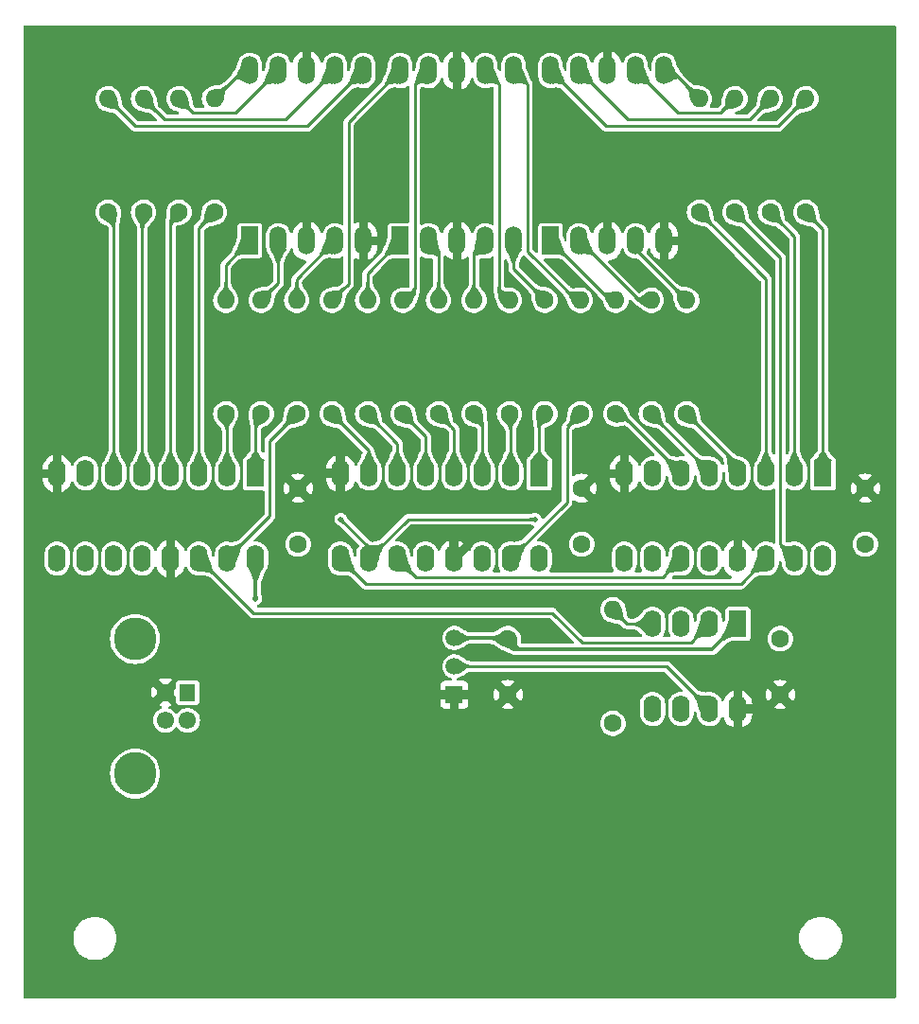
<source format=gbr>
G04 #@! TF.GenerationSoftware,KiCad,Pcbnew,7.0.10*
G04 #@! TF.CreationDate,2024-02-08T16:48:27+11:00*
G04 #@! TF.ProjectId,Desktop Thermometer USB-2,4465736b-746f-4702-9054-6865726d6f6d,rev?*
G04 #@! TF.SameCoordinates,Original*
G04 #@! TF.FileFunction,Copper,L2,Bot*
G04 #@! TF.FilePolarity,Positive*
%FSLAX46Y46*%
G04 Gerber Fmt 4.6, Leading zero omitted, Abs format (unit mm)*
G04 Created by KiCad (PCBNEW 7.0.10) date 2024-02-08 16:48:27*
%MOMM*%
%LPD*%
G01*
G04 APERTURE LIST*
G04 #@! TA.AperFunction,ComponentPad*
%ADD10C,1.600000*%
G04 #@! TD*
G04 #@! TA.AperFunction,ComponentPad*
%ADD11O,1.600000X1.600000*%
G04 #@! TD*
G04 #@! TA.AperFunction,ComponentPad*
%ADD12R,1.600000X2.400000*%
G04 #@! TD*
G04 #@! TA.AperFunction,ComponentPad*
%ADD13O,1.600000X2.400000*%
G04 #@! TD*
G04 #@! TA.AperFunction,ComponentPad*
%ADD14R,1.524000X2.524000*%
G04 #@! TD*
G04 #@! TA.AperFunction,ComponentPad*
%ADD15O,1.524000X2.524000*%
G04 #@! TD*
G04 #@! TA.AperFunction,ComponentPad*
%ADD16C,1.500000*%
G04 #@! TD*
G04 #@! TA.AperFunction,ComponentPad*
%ADD17R,1.500000X1.500000*%
G04 #@! TD*
G04 #@! TA.AperFunction,ComponentPad*
%ADD18R,1.428000X1.550000*%
G04 #@! TD*
G04 #@! TA.AperFunction,ComponentPad*
%ADD19C,1.550000*%
G04 #@! TD*
G04 #@! TA.AperFunction,ComponentPad*
%ADD20C,3.800000*%
G04 #@! TD*
G04 #@! TA.AperFunction,ViaPad*
%ADD21C,0.500000*%
G04 #@! TD*
G04 #@! TA.AperFunction,Conductor*
%ADD22C,0.350000*%
G04 #@! TD*
G04 #@! TA.AperFunction,Conductor*
%ADD23C,0.800000*%
G04 #@! TD*
G04 #@! TA.AperFunction,Conductor*
%ADD24C,0.270000*%
G04 #@! TD*
G04 APERTURE END LIST*
D10*
X142001000Y-103179000D03*
X142001000Y-108179000D03*
X123205000Y-94717000D03*
X123205000Y-89717000D03*
X126253000Y-83073000D03*
D11*
X126253000Y-72913000D03*
D12*
X144780000Y-88392000D03*
D13*
X142240000Y-88392000D03*
X139700000Y-88392000D03*
X137160000Y-88392000D03*
X134620000Y-88392000D03*
X132080000Y-88392000D03*
X129540000Y-88392000D03*
X127000000Y-88392000D03*
X127000000Y-96012000D03*
X129540000Y-96012000D03*
X132080000Y-96012000D03*
X134620000Y-96012000D03*
X137160000Y-96012000D03*
X139700000Y-96012000D03*
X142240000Y-96012000D03*
X144780000Y-96012000D03*
D10*
X165496000Y-65039000D03*
D11*
X165496000Y-54879000D03*
D14*
X118879000Y-67579000D03*
D15*
X121419000Y-67579000D03*
X123959000Y-67579000D03*
X126499000Y-67579000D03*
X129039000Y-67579000D03*
X129039000Y-52339000D03*
X126499000Y-52339000D03*
X123959000Y-52339000D03*
X121419000Y-52339000D03*
X118879000Y-52339000D03*
D10*
X115712000Y-65039000D03*
D11*
X115712000Y-54879000D03*
D12*
X119395000Y-88407000D03*
D13*
X116855000Y-88407000D03*
X114315000Y-88407000D03*
X111775000Y-88407000D03*
X109235000Y-88407000D03*
X106695000Y-88407000D03*
X104155000Y-88407000D03*
X101615000Y-88407000D03*
X101615000Y-96027000D03*
X104155000Y-96027000D03*
X106695000Y-96027000D03*
X109235000Y-96027000D03*
X111775000Y-96027000D03*
X114315000Y-96027000D03*
X116855000Y-96027000D03*
X119395000Y-96027000D03*
D10*
X142128000Y-83073000D03*
D11*
X142128000Y-72913000D03*
D10*
X168671000Y-65039000D03*
D11*
X168671000Y-54879000D03*
D10*
X151399000Y-110759000D03*
D11*
X151399000Y-100599000D03*
D10*
X151653000Y-83073000D03*
D11*
X151653000Y-72913000D03*
D10*
X138953000Y-83073000D03*
D11*
X138953000Y-72913000D03*
D12*
X162565000Y-101854000D03*
D13*
X160025000Y-101854000D03*
X157485000Y-101854000D03*
X154945000Y-101854000D03*
X154945000Y-109474000D03*
X157485000Y-109474000D03*
X160025000Y-109474000D03*
X162565000Y-109474000D03*
D10*
X112537000Y-65039000D03*
D11*
X112537000Y-54879000D03*
D10*
X116728000Y-83073000D03*
D11*
X116728000Y-72913000D03*
D10*
X129428000Y-83073000D03*
D11*
X129428000Y-72913000D03*
D10*
X135778000Y-83073000D03*
D11*
X135778000Y-72913000D03*
D12*
X170195000Y-88407000D03*
D13*
X167655000Y-88407000D03*
X165115000Y-88407000D03*
X162575000Y-88407000D03*
X160035000Y-88407000D03*
X157495000Y-88407000D03*
X154955000Y-88407000D03*
X152415000Y-88407000D03*
X152415000Y-96027000D03*
X154955000Y-96027000D03*
X157495000Y-96027000D03*
X160035000Y-96027000D03*
X162575000Y-96027000D03*
X165115000Y-96027000D03*
X167655000Y-96027000D03*
X170195000Y-96027000D03*
D16*
X137181000Y-103124000D03*
X137181000Y-105664000D03*
D17*
X137181000Y-108204000D03*
D10*
X159146000Y-65039000D03*
D11*
X159146000Y-54879000D03*
D14*
X145811000Y-67579000D03*
D15*
X148351000Y-67579000D03*
X150891000Y-67579000D03*
X153431000Y-67579000D03*
X155971000Y-67579000D03*
X155971000Y-52339000D03*
X153431000Y-52339000D03*
X150891000Y-52339000D03*
X148351000Y-52339000D03*
X145811000Y-52339000D03*
D10*
X148605000Y-94717000D03*
X148605000Y-89717000D03*
X145303000Y-72898000D03*
D11*
X145303000Y-83058000D03*
D10*
X119903000Y-83073000D03*
D11*
X119903000Y-72913000D03*
D14*
X132341000Y-67579000D03*
D15*
X134881000Y-67579000D03*
X137421000Y-67579000D03*
X139961000Y-67579000D03*
X142501000Y-67579000D03*
X142501000Y-52339000D03*
X139961000Y-52339000D03*
X137421000Y-52339000D03*
X134881000Y-52339000D03*
X132341000Y-52339000D03*
D10*
X162321000Y-65039000D03*
D11*
X162321000Y-54879000D03*
D10*
X132603000Y-83073000D03*
D11*
X132603000Y-72913000D03*
D10*
X109362000Y-65039000D03*
D11*
X109362000Y-54879000D03*
D10*
X158003000Y-83073000D03*
D11*
X158003000Y-72913000D03*
D10*
X174005000Y-94717000D03*
X174005000Y-89717000D03*
X148478000Y-83073000D03*
D11*
X148478000Y-72913000D03*
D10*
X154828000Y-83073000D03*
D11*
X154828000Y-72913000D03*
D10*
X123078000Y-83073000D03*
D11*
X123078000Y-72913000D03*
D10*
X166385000Y-103179000D03*
X166385000Y-108179000D03*
X106187000Y-65039000D03*
D11*
X106187000Y-54879000D03*
D18*
X113300000Y-107989250D03*
D19*
X113300000Y-110489250D03*
X111300000Y-110489250D03*
X111300000Y-107989250D03*
D20*
X108590000Y-115259250D03*
X108590000Y-103219250D03*
D21*
X119350000Y-99630000D03*
X138430000Y-93980000D03*
X127020000Y-92490000D03*
X144420000Y-92510000D03*
D22*
X142981000Y-104159000D02*
X142001000Y-103179000D01*
X119350000Y-99630000D02*
X119395000Y-99585000D01*
X160260000Y-104159000D02*
X142981000Y-104159000D01*
X162565000Y-101854000D02*
X160260000Y-104159000D01*
X137181000Y-103124000D02*
X141946000Y-103124000D01*
X119395000Y-99585000D02*
X119395000Y-96027000D01*
D23*
X138430000Y-93980000D02*
X138430000Y-94742000D01*
X138430000Y-94742000D02*
X137160000Y-96012000D01*
D24*
X116728000Y-69730000D02*
X118879000Y-67579000D01*
X116728000Y-72913000D02*
X116728000Y-69730000D01*
X119903000Y-72913000D02*
X121419000Y-71397000D01*
X121419000Y-71397000D02*
X121419000Y-67579000D01*
X123078000Y-71000000D02*
X126499000Y-67579000D01*
X123078000Y-72913000D02*
X123078000Y-71000000D01*
X124034000Y-57344000D02*
X129039000Y-52339000D01*
X106187000Y-54879000D02*
X108652000Y-57344000D01*
X108652000Y-57344000D02*
X124034000Y-57344000D01*
X109362000Y-54879000D02*
X111227000Y-56744000D01*
X122094000Y-56744000D02*
X126499000Y-52339000D01*
X111227000Y-56744000D02*
X122094000Y-56744000D01*
X113802000Y-56144000D02*
X117614000Y-56144000D01*
X117614000Y-56144000D02*
X121419000Y-52339000D01*
X112537000Y-54879000D02*
X113802000Y-56144000D01*
X115712000Y-54879000D02*
X118252000Y-52339000D01*
X129428000Y-72913000D02*
X129428000Y-70492000D01*
X129428000Y-70492000D02*
X132341000Y-67579000D01*
X135778000Y-68476000D02*
X134881000Y-67579000D01*
X135778000Y-72913000D02*
X135778000Y-68476000D01*
X138953000Y-72913000D02*
X138953000Y-68587000D01*
X138953000Y-68587000D02*
X139961000Y-67579000D01*
X145303000Y-72898000D02*
X142501000Y-70096000D01*
X142501000Y-70096000D02*
X142501000Y-67579000D01*
X143728000Y-68528000D02*
X148113000Y-72913000D01*
X142501000Y-52339000D02*
X143728000Y-53566000D01*
X143728000Y-53566000D02*
X143728000Y-68528000D01*
X142128000Y-72913000D02*
X141188000Y-71973000D01*
X141188000Y-71973000D02*
X141188000Y-53566000D01*
X141188000Y-53566000D02*
X139961000Y-52339000D01*
X133654000Y-71862000D02*
X133654000Y-53566000D01*
X132603000Y-72913000D02*
X133654000Y-71862000D01*
X133654000Y-53566000D02*
X134881000Y-52339000D01*
X127726000Y-56954000D02*
X132341000Y-52339000D01*
X126253000Y-72913000D02*
X127726000Y-71440000D01*
X127726000Y-71440000D02*
X127726000Y-56954000D01*
X151145000Y-72913000D02*
X145811000Y-67579000D01*
X154828000Y-72913000D02*
X153696630Y-72913000D01*
X153696630Y-72913000D02*
X148362630Y-67579000D01*
X158003000Y-72913000D02*
X153431000Y-68341000D01*
X156606000Y-52339000D02*
X155971000Y-52339000D01*
X159146000Y-54879000D02*
X156606000Y-52339000D01*
X162321000Y-54879000D02*
X161056000Y-56144000D01*
X161056000Y-56144000D02*
X157236000Y-56144000D01*
X157236000Y-56144000D02*
X153431000Y-52339000D01*
X165496000Y-54879000D02*
X163631000Y-56744000D01*
X163631000Y-56744000D02*
X152756000Y-56744000D01*
X152756000Y-56744000D02*
X148351000Y-52339000D01*
X168671000Y-54879000D02*
X166206000Y-57344000D01*
X150816000Y-57344000D02*
X145811000Y-52339000D01*
X166206000Y-57344000D02*
X150816000Y-57344000D01*
X106695000Y-88407000D02*
X106695000Y-65547000D01*
X106695000Y-65547000D02*
X106187000Y-65039000D01*
X109235000Y-88407000D02*
X109235000Y-65166000D01*
X111775000Y-88407000D02*
X111775000Y-65801000D01*
X111775000Y-65801000D02*
X112537000Y-65039000D01*
X114315000Y-88407000D02*
X114315000Y-66436000D01*
X114315000Y-66436000D02*
X115712000Y-65039000D01*
X116855000Y-88407000D02*
X116855000Y-83200000D01*
X119395000Y-83581000D02*
X119903000Y-83073000D01*
X119395000Y-88407000D02*
X119395000Y-83581000D01*
X120660000Y-92222000D02*
X120660000Y-85491000D01*
X116855000Y-96027000D02*
X120660000Y-92222000D01*
X120660000Y-85491000D02*
X123078000Y-83073000D01*
X129540000Y-88392000D02*
X129540000Y-86360000D01*
X129540000Y-86360000D02*
X126253000Y-83073000D01*
X132080000Y-85725000D02*
X129428000Y-83073000D01*
X132080000Y-88392000D02*
X132080000Y-85725000D01*
X134620000Y-85090000D02*
X132603000Y-83073000D01*
X134620000Y-88392000D02*
X134620000Y-85090000D01*
X137160000Y-84455000D02*
X135778000Y-83073000D01*
X137160000Y-88392000D02*
X137160000Y-84455000D01*
X139700000Y-88392000D02*
X139700000Y-83820000D01*
X139700000Y-83820000D02*
X138953000Y-83073000D01*
X142240000Y-88392000D02*
X142240000Y-83185000D01*
X144780000Y-88392000D02*
X144780000Y-83581000D01*
X144780000Y-83581000D02*
X145303000Y-83058000D01*
X142240000Y-96012000D02*
X147270000Y-90982000D01*
X147270000Y-90982000D02*
X147270000Y-84281000D01*
X147270000Y-84281000D02*
X148478000Y-83073000D01*
X157495000Y-88407000D02*
X152161000Y-83073000D01*
X160035000Y-88280000D02*
X154828000Y-83073000D01*
X162575000Y-87645000D02*
X158003000Y-83073000D01*
X165115000Y-71008000D02*
X159146000Y-65039000D01*
X165115000Y-88407000D02*
X165115000Y-71008000D01*
X166380000Y-94752000D02*
X166380000Y-69098000D01*
X166380000Y-69098000D02*
X162321000Y-65039000D01*
X167655000Y-96027000D02*
X166380000Y-94752000D01*
X167655000Y-88407000D02*
X167655000Y-67198000D01*
X167655000Y-67198000D02*
X165496000Y-65039000D01*
X170195000Y-88407000D02*
X170195000Y-66563000D01*
X170195000Y-66563000D02*
X168671000Y-65039000D01*
X154945000Y-101854000D02*
X152654000Y-101854000D01*
X152654000Y-101854000D02*
X151399000Y-100599000D01*
X129540000Y-96012000D02*
X133042000Y-92510000D01*
X133042000Y-92510000D02*
X144420000Y-92510000D01*
X127020000Y-92490000D02*
X129540000Y-95010000D01*
X157495000Y-96027000D02*
X155830000Y-97692000D01*
X155830000Y-97692000D02*
X133760000Y-97692000D01*
X133760000Y-97692000D02*
X132080000Y-96012000D01*
X119158000Y-100870000D02*
X145970000Y-100870000D01*
X158360000Y-103519000D02*
X148619000Y-103519000D01*
X160025000Y-101854000D02*
X158360000Y-103519000D01*
X114315000Y-96027000D02*
X119158000Y-100870000D01*
X148619000Y-103519000D02*
X145970000Y-100870000D01*
X129280000Y-98292000D02*
X162850000Y-98292000D01*
X162850000Y-98292000D02*
X165115000Y-96027000D01*
X127000000Y-96012000D02*
X129280000Y-98292000D01*
X156215000Y-105664000D02*
X160025000Y-109474000D01*
X137181000Y-105664000D02*
X156215000Y-105664000D01*
G04 #@! TA.AperFunction,Conductor*
G36*
X143909965Y-92977903D02*
G01*
X143923823Y-92980673D01*
X143994402Y-92982274D01*
X144005892Y-92983069D01*
X144023591Y-92985127D01*
X144041903Y-92988670D01*
X144045866Y-92989752D01*
X144058932Y-92994112D01*
X144100087Y-93010442D01*
X144102551Y-93011453D01*
X144182890Y-93045424D01*
X144197643Y-93051255D01*
X144205994Y-93052759D01*
X144231461Y-93060233D01*
X144246811Y-93066591D01*
X144273547Y-93077666D01*
X144327950Y-93121507D01*
X144350014Y-93187802D01*
X144332734Y-93255501D01*
X144313774Y-93279907D01*
X143268048Y-94325633D01*
X143233912Y-94349795D01*
X143090644Y-94418385D01*
X143075584Y-94424419D01*
X142907747Y-94479216D01*
X142890547Y-94483499D01*
X142729343Y-94511587D01*
X142710782Y-94513397D01*
X142555767Y-94516803D01*
X142512493Y-94510015D01*
X142507747Y-94508372D01*
X142507740Y-94508370D01*
X142507738Y-94508370D01*
X142294036Y-94477644D01*
X142294033Y-94477644D01*
X142263214Y-94479112D01*
X142078381Y-94487917D01*
X141868568Y-94538817D01*
X141835723Y-94553817D01*
X141672178Y-94628504D01*
X141672172Y-94628508D01*
X141496317Y-94753734D01*
X141496311Y-94753740D01*
X141347324Y-94909993D01*
X141230600Y-95091620D01*
X141150362Y-95292043D01*
X141150358Y-95292056D01*
X141109500Y-95504049D01*
X141109500Y-96465852D01*
X141124879Y-96626911D01*
X141124882Y-96626928D01*
X141185704Y-96834071D01*
X141185705Y-96834074D01*
X141185706Y-96834075D01*
X141244121Y-96947385D01*
X141284640Y-97025979D01*
X141287829Y-97030941D01*
X141286833Y-97031580D01*
X141310507Y-97090713D01*
X141297284Y-97159320D01*
X141249068Y-97209887D01*
X141187068Y-97226500D01*
X140747469Y-97226500D01*
X140680430Y-97206815D01*
X140634675Y-97154011D01*
X140624731Y-97084853D01*
X140643154Y-97035460D01*
X140649250Y-97025974D01*
X140709399Y-96932381D01*
X140789641Y-96731947D01*
X140830500Y-96519950D01*
X140830500Y-95558152D01*
X140826766Y-95519050D01*
X140815120Y-95397088D01*
X140815119Y-95397087D01*
X140815119Y-95397078D01*
X140789141Y-95308604D01*
X140754295Y-95189928D01*
X140754294Y-95189926D01*
X140754294Y-95189925D01*
X140655363Y-94998026D01*
X140521903Y-94828317D01*
X140510999Y-94818869D01*
X140435835Y-94753739D01*
X140358737Y-94686933D01*
X140358733Y-94686931D01*
X140358730Y-94686928D01*
X140171765Y-94578985D01*
X140171764Y-94578984D01*
X140171763Y-94578984D01*
X140035443Y-94531803D01*
X139967739Y-94508370D01*
X139899084Y-94498499D01*
X139754036Y-94477644D01*
X139754033Y-94477644D01*
X139723214Y-94479112D01*
X139538381Y-94487917D01*
X139328568Y-94538817D01*
X139295723Y-94553817D01*
X139132178Y-94628504D01*
X139132172Y-94628508D01*
X138956317Y-94753734D01*
X138956311Y-94753740D01*
X138807324Y-94909993D01*
X138690600Y-95091620D01*
X138634868Y-95230831D01*
X138591678Y-95285752D01*
X138525651Y-95308604D01*
X138457750Y-95292131D01*
X138409535Y-95241564D01*
X138399976Y-95216837D01*
X138386269Y-95165682D01*
X138386265Y-95165673D01*
X138290134Y-94959517D01*
X138159657Y-94773179D01*
X137998820Y-94612342D01*
X137812482Y-94481865D01*
X137606324Y-94385732D01*
X137560000Y-94373319D01*
X137560000Y-95980518D01*
X137545165Y-95886852D01*
X137487641Y-95773955D01*
X137398045Y-95684359D01*
X137285148Y-95626835D01*
X137191481Y-95612000D01*
X137128519Y-95612000D01*
X137034852Y-95626835D01*
X136921955Y-95684359D01*
X136832359Y-95773955D01*
X136774835Y-95886852D01*
X136760000Y-95980518D01*
X136760000Y-94373320D01*
X136759999Y-94373319D01*
X136713675Y-94385732D01*
X136507517Y-94481865D01*
X136321179Y-94612342D01*
X136160342Y-94773179D01*
X136029865Y-94959517D01*
X135933734Y-95165673D01*
X135933729Y-95165685D01*
X135920861Y-95213708D01*
X135884495Y-95273367D01*
X135821648Y-95303896D01*
X135752272Y-95295599D01*
X135698395Y-95251113D01*
X135682111Y-95216549D01*
X135674294Y-95189925D01*
X135575363Y-94998026D01*
X135441903Y-94828317D01*
X135430999Y-94818869D01*
X135355835Y-94753739D01*
X135278737Y-94686933D01*
X135278733Y-94686931D01*
X135278730Y-94686928D01*
X135091765Y-94578985D01*
X135091764Y-94578984D01*
X135091763Y-94578984D01*
X134955443Y-94531803D01*
X134887739Y-94508370D01*
X134819084Y-94498499D01*
X134674036Y-94477644D01*
X134674033Y-94477644D01*
X134643214Y-94479112D01*
X134458381Y-94487917D01*
X134248568Y-94538817D01*
X134215723Y-94553817D01*
X134052178Y-94628504D01*
X134052172Y-94628508D01*
X133876317Y-94753734D01*
X133876311Y-94753740D01*
X133727324Y-94909993D01*
X133610600Y-95091620D01*
X133530362Y-95292043D01*
X133530358Y-95292056D01*
X133489500Y-95504049D01*
X133489500Y-95697498D01*
X133469815Y-95764537D01*
X133417011Y-95810292D01*
X133347853Y-95820236D01*
X133284297Y-95791211D01*
X133246885Y-95733642D01*
X133215885Y-95631909D01*
X133210500Y-95595765D01*
X133210500Y-95558147D01*
X133195120Y-95397088D01*
X133195119Y-95397087D01*
X133195119Y-95397078D01*
X133169141Y-95308604D01*
X133134295Y-95189928D01*
X133134294Y-95189926D01*
X133134294Y-95189925D01*
X133035363Y-94998026D01*
X132901903Y-94828317D01*
X132890999Y-94818869D01*
X132815835Y-94753739D01*
X132738737Y-94686933D01*
X132738733Y-94686931D01*
X132738730Y-94686928D01*
X132551765Y-94578985D01*
X132551764Y-94578984D01*
X132551763Y-94578984D01*
X132415443Y-94531803D01*
X132347739Y-94508370D01*
X132279084Y-94498499D01*
X132134036Y-94477644D01*
X132134032Y-94477644D01*
X132032979Y-94482458D01*
X131965079Y-94465985D01*
X131916863Y-94415418D01*
X131903640Y-94346811D01*
X131929608Y-94281946D01*
X131939388Y-94270927D01*
X133198498Y-93011819D01*
X133259821Y-92978334D01*
X133286179Y-92975500D01*
X143885668Y-92975500D01*
X143909965Y-92977903D01*
G37*
G04 #@! TD.AperFunction*
G04 #@! TA.AperFunction,Conductor*
G36*
X162189835Y-96152148D02*
G01*
X162247359Y-96265045D01*
X162336955Y-96354641D01*
X162449852Y-96412165D01*
X162543519Y-96427000D01*
X162299000Y-96427000D01*
X162231961Y-96407315D01*
X162186206Y-96354511D01*
X162175000Y-96303000D01*
X162175000Y-96058481D01*
X162189835Y-96152148D01*
G37*
G04 #@! TD.AperFunction*
G04 #@! TA.AperFunction,Conductor*
G36*
X162975000Y-96303000D02*
G01*
X162955315Y-96370039D01*
X162902511Y-96415794D01*
X162851000Y-96427000D01*
X162606481Y-96427000D01*
X162700148Y-96412165D01*
X162813045Y-96354641D01*
X162902641Y-96265045D01*
X162960165Y-96152148D01*
X162975000Y-96058481D01*
X162975000Y-96303000D01*
G37*
G04 #@! TD.AperFunction*
G04 #@! TA.AperFunction,Conductor*
G36*
X136774835Y-96137148D02*
G01*
X136832359Y-96250045D01*
X136921955Y-96339641D01*
X137034852Y-96397165D01*
X137128519Y-96412000D01*
X136884000Y-96412000D01*
X136816961Y-96392315D01*
X136771206Y-96339511D01*
X136760000Y-96288000D01*
X136760000Y-96043481D01*
X136774835Y-96137148D01*
G37*
G04 #@! TD.AperFunction*
G04 #@! TA.AperFunction,Conductor*
G36*
X137560000Y-96288000D02*
G01*
X137540315Y-96355039D01*
X137487511Y-96400794D01*
X137436000Y-96412000D01*
X137191481Y-96412000D01*
X137285148Y-96397165D01*
X137398045Y-96339641D01*
X137487641Y-96250045D01*
X137545165Y-96137148D01*
X137560000Y-96043481D01*
X137560000Y-96288000D01*
G37*
G04 #@! TD.AperFunction*
G04 #@! TA.AperFunction,Conductor*
G36*
X148219835Y-89591852D02*
G01*
X148200014Y-89717000D01*
X148219835Y-89842148D01*
X148277357Y-89955042D01*
X148126996Y-89804681D01*
X148093511Y-89743358D01*
X148098495Y-89673666D01*
X148126996Y-89629319D01*
X148277357Y-89478957D01*
X148219835Y-89591852D01*
G37*
G04 #@! TD.AperFunction*
G04 #@! TA.AperFunction,Conductor*
G36*
X123573835Y-67704148D02*
G01*
X123631359Y-67817045D01*
X123720955Y-67906641D01*
X123833852Y-67964165D01*
X123927519Y-67979000D01*
X123683000Y-67979000D01*
X123615961Y-67959315D01*
X123570206Y-67906511D01*
X123559000Y-67855000D01*
X123559000Y-67610481D01*
X123573835Y-67704148D01*
G37*
G04 #@! TD.AperFunction*
G04 #@! TA.AperFunction,Conductor*
G36*
X124359000Y-67855000D02*
G01*
X124339315Y-67922039D01*
X124286511Y-67967794D01*
X124235000Y-67979000D01*
X123990481Y-67979000D01*
X124084148Y-67964165D01*
X124197045Y-67906641D01*
X124286641Y-67817045D01*
X124344165Y-67704148D01*
X124359000Y-67610481D01*
X124359000Y-67855000D01*
G37*
G04 #@! TD.AperFunction*
G04 #@! TA.AperFunction,Conductor*
G36*
X150505835Y-67704148D02*
G01*
X150563359Y-67817045D01*
X150652955Y-67906641D01*
X150765852Y-67964165D01*
X150859519Y-67979000D01*
X150615000Y-67979000D01*
X150547961Y-67959315D01*
X150502206Y-67906511D01*
X150491000Y-67855000D01*
X150491000Y-67610481D01*
X150505835Y-67704148D01*
G37*
G04 #@! TD.AperFunction*
G04 #@! TA.AperFunction,Conductor*
G36*
X151291000Y-67855000D02*
G01*
X151271315Y-67922039D01*
X151218511Y-67967794D01*
X151167000Y-67979000D01*
X150922481Y-67979000D01*
X151016148Y-67964165D01*
X151129045Y-67906641D01*
X151218641Y-67817045D01*
X151276165Y-67704148D01*
X151291000Y-67610481D01*
X151291000Y-67855000D01*
G37*
G04 #@! TD.AperFunction*
G04 #@! TA.AperFunction,Conductor*
G36*
X137821000Y-54035976D02*
G01*
X137919003Y-54004134D01*
X138119039Y-53896490D01*
X138119042Y-53896488D01*
X138296646Y-53754854D01*
X138446100Y-53583789D01*
X138446107Y-53583781D01*
X138562615Y-53388781D01*
X138562619Y-53388773D01*
X138642438Y-53176095D01*
X138655494Y-53104153D01*
X138686832Y-53041706D01*
X138746958Y-53006115D01*
X138816780Y-53008680D01*
X138874132Y-53048586D01*
X138896477Y-53091358D01*
X138901125Y-53107186D01*
X138940494Y-53241267D01*
X138942145Y-53246888D01*
X139016063Y-53390270D01*
X139037752Y-53432341D01*
X139166721Y-53596337D01*
X139166724Y-53596340D01*
X139324408Y-53732974D01*
X139505091Y-53837291D01*
X139505092Y-53837291D01*
X139505095Y-53837293D01*
X139702262Y-53905533D01*
X139908780Y-53935226D01*
X140117186Y-53925298D01*
X140319947Y-53876109D01*
X140349347Y-53862682D01*
X140356008Y-53859640D01*
X140393484Y-53849230D01*
X140482200Y-53839124D01*
X140500694Y-53838409D01*
X140602985Y-53842109D01*
X140669267Y-53864204D01*
X140713083Y-53918628D01*
X140722500Y-53966028D01*
X140722500Y-66042367D01*
X140702815Y-66109406D01*
X140650011Y-66155161D01*
X140580853Y-66165105D01*
X140536500Y-66149754D01*
X140416908Y-66080708D01*
X140219743Y-66012468D01*
X140219739Y-66012467D01*
X140219738Y-66012467D01*
X140013220Y-65982774D01*
X140013217Y-65982774D01*
X139983433Y-65984192D01*
X139804814Y-65992702D01*
X139602053Y-66041891D01*
X139536728Y-66071724D01*
X139412269Y-66128562D01*
X139412266Y-66128563D01*
X139412266Y-66128564D01*
X139399591Y-66137590D01*
X139242309Y-66249589D01*
X139098333Y-66400587D01*
X139098332Y-66400588D01*
X139098331Y-66400590D01*
X139061939Y-66457217D01*
X138985530Y-66576112D01*
X138907989Y-66769797D01*
X138907986Y-66769807D01*
X138900082Y-66810816D01*
X138868065Y-66872918D01*
X138807555Y-66907852D01*
X138737765Y-66904527D01*
X138680851Y-66863997D01*
X138658792Y-66820335D01*
X138607307Y-66633784D01*
X138607302Y-66633769D01*
X138508743Y-66429108D01*
X138508737Y-66429098D01*
X138375219Y-66245327D01*
X138375215Y-66245322D01*
X138211023Y-66088340D01*
X138021439Y-65963196D01*
X137821000Y-65877523D01*
X137821000Y-67547518D01*
X137806165Y-67453852D01*
X137748641Y-67340955D01*
X137659045Y-67251359D01*
X137546148Y-67193835D01*
X137452481Y-67179000D01*
X137389519Y-67179000D01*
X137295852Y-67193835D01*
X137182955Y-67251359D01*
X137093359Y-67340955D01*
X137035835Y-67453852D01*
X137021000Y-67547518D01*
X137021000Y-65882022D01*
X137020999Y-65882022D01*
X136922998Y-65913864D01*
X136722960Y-66021509D01*
X136722957Y-66021511D01*
X136545353Y-66163145D01*
X136395899Y-66334210D01*
X136395892Y-66334218D01*
X136279384Y-66529218D01*
X136279380Y-66529226D01*
X136199562Y-66741903D01*
X136186505Y-66813848D01*
X136155165Y-66876295D01*
X136095040Y-66911885D01*
X136025217Y-66909319D01*
X135967866Y-66869411D01*
X135945522Y-66826641D01*
X135899855Y-66671112D01*
X135804250Y-66485663D01*
X135804248Y-66485661D01*
X135804247Y-66485658D01*
X135675278Y-66321662D01*
X135675275Y-66321659D01*
X135517591Y-66185025D01*
X135336908Y-66080708D01*
X135139743Y-66012468D01*
X135139739Y-66012467D01*
X135139738Y-66012467D01*
X134933220Y-65982774D01*
X134933217Y-65982774D01*
X134903433Y-65984192D01*
X134724814Y-65992702D01*
X134522053Y-66041891D01*
X134454779Y-66072614D01*
X134332267Y-66128563D01*
X134332266Y-66128563D01*
X134315425Y-66140556D01*
X134249398Y-66163407D01*
X134181498Y-66146933D01*
X134133283Y-66096365D01*
X134119500Y-66039547D01*
X134119500Y-53966029D01*
X134139185Y-53898990D01*
X134191989Y-53853235D01*
X134239014Y-53842110D01*
X134341302Y-53838409D01*
X134359798Y-53839124D01*
X134451430Y-53849563D01*
X134477941Y-53855583D01*
X134622262Y-53905533D01*
X134828780Y-53935226D01*
X135037186Y-53925298D01*
X135239947Y-53876109D01*
X135429734Y-53789436D01*
X135599689Y-53668412D01*
X135743669Y-53517410D01*
X135856469Y-53341889D01*
X135934014Y-53148193D01*
X135941917Y-53107184D01*
X135973932Y-53045083D01*
X136034441Y-53010148D01*
X136104231Y-53013471D01*
X136161146Y-53053999D01*
X136183207Y-53097663D01*
X136234692Y-53284217D01*
X136234697Y-53284230D01*
X136333256Y-53488891D01*
X136333262Y-53488901D01*
X136466780Y-53672672D01*
X136466784Y-53672677D01*
X136630976Y-53829659D01*
X136820562Y-53954803D01*
X136820568Y-53954806D01*
X137020999Y-54040475D01*
X137021000Y-54040475D01*
X137021000Y-52370481D01*
X137035835Y-52464148D01*
X137093359Y-52577045D01*
X137182955Y-52666641D01*
X137295852Y-52724165D01*
X137389519Y-52739000D01*
X137452481Y-52739000D01*
X137546148Y-52724165D01*
X137659045Y-52666641D01*
X137748641Y-52577045D01*
X137806165Y-52464148D01*
X137821000Y-52370481D01*
X137821000Y-54035976D01*
G37*
G04 #@! TD.AperFunction*
G04 #@! TA.AperFunction,Conductor*
G36*
X123573835Y-52464148D02*
G01*
X123631359Y-52577045D01*
X123720955Y-52666641D01*
X123833852Y-52724165D01*
X123927519Y-52739000D01*
X123683000Y-52739000D01*
X123615961Y-52719315D01*
X123570206Y-52666511D01*
X123559000Y-52615000D01*
X123559000Y-52370481D01*
X123573835Y-52464148D01*
G37*
G04 #@! TD.AperFunction*
G04 #@! TA.AperFunction,Conductor*
G36*
X124359000Y-52615000D02*
G01*
X124339315Y-52682039D01*
X124286511Y-52727794D01*
X124235000Y-52739000D01*
X123990481Y-52739000D01*
X124084148Y-52724165D01*
X124197045Y-52666641D01*
X124286641Y-52577045D01*
X124344165Y-52464148D01*
X124359000Y-52370481D01*
X124359000Y-52615000D01*
G37*
G04 #@! TD.AperFunction*
G04 #@! TA.AperFunction,Conductor*
G36*
X150505835Y-52464148D02*
G01*
X150563359Y-52577045D01*
X150652955Y-52666641D01*
X150765852Y-52724165D01*
X150859519Y-52739000D01*
X150615000Y-52739000D01*
X150547961Y-52719315D01*
X150502206Y-52666511D01*
X150491000Y-52615000D01*
X150491000Y-52370481D01*
X150505835Y-52464148D01*
G37*
G04 #@! TD.AperFunction*
G04 #@! TA.AperFunction,Conductor*
G36*
X151291000Y-52615000D02*
G01*
X151271315Y-52682039D01*
X151218511Y-52727794D01*
X151167000Y-52739000D01*
X150922481Y-52739000D01*
X151016148Y-52724165D01*
X151129045Y-52666641D01*
X151218641Y-52577045D01*
X151276165Y-52464148D01*
X151291000Y-52370481D01*
X151291000Y-52615000D01*
G37*
G04 #@! TD.AperFunction*
G04 #@! TA.AperFunction,Conductor*
G36*
X176680539Y-48326185D02*
G01*
X176726294Y-48378989D01*
X176737500Y-48430500D01*
X176737500Y-135211500D01*
X176717815Y-135278539D01*
X176665011Y-135324294D01*
X176613500Y-135335500D01*
X98722500Y-135335500D01*
X98655461Y-135315815D01*
X98609706Y-135263011D01*
X98598500Y-135211500D01*
X98598500Y-130000001D01*
X103064569Y-130000001D01*
X103084269Y-130275442D01*
X103084270Y-130275449D01*
X103142966Y-130545267D01*
X103142968Y-130545274D01*
X103202884Y-130705917D01*
X103239470Y-130804008D01*
X103239472Y-130804012D01*
X103371808Y-131046367D01*
X103371813Y-131046375D01*
X103537292Y-131267430D01*
X103537308Y-131267448D01*
X103732551Y-131462691D01*
X103732569Y-131462707D01*
X103953624Y-131628186D01*
X103953632Y-131628191D01*
X104195987Y-131760527D01*
X104195991Y-131760529D01*
X104195993Y-131760530D01*
X104454726Y-131857032D01*
X104724559Y-131915731D01*
X104931056Y-131930500D01*
X105068944Y-131930500D01*
X105275441Y-131915731D01*
X105545274Y-131857032D01*
X105804007Y-131760530D01*
X106046373Y-131628188D01*
X106267438Y-131462701D01*
X106462701Y-131267438D01*
X106628188Y-131046373D01*
X106760530Y-130804007D01*
X106857032Y-130545274D01*
X106915731Y-130275441D01*
X106935431Y-130000001D01*
X168064569Y-130000001D01*
X168084269Y-130275442D01*
X168084270Y-130275449D01*
X168142966Y-130545267D01*
X168142968Y-130545274D01*
X168202884Y-130705917D01*
X168239470Y-130804008D01*
X168239472Y-130804012D01*
X168371808Y-131046367D01*
X168371813Y-131046375D01*
X168537292Y-131267430D01*
X168537308Y-131267448D01*
X168732551Y-131462691D01*
X168732569Y-131462707D01*
X168953624Y-131628186D01*
X168953632Y-131628191D01*
X169195987Y-131760527D01*
X169195991Y-131760529D01*
X169195993Y-131760530D01*
X169454726Y-131857032D01*
X169724559Y-131915731D01*
X169931056Y-131930500D01*
X170068944Y-131930500D01*
X170275441Y-131915731D01*
X170545274Y-131857032D01*
X170804007Y-131760530D01*
X171046373Y-131628188D01*
X171267438Y-131462701D01*
X171462701Y-131267438D01*
X171628188Y-131046373D01*
X171760530Y-130804007D01*
X171857032Y-130545274D01*
X171915731Y-130275441D01*
X171935431Y-130000000D01*
X171915731Y-129724559D01*
X171857032Y-129454726D01*
X171760530Y-129195993D01*
X171628188Y-128953627D01*
X171628186Y-128953624D01*
X171462707Y-128732569D01*
X171462691Y-128732551D01*
X171267448Y-128537308D01*
X171267430Y-128537292D01*
X171046375Y-128371813D01*
X171046367Y-128371808D01*
X170804012Y-128239472D01*
X170804008Y-128239470D01*
X170705917Y-128202884D01*
X170545274Y-128142968D01*
X170545270Y-128142967D01*
X170545267Y-128142966D01*
X170275449Y-128084270D01*
X170275442Y-128084269D01*
X170068946Y-128069500D01*
X170068944Y-128069500D01*
X169931056Y-128069500D01*
X169931053Y-128069500D01*
X169724557Y-128084269D01*
X169724550Y-128084270D01*
X169454732Y-128142966D01*
X169454727Y-128142967D01*
X169454726Y-128142968D01*
X169392172Y-128166299D01*
X169195991Y-128239470D01*
X169195987Y-128239472D01*
X168953632Y-128371808D01*
X168953624Y-128371813D01*
X168732569Y-128537292D01*
X168732551Y-128537308D01*
X168537308Y-128732551D01*
X168537292Y-128732569D01*
X168371813Y-128953624D01*
X168371808Y-128953632D01*
X168239472Y-129195987D01*
X168239470Y-129195991D01*
X168142966Y-129454732D01*
X168084270Y-129724550D01*
X168084269Y-129724557D01*
X168064569Y-129999998D01*
X168064569Y-130000001D01*
X106935431Y-130000001D01*
X106935431Y-130000000D01*
X106915731Y-129724559D01*
X106857032Y-129454726D01*
X106760530Y-129195993D01*
X106628188Y-128953627D01*
X106628186Y-128953624D01*
X106462707Y-128732569D01*
X106462691Y-128732551D01*
X106267448Y-128537308D01*
X106267430Y-128537292D01*
X106046375Y-128371813D01*
X106046367Y-128371808D01*
X105804012Y-128239472D01*
X105804008Y-128239470D01*
X105705917Y-128202884D01*
X105545274Y-128142968D01*
X105545270Y-128142967D01*
X105545267Y-128142966D01*
X105275449Y-128084270D01*
X105275442Y-128084269D01*
X105068946Y-128069500D01*
X105068944Y-128069500D01*
X104931056Y-128069500D01*
X104931053Y-128069500D01*
X104724557Y-128084269D01*
X104724550Y-128084270D01*
X104454732Y-128142966D01*
X104454727Y-128142967D01*
X104454726Y-128142968D01*
X104392172Y-128166299D01*
X104195991Y-128239470D01*
X104195987Y-128239472D01*
X103953632Y-128371808D01*
X103953624Y-128371813D01*
X103732569Y-128537292D01*
X103732551Y-128537308D01*
X103537308Y-128732551D01*
X103537292Y-128732569D01*
X103371813Y-128953624D01*
X103371808Y-128953632D01*
X103239472Y-129195987D01*
X103239470Y-129195991D01*
X103142966Y-129454732D01*
X103084270Y-129724550D01*
X103084269Y-129724557D01*
X103064569Y-129999998D01*
X103064569Y-130000001D01*
X98598500Y-130000001D01*
X98598500Y-115259250D01*
X106354714Y-115259250D01*
X106373837Y-115551011D01*
X106373838Y-115551023D01*
X106430878Y-115837777D01*
X106430883Y-115837797D01*
X106524861Y-116114649D01*
X106524865Y-116114659D01*
X106654180Y-116376883D01*
X106654193Y-116376905D01*
X106816626Y-116620004D01*
X107009413Y-116839836D01*
X107229245Y-117032623D01*
X107472344Y-117195056D01*
X107472352Y-117195061D01*
X107472357Y-117195064D01*
X107472360Y-117195065D01*
X107472366Y-117195069D01*
X107734590Y-117324384D01*
X107734600Y-117324388D01*
X108011452Y-117418366D01*
X108011456Y-117418367D01*
X108011465Y-117418370D01*
X108205323Y-117456931D01*
X108298226Y-117475411D01*
X108298227Y-117475411D01*
X108298237Y-117475413D01*
X108590000Y-117494536D01*
X108881763Y-117475413D01*
X109168535Y-117418370D01*
X109168547Y-117418366D01*
X109445399Y-117324388D01*
X109445409Y-117324384D01*
X109707633Y-117195069D01*
X109707633Y-117195068D01*
X109707643Y-117195064D01*
X109950756Y-117032622D01*
X110170586Y-116839836D01*
X110363372Y-116620006D01*
X110525814Y-116376893D01*
X110655135Y-116114657D01*
X110749120Y-115837785D01*
X110806163Y-115551013D01*
X110825286Y-115259250D01*
X110806163Y-114967487D01*
X110749120Y-114680715D01*
X110749116Y-114680702D01*
X110655138Y-114403850D01*
X110655134Y-114403840D01*
X110525819Y-114141616D01*
X110525806Y-114141594D01*
X110363373Y-113898495D01*
X110170586Y-113678663D01*
X109950754Y-113485876D01*
X109707655Y-113323443D01*
X109707633Y-113323430D01*
X109445409Y-113194115D01*
X109445399Y-113194111D01*
X109168547Y-113100133D01*
X109168527Y-113100128D01*
X108881773Y-113043088D01*
X108881764Y-113043087D01*
X108881763Y-113043087D01*
X108590000Y-113023964D01*
X108298237Y-113043087D01*
X108298236Y-113043087D01*
X108298226Y-113043088D01*
X108011472Y-113100128D01*
X108011452Y-113100133D01*
X107734600Y-113194111D01*
X107734590Y-113194115D01*
X107472366Y-113323430D01*
X107472344Y-113323443D01*
X107229245Y-113485876D01*
X107009413Y-113678663D01*
X106816626Y-113898495D01*
X106654193Y-114141594D01*
X106654180Y-114141616D01*
X106524865Y-114403840D01*
X106524861Y-114403850D01*
X106430883Y-114680702D01*
X106430878Y-114680722D01*
X106373838Y-114967476D01*
X106373837Y-114967488D01*
X106354714Y-115259250D01*
X98598500Y-115259250D01*
X98598500Y-110489250D01*
X110189764Y-110489250D01*
X110208667Y-110693250D01*
X110208667Y-110693252D01*
X110208668Y-110693255D01*
X110227374Y-110758999D01*
X110264737Y-110890317D01*
X110356058Y-111073714D01*
X110479527Y-111237213D01*
X110609777Y-111355951D01*
X110630933Y-111375237D01*
X110805125Y-111483093D01*
X110996169Y-111557103D01*
X111197560Y-111594750D01*
X111197562Y-111594750D01*
X111402438Y-111594750D01*
X111402440Y-111594750D01*
X111603831Y-111557103D01*
X111794875Y-111483093D01*
X111969067Y-111375237D01*
X112120474Y-111237211D01*
X112201046Y-111130516D01*
X112257155Y-111088881D01*
X112326867Y-111084190D01*
X112388049Y-111117932D01*
X112398954Y-111130517D01*
X112479527Y-111237213D01*
X112609777Y-111355951D01*
X112630933Y-111375237D01*
X112805125Y-111483093D01*
X112996169Y-111557103D01*
X113197560Y-111594750D01*
X113197562Y-111594750D01*
X113402438Y-111594750D01*
X113402440Y-111594750D01*
X113603831Y-111557103D01*
X113794875Y-111483093D01*
X113969067Y-111375237D01*
X114120474Y-111237211D01*
X114243942Y-111073714D01*
X114335264Y-110890314D01*
X114372626Y-110759000D01*
X150263657Y-110759000D01*
X150282987Y-110967618D01*
X150340323Y-111169130D01*
X150340328Y-111169143D01*
X150433712Y-111356681D01*
X150529173Y-111483093D01*
X150559973Y-111523878D01*
X150559976Y-111523881D01*
X150714800Y-111665021D01*
X150714805Y-111665025D01*
X150892930Y-111775315D01*
X150892931Y-111775315D01*
X150892934Y-111775317D01*
X151088299Y-111851002D01*
X151294244Y-111889500D01*
X151294246Y-111889500D01*
X151503754Y-111889500D01*
X151503756Y-111889500D01*
X151709701Y-111851002D01*
X151905066Y-111775317D01*
X152083197Y-111665023D01*
X152238029Y-111523876D01*
X152364288Y-111356681D01*
X152457676Y-111169133D01*
X152515012Y-110967619D01*
X152534343Y-110759000D01*
X152528250Y-110693250D01*
X152515012Y-110550381D01*
X152508212Y-110526482D01*
X152457676Y-110348867D01*
X152443464Y-110320326D01*
X152380533Y-110193943D01*
X152364288Y-110161319D01*
X152238029Y-109994124D01*
X152238026Y-109994121D01*
X152238023Y-109994118D01*
X152165332Y-109927852D01*
X153814500Y-109927852D01*
X153829879Y-110088911D01*
X153829882Y-110088928D01*
X153890704Y-110296071D01*
X153989637Y-110487974D01*
X154058866Y-110576007D01*
X154123097Y-110657683D01*
X154286263Y-110799067D01*
X154286266Y-110799069D01*
X154286269Y-110799071D01*
X154387457Y-110857491D01*
X154473237Y-110907016D01*
X154677262Y-110977630D01*
X154890964Y-111008356D01*
X155106619Y-110998083D01*
X155316432Y-110947183D01*
X155512821Y-110857495D01*
X155594866Y-110799071D01*
X155688682Y-110732265D01*
X155688683Y-110732263D01*
X155688687Y-110732261D01*
X155837675Y-110576007D01*
X155954399Y-110394381D01*
X156034641Y-110193947D01*
X156075500Y-109981950D01*
X156075500Y-109020152D01*
X156075221Y-109017233D01*
X156060120Y-108859088D01*
X156060119Y-108859087D01*
X156060119Y-108859078D01*
X155999294Y-108651925D01*
X155900363Y-108460026D01*
X155766903Y-108290317D01*
X155603737Y-108148933D01*
X155603733Y-108148931D01*
X155603730Y-108148928D01*
X155416765Y-108040985D01*
X155416764Y-108040984D01*
X155416763Y-108040984D01*
X155267288Y-107989250D01*
X155212739Y-107970370D01*
X155159312Y-107962688D01*
X154999036Y-107939644D01*
X154999033Y-107939644D01*
X154971515Y-107940955D01*
X154783381Y-107949917D01*
X154573568Y-108000817D01*
X154526694Y-108022223D01*
X154377178Y-108090504D01*
X154377172Y-108090508D01*
X154201317Y-108215734D01*
X154201311Y-108215740D01*
X154052324Y-108371993D01*
X153935600Y-108553620D01*
X153855362Y-108754043D01*
X153855358Y-108754056D01*
X153814500Y-108966049D01*
X153814500Y-109927852D01*
X152165332Y-109927852D01*
X152083199Y-109852978D01*
X152083194Y-109852974D01*
X151905069Y-109742684D01*
X151905063Y-109742682D01*
X151709701Y-109666998D01*
X151503756Y-109628500D01*
X151294244Y-109628500D01*
X151088299Y-109666998D01*
X150972020Y-109712045D01*
X150892936Y-109742682D01*
X150892930Y-109742684D01*
X150714805Y-109852974D01*
X150714800Y-109852978D01*
X150559976Y-109994118D01*
X150559973Y-109994121D01*
X150433712Y-110161318D01*
X150340328Y-110348856D01*
X150340323Y-110348869D01*
X150282987Y-110550381D01*
X150263657Y-110758999D01*
X150263657Y-110759000D01*
X114372626Y-110759000D01*
X114391332Y-110693255D01*
X114410236Y-110489250D01*
X114391332Y-110285245D01*
X114335264Y-110088186D01*
X114243942Y-109904786D01*
X114128834Y-109752359D01*
X114120472Y-109741286D01*
X113969068Y-109603264D01*
X113969067Y-109603263D01*
X113794875Y-109495407D01*
X113603831Y-109421397D01*
X113402440Y-109383750D01*
X113197560Y-109383750D01*
X112996169Y-109421397D01*
X112996166Y-109421397D01*
X112996166Y-109421398D01*
X112805122Y-109495408D01*
X112630931Y-109603264D01*
X112479527Y-109741287D01*
X112398954Y-109847982D01*
X112342844Y-109889618D01*
X112273132Y-109894309D01*
X112211951Y-109860567D01*
X112201046Y-109847982D01*
X112154598Y-109786477D01*
X112120474Y-109741289D01*
X111969067Y-109603263D01*
X111794875Y-109495407D01*
X111662449Y-109444105D01*
X111607049Y-109401533D01*
X111583458Y-109335766D01*
X111599169Y-109267686D01*
X111649193Y-109218907D01*
X111675151Y-109208704D01*
X111737743Y-109191932D01*
X111873631Y-109128566D01*
X111300001Y-108554935D01*
X111300000Y-108554935D01*
X110726366Y-109128567D01*
X110862252Y-109191931D01*
X110862266Y-109191936D01*
X110924846Y-109208704D01*
X110984506Y-109245068D01*
X111015036Y-109307915D01*
X111006742Y-109377291D01*
X110962257Y-109431169D01*
X110937548Y-109444105D01*
X110805125Y-109495406D01*
X110630931Y-109603264D01*
X110479527Y-109741286D01*
X110356058Y-109904785D01*
X110264737Y-110088182D01*
X110264525Y-110088928D01*
X110220280Y-110244435D01*
X110208667Y-110285249D01*
X110189764Y-110489249D01*
X110189764Y-110489250D01*
X98598500Y-110489250D01*
X98598500Y-107989251D01*
X110020130Y-107989251D01*
X110039573Y-108211491D01*
X110039574Y-108211498D01*
X110097314Y-108426987D01*
X110160681Y-108562882D01*
X110734315Y-107989250D01*
X110699551Y-107954486D01*
X110836105Y-107954486D01*
X110846467Y-108092766D01*
X110897128Y-108221848D01*
X110983586Y-108330263D01*
X111098159Y-108408377D01*
X111230666Y-108449250D01*
X111334474Y-108449250D01*
X111437119Y-108433779D01*
X111562054Y-108373613D01*
X111663705Y-108279295D01*
X111733039Y-108159205D01*
X111763895Y-108024014D01*
X111761290Y-107989250D01*
X111865685Y-107989250D01*
X112219181Y-108342746D01*
X112252666Y-108404069D01*
X112255500Y-108430427D01*
X112255500Y-108802974D01*
X112261836Y-108851109D01*
X112261837Y-108851110D01*
X112311094Y-108956741D01*
X112393509Y-109039156D01*
X112499139Y-109088412D01*
X112499140Y-109088413D01*
X112547275Y-109094750D01*
X112547276Y-109094750D01*
X114052725Y-109094750D01*
X114100859Y-109088413D01*
X114206491Y-109039156D01*
X114288906Y-108956741D01*
X114338163Y-108851109D01*
X114344500Y-108802974D01*
X114344500Y-108604000D01*
X135931000Y-108604000D01*
X135931000Y-109001844D01*
X135937401Y-109061372D01*
X135937403Y-109061379D01*
X135987645Y-109196086D01*
X135987649Y-109196093D01*
X136073809Y-109311187D01*
X136073812Y-109311190D01*
X136188906Y-109397350D01*
X136188913Y-109397354D01*
X136323620Y-109447596D01*
X136323627Y-109447598D01*
X136383155Y-109453999D01*
X136383172Y-109454000D01*
X136781000Y-109454000D01*
X136781000Y-108604000D01*
X135931000Y-108604000D01*
X114344500Y-108604000D01*
X114344500Y-107804000D01*
X135931000Y-107804000D01*
X137149519Y-107804000D01*
X137055852Y-107818835D01*
X136942955Y-107876359D01*
X136853359Y-107965955D01*
X136795835Y-108078852D01*
X136776014Y-108204000D01*
X136795835Y-108329148D01*
X136853359Y-108442045D01*
X136942955Y-108531641D01*
X137055852Y-108589165D01*
X137149519Y-108604000D01*
X137212481Y-108604000D01*
X137581000Y-108604000D01*
X137581000Y-109454000D01*
X137978828Y-109454000D01*
X137978844Y-109453999D01*
X138038372Y-109447598D01*
X138038379Y-109447596D01*
X138173086Y-109397354D01*
X138173093Y-109397350D01*
X138253536Y-109337130D01*
X141408553Y-109337130D01*
X141554668Y-109405264D01*
X141554682Y-109405269D01*
X141774389Y-109464139D01*
X141774400Y-109464141D01*
X142000998Y-109483966D01*
X142001002Y-109483966D01*
X142227599Y-109464141D01*
X142227610Y-109464139D01*
X142447317Y-109405269D01*
X142447326Y-109405265D01*
X142593445Y-109337129D01*
X142001001Y-108744685D01*
X142001000Y-108744685D01*
X141408553Y-109337130D01*
X138253536Y-109337130D01*
X138288187Y-109311190D01*
X138288190Y-109311187D01*
X138374350Y-109196093D01*
X138374354Y-109196086D01*
X138424596Y-109061379D01*
X138424598Y-109061372D01*
X138430999Y-109001844D01*
X138431000Y-109001827D01*
X138431000Y-108604000D01*
X137581000Y-108604000D01*
X137212481Y-108604000D01*
X137306148Y-108589165D01*
X137419045Y-108531641D01*
X137508641Y-108442045D01*
X137566165Y-108329148D01*
X137585986Y-108204000D01*
X137582027Y-108179002D01*
X140696034Y-108179002D01*
X140715858Y-108405599D01*
X140715860Y-108405610D01*
X140774730Y-108625317D01*
X140774732Y-108625322D01*
X140842869Y-108771444D01*
X141435315Y-108179000D01*
X141596014Y-108179000D01*
X141615835Y-108304148D01*
X141673359Y-108417045D01*
X141762955Y-108506641D01*
X141875852Y-108564165D01*
X141969519Y-108579000D01*
X142032481Y-108579000D01*
X142126148Y-108564165D01*
X142239045Y-108506641D01*
X142328641Y-108417045D01*
X142386165Y-108304148D01*
X142405986Y-108179000D01*
X142566685Y-108179000D01*
X143159129Y-108771444D01*
X143227265Y-108625326D01*
X143227269Y-108625317D01*
X143286139Y-108405610D01*
X143286141Y-108405599D01*
X143305966Y-108179002D01*
X143305966Y-108178997D01*
X143286141Y-107952400D01*
X143286139Y-107952389D01*
X143227269Y-107732682D01*
X143227264Y-107732668D01*
X143159130Y-107586553D01*
X142566685Y-108178999D01*
X142566685Y-108179000D01*
X142405986Y-108179000D01*
X142386165Y-108053852D01*
X142328641Y-107940955D01*
X142239045Y-107851359D01*
X142126148Y-107793835D01*
X142032481Y-107779000D01*
X141969519Y-107779000D01*
X141875852Y-107793835D01*
X141762955Y-107851359D01*
X141673359Y-107940955D01*
X141615835Y-108053852D01*
X141596014Y-108179000D01*
X141435315Y-108179000D01*
X141435315Y-108178999D01*
X140842868Y-107586553D01*
X140774731Y-107732680D01*
X140715860Y-107952389D01*
X140715858Y-107952400D01*
X140696034Y-108178997D01*
X140696034Y-108179002D01*
X137582027Y-108179002D01*
X137566165Y-108078852D01*
X137508641Y-107965955D01*
X137419045Y-107876359D01*
X137306148Y-107818835D01*
X137212481Y-107804000D01*
X138431000Y-107804000D01*
X138431000Y-107406172D01*
X138430999Y-107406155D01*
X138424598Y-107346627D01*
X138424596Y-107346620D01*
X138374354Y-107211913D01*
X138374350Y-107211906D01*
X138288190Y-107096812D01*
X138288187Y-107096809D01*
X138186744Y-107020868D01*
X141408553Y-107020868D01*
X142001000Y-107613315D01*
X142001001Y-107613315D01*
X142593444Y-107020869D01*
X142447322Y-106952732D01*
X142447317Y-106952730D01*
X142227610Y-106893860D01*
X142227599Y-106893858D01*
X142001002Y-106874034D01*
X142000998Y-106874034D01*
X141774400Y-106893858D01*
X141774389Y-106893860D01*
X141554680Y-106952731D01*
X141408553Y-107020868D01*
X138186744Y-107020868D01*
X138173093Y-107010649D01*
X138173086Y-107010645D01*
X138038379Y-106960403D01*
X138038372Y-106960401D01*
X137978844Y-106954000D01*
X137498570Y-106954000D01*
X137431531Y-106934315D01*
X137385776Y-106881511D01*
X137375832Y-106812353D01*
X137404857Y-106748797D01*
X137463635Y-106711023D01*
X137475769Y-106708114D01*
X137477960Y-106707705D01*
X137611571Y-106655943D01*
X137618872Y-106653375D01*
X137634661Y-106648374D01*
X137638695Y-106646265D01*
X137651321Y-106640543D01*
X137664684Y-106635368D01*
X137688480Y-106620633D01*
X137696324Y-106616164D01*
X137921416Y-106498593D01*
X137944568Y-106485302D01*
X137946139Y-106484315D01*
X137968050Y-106469307D01*
X138168602Y-106319948D01*
X138169084Y-106319591D01*
X138283485Y-106235249D01*
X138297632Y-106224819D01*
X138323527Y-106210165D01*
X138424459Y-106168129D01*
X138459345Y-106159261D01*
X138705082Y-106133801D01*
X138705097Y-106133796D01*
X138710283Y-106132808D01*
X138710364Y-106133235D01*
X138737478Y-106129500D01*
X155970822Y-106129500D01*
X156037861Y-106149185D01*
X156058503Y-106165819D01*
X157620788Y-107728104D01*
X157654273Y-107789427D01*
X157649289Y-107859119D01*
X157607417Y-107915052D01*
X157541953Y-107939469D01*
X157539008Y-107939645D01*
X157478566Y-107942524D01*
X157323381Y-107949917D01*
X157113568Y-108000817D01*
X157066694Y-108022223D01*
X156917178Y-108090504D01*
X156917172Y-108090508D01*
X156741317Y-108215734D01*
X156741311Y-108215740D01*
X156592324Y-108371993D01*
X156475600Y-108553620D01*
X156395362Y-108754043D01*
X156395358Y-108754056D01*
X156354500Y-108966049D01*
X156354500Y-109927852D01*
X156369879Y-110088911D01*
X156369882Y-110088928D01*
X156430704Y-110296071D01*
X156529637Y-110487974D01*
X156598866Y-110576007D01*
X156663097Y-110657683D01*
X156826263Y-110799067D01*
X156826266Y-110799069D01*
X156826269Y-110799071D01*
X156927457Y-110857491D01*
X157013237Y-110907016D01*
X157217262Y-110977630D01*
X157430964Y-111008356D01*
X157646619Y-110998083D01*
X157856432Y-110947183D01*
X158052821Y-110857495D01*
X158134866Y-110799071D01*
X158228682Y-110732265D01*
X158228683Y-110732263D01*
X158228687Y-110732261D01*
X158377675Y-110576007D01*
X158494399Y-110394381D01*
X158574641Y-110193947D01*
X158615500Y-109981950D01*
X158615500Y-109788504D01*
X158635185Y-109721465D01*
X158687989Y-109675710D01*
X158757147Y-109665766D01*
X158820703Y-109694791D01*
X158858114Y-109752358D01*
X158888776Y-109852978D01*
X158889115Y-109854091D01*
X158894500Y-109890236D01*
X158894500Y-109927852D01*
X158909879Y-110088911D01*
X158909882Y-110088928D01*
X158970704Y-110296071D01*
X159069637Y-110487974D01*
X159138866Y-110576007D01*
X159203097Y-110657683D01*
X159366263Y-110799067D01*
X159366266Y-110799069D01*
X159366269Y-110799071D01*
X159467457Y-110857491D01*
X159553237Y-110907016D01*
X159757262Y-110977630D01*
X159970964Y-111008356D01*
X160186619Y-110998083D01*
X160396432Y-110947183D01*
X160592821Y-110857495D01*
X160674866Y-110799071D01*
X160768682Y-110732265D01*
X160768683Y-110732263D01*
X160768687Y-110732261D01*
X160917675Y-110576007D01*
X161034399Y-110394381D01*
X161090132Y-110255165D01*
X161133321Y-110200248D01*
X161199347Y-110177395D01*
X161267248Y-110193868D01*
X161315463Y-110244435D01*
X161325023Y-110269160D01*
X161338732Y-110320322D01*
X161338734Y-110320326D01*
X161434865Y-110526482D01*
X161565342Y-110712820D01*
X161726179Y-110873657D01*
X161912517Y-111004134D01*
X162118675Y-111100267D01*
X162118678Y-111100268D01*
X162164999Y-111112679D01*
X162165000Y-111112679D01*
X162165000Y-109505481D01*
X162179835Y-109599148D01*
X162237359Y-109712045D01*
X162326955Y-109801641D01*
X162439852Y-109859165D01*
X162533519Y-109874000D01*
X162596481Y-109874000D01*
X162965000Y-109874000D01*
X162965000Y-111112679D01*
X163011321Y-111100268D01*
X163011324Y-111100267D01*
X163217482Y-111004134D01*
X163403820Y-110873657D01*
X163564657Y-110712820D01*
X163695134Y-110526482D01*
X163791265Y-110320326D01*
X163791269Y-110320317D01*
X163850139Y-110100610D01*
X163850141Y-110100599D01*
X163864999Y-109930766D01*
X163865000Y-109930764D01*
X163865000Y-109874000D01*
X162965000Y-109874000D01*
X162596481Y-109874000D01*
X162690148Y-109859165D01*
X162803045Y-109801641D01*
X162892641Y-109712045D01*
X162950165Y-109599148D01*
X162969986Y-109474000D01*
X162950165Y-109348852D01*
X162944192Y-109337130D01*
X165792553Y-109337130D01*
X165938668Y-109405264D01*
X165938682Y-109405269D01*
X166158389Y-109464139D01*
X166158400Y-109464141D01*
X166384998Y-109483966D01*
X166385002Y-109483966D01*
X166611599Y-109464141D01*
X166611610Y-109464139D01*
X166831317Y-109405269D01*
X166831326Y-109405265D01*
X166977445Y-109337129D01*
X166385001Y-108744685D01*
X166385000Y-108744685D01*
X165792553Y-109337130D01*
X162944192Y-109337130D01*
X162892641Y-109235955D01*
X162803045Y-109146359D01*
X162690148Y-109088835D01*
X162596481Y-109074000D01*
X162533519Y-109074000D01*
X162439852Y-109088835D01*
X162326955Y-109146359D01*
X162237359Y-109235955D01*
X162179835Y-109348852D01*
X162165000Y-109442518D01*
X162165000Y-107835320D01*
X162164999Y-107835319D01*
X162965000Y-107835319D01*
X162965000Y-109074000D01*
X163865000Y-109074000D01*
X163865000Y-109017236D01*
X163864999Y-109017233D01*
X163850141Y-108847400D01*
X163850139Y-108847389D01*
X163791269Y-108627682D01*
X163791265Y-108627673D01*
X163695134Y-108421517D01*
X163564657Y-108235179D01*
X163508480Y-108179002D01*
X165080034Y-108179002D01*
X165099858Y-108405599D01*
X165099860Y-108405610D01*
X165158730Y-108625317D01*
X165158732Y-108625322D01*
X165226869Y-108771444D01*
X165819315Y-108179000D01*
X165980014Y-108179000D01*
X165999835Y-108304148D01*
X166057359Y-108417045D01*
X166146955Y-108506641D01*
X166259852Y-108564165D01*
X166353519Y-108579000D01*
X166416481Y-108579000D01*
X166510148Y-108564165D01*
X166623045Y-108506641D01*
X166712641Y-108417045D01*
X166770165Y-108304148D01*
X166789986Y-108179000D01*
X166950685Y-108179000D01*
X167543129Y-108771444D01*
X167611265Y-108625326D01*
X167611269Y-108625317D01*
X167670139Y-108405610D01*
X167670141Y-108405599D01*
X167689966Y-108179002D01*
X167689966Y-108178997D01*
X167670141Y-107952400D01*
X167670139Y-107952389D01*
X167611269Y-107732682D01*
X167611264Y-107732668D01*
X167543130Y-107586553D01*
X166950685Y-108178999D01*
X166950685Y-108179000D01*
X166789986Y-108179000D01*
X166770165Y-108053852D01*
X166712641Y-107940955D01*
X166623045Y-107851359D01*
X166510148Y-107793835D01*
X166416481Y-107779000D01*
X166353519Y-107779000D01*
X166259852Y-107793835D01*
X166146955Y-107851359D01*
X166057359Y-107940955D01*
X165999835Y-108053852D01*
X165980014Y-108179000D01*
X165819315Y-108179000D01*
X165819315Y-108178999D01*
X165226868Y-107586553D01*
X165158731Y-107732680D01*
X165099860Y-107952389D01*
X165099858Y-107952400D01*
X165080034Y-108178997D01*
X165080034Y-108179002D01*
X163508480Y-108179002D01*
X163403820Y-108074342D01*
X163217482Y-107943865D01*
X163011324Y-107847732D01*
X162965000Y-107835319D01*
X162164999Y-107835319D01*
X162118675Y-107847732D01*
X161912517Y-107943865D01*
X161726179Y-108074342D01*
X161565342Y-108235179D01*
X161434865Y-108421517D01*
X161338734Y-108627673D01*
X161338729Y-108627685D01*
X161325861Y-108675708D01*
X161289495Y-108735367D01*
X161226648Y-108765896D01*
X161157272Y-108757599D01*
X161103395Y-108713113D01*
X161087111Y-108678549D01*
X161079294Y-108651925D01*
X160980363Y-108460026D01*
X160846903Y-108290317D01*
X160683737Y-108148933D01*
X160683733Y-108148931D01*
X160683730Y-108148928D01*
X160496765Y-108040985D01*
X160496764Y-108040984D01*
X160496763Y-108040984D01*
X160347288Y-107989250D01*
X160292739Y-107970370D01*
X160239312Y-107962688D01*
X160079036Y-107939644D01*
X160079033Y-107939644D01*
X160046078Y-107941214D01*
X159863381Y-107949917D01*
X159863377Y-107949917D01*
X159863376Y-107949918D01*
X159774371Y-107971509D01*
X159761161Y-107973965D01*
X159731223Y-107977866D01*
X159712477Y-107978875D01*
X159554220Y-107975397D01*
X159535660Y-107973587D01*
X159374446Y-107945498D01*
X159357244Y-107941214D01*
X159189406Y-107886415D01*
X159174347Y-107880383D01*
X159165942Y-107876359D01*
X159031084Y-107811796D01*
X158996951Y-107787635D01*
X158230184Y-107020868D01*
X165792553Y-107020868D01*
X166385000Y-107613315D01*
X166385001Y-107613315D01*
X166977444Y-107020869D01*
X166831322Y-106952732D01*
X166831317Y-106952730D01*
X166611610Y-106893860D01*
X166611599Y-106893858D01*
X166385002Y-106874034D01*
X166384998Y-106874034D01*
X166158400Y-106893858D01*
X166158389Y-106893860D01*
X165938680Y-106952731D01*
X165792553Y-107020868D01*
X158230184Y-107020868D01*
X156567564Y-105358247D01*
X156558306Y-105347888D01*
X156535197Y-105318910D01*
X156486314Y-105285582D01*
X156482584Y-105282936D01*
X156451116Y-105259711D01*
X156434969Y-105247794D01*
X156427193Y-105243685D01*
X156419255Y-105239862D01*
X156362743Y-105222430D01*
X156358340Y-105220981D01*
X156302520Y-105201449D01*
X156293861Y-105199810D01*
X156285163Y-105198500D01*
X156285162Y-105198500D01*
X156226019Y-105198500D01*
X156221382Y-105198413D01*
X156162292Y-105196201D01*
X156153059Y-105197242D01*
X156152969Y-105196448D01*
X156137390Y-105198500D01*
X138737502Y-105198500D01*
X138710497Y-105194724D01*
X138710401Y-105195224D01*
X138705087Y-105194199D01*
X138459349Y-105168737D01*
X138424455Y-105159866D01*
X138323540Y-105117837D01*
X138297632Y-105103176D01*
X138169078Y-105008402D01*
X138168595Y-105008044D01*
X137968044Y-104858685D01*
X137946166Y-104843700D01*
X137944558Y-104842690D01*
X137921420Y-104829408D01*
X137921415Y-104829405D01*
X137835117Y-104784329D01*
X137696322Y-104711832D01*
X137688453Y-104707349D01*
X137664687Y-104692633D01*
X137651318Y-104687454D01*
X137638722Y-104681746D01*
X137634696Y-104679644D01*
X137634660Y-104679625D01*
X137621444Y-104673087D01*
X137621415Y-104673073D01*
X137621400Y-104673066D01*
X137620507Y-104672648D01*
X137593542Y-104661443D01*
X137593544Y-104661443D01*
X137588109Y-104660478D01*
X137565009Y-104654017D01*
X137477964Y-104620296D01*
X137477961Y-104620295D01*
X137392672Y-104604352D01*
X137281123Y-104583500D01*
X137080877Y-104583500D01*
X136884040Y-104620295D01*
X136884037Y-104620295D01*
X136884037Y-104620296D01*
X136697316Y-104692631D01*
X136697314Y-104692632D01*
X136527062Y-104798049D01*
X136379081Y-104932950D01*
X136258406Y-105092750D01*
X136258401Y-105092758D01*
X136169151Y-105271995D01*
X136169145Y-105272010D01*
X136114347Y-105464606D01*
X136114346Y-105464608D01*
X136095871Y-105663999D01*
X136095871Y-105664000D01*
X136114346Y-105863391D01*
X136114347Y-105863393D01*
X136169145Y-106055989D01*
X136169151Y-106056004D01*
X136258401Y-106235241D01*
X136258406Y-106235249D01*
X136379081Y-106395049D01*
X136492665Y-106498593D01*
X136527064Y-106529952D01*
X136656734Y-106610240D01*
X136673537Y-106620645D01*
X136697316Y-106635368D01*
X136884040Y-106707705D01*
X136886218Y-106708112D01*
X136887168Y-106708595D01*
X136889547Y-106709272D01*
X136889414Y-106709737D01*
X136948497Y-106739780D01*
X136983769Y-106800092D01*
X136980835Y-106869900D01*
X136940626Y-106927040D01*
X136875907Y-106953371D01*
X136863430Y-106954000D01*
X136383155Y-106954000D01*
X136323627Y-106960401D01*
X136323620Y-106960403D01*
X136188913Y-107010645D01*
X136188906Y-107010649D01*
X136073812Y-107096809D01*
X136073809Y-107096812D01*
X135987649Y-107211906D01*
X135987645Y-107211913D01*
X135937403Y-107346620D01*
X135937401Y-107346627D01*
X135931000Y-107406155D01*
X135931000Y-107804000D01*
X114344500Y-107804000D01*
X114344500Y-107175526D01*
X114338163Y-107127391D01*
X114288906Y-107021759D01*
X114206491Y-106939344D01*
X114180105Y-106927040D01*
X114100860Y-106890087D01*
X114100859Y-106890086D01*
X114052725Y-106883750D01*
X114052724Y-106883750D01*
X112547276Y-106883750D01*
X112547275Y-106883750D01*
X112499140Y-106890086D01*
X112499139Y-106890087D01*
X112393508Y-106939344D01*
X112311094Y-107021758D01*
X112261837Y-107127389D01*
X112261836Y-107127390D01*
X112255500Y-107175525D01*
X112255500Y-107548073D01*
X112235815Y-107615112D01*
X112219181Y-107635754D01*
X111865685Y-107989250D01*
X111761290Y-107989250D01*
X111753533Y-107885734D01*
X111702872Y-107756652D01*
X111616414Y-107648237D01*
X111501841Y-107570123D01*
X111369334Y-107529250D01*
X111265526Y-107529250D01*
X111162881Y-107544721D01*
X111037946Y-107604887D01*
X110936295Y-107699205D01*
X110866961Y-107819295D01*
X110836105Y-107954486D01*
X110699551Y-107954486D01*
X110160682Y-107415617D01*
X110097314Y-107551512D01*
X110039574Y-107767001D01*
X110039573Y-107767008D01*
X110020130Y-107989248D01*
X110020130Y-107989251D01*
X98598500Y-107989251D01*
X98598500Y-106849932D01*
X110726367Y-106849932D01*
X111300000Y-107423565D01*
X111300001Y-107423565D01*
X111873632Y-106849931D01*
X111737737Y-106786564D01*
X111522248Y-106728824D01*
X111522241Y-106728823D01*
X111300002Y-106709380D01*
X111299998Y-106709380D01*
X111077758Y-106728823D01*
X111077751Y-106728824D01*
X110862262Y-106786564D01*
X110726367Y-106849932D01*
X98598500Y-106849932D01*
X98598500Y-103219250D01*
X106354714Y-103219250D01*
X106372499Y-103490606D01*
X106373837Y-103511011D01*
X106373838Y-103511023D01*
X106430878Y-103797777D01*
X106430883Y-103797797D01*
X106524861Y-104074649D01*
X106524865Y-104074659D01*
X106654180Y-104336883D01*
X106654193Y-104336905D01*
X106816626Y-104580004D01*
X107009413Y-104799836D01*
X107229245Y-104992623D01*
X107472344Y-105155056D01*
X107472352Y-105155061D01*
X107472357Y-105155064D01*
X107472360Y-105155065D01*
X107472366Y-105155069D01*
X107734590Y-105284384D01*
X107734600Y-105284388D01*
X108011452Y-105378366D01*
X108011456Y-105378367D01*
X108011465Y-105378370D01*
X108205323Y-105416931D01*
X108298226Y-105435411D01*
X108298227Y-105435411D01*
X108298237Y-105435413D01*
X108590000Y-105454536D01*
X108881763Y-105435413D01*
X109168535Y-105378370D01*
X109227816Y-105358247D01*
X109445399Y-105284388D01*
X109445409Y-105284384D01*
X109707633Y-105155069D01*
X109707633Y-105155068D01*
X109707643Y-105155064D01*
X109950756Y-104992622D01*
X110170586Y-104799836D01*
X110363372Y-104580006D01*
X110525814Y-104336893D01*
X110558309Y-104271001D01*
X110655134Y-104074659D01*
X110655138Y-104074649D01*
X110749116Y-103797797D01*
X110749116Y-103797796D01*
X110749120Y-103797785D01*
X110806163Y-103511013D01*
X110825286Y-103219250D01*
X110806163Y-102927487D01*
X110805590Y-102924608D01*
X110774609Y-102768856D01*
X110749120Y-102640715D01*
X110740092Y-102614119D01*
X110655138Y-102363850D01*
X110655134Y-102363840D01*
X110525819Y-102101616D01*
X110525806Y-102101594D01*
X110363373Y-101858495D01*
X110170586Y-101638663D01*
X109950754Y-101445876D01*
X109707655Y-101283443D01*
X109707633Y-101283430D01*
X109445409Y-101154115D01*
X109445399Y-101154111D01*
X109168547Y-101060133D01*
X109168527Y-101060128D01*
X108881773Y-101003088D01*
X108881764Y-101003087D01*
X108881763Y-101003087D01*
X108590000Y-100983964D01*
X108298237Y-101003087D01*
X108298236Y-101003087D01*
X108298226Y-101003088D01*
X108011472Y-101060128D01*
X108011452Y-101060133D01*
X107734600Y-101154111D01*
X107734590Y-101154115D01*
X107472366Y-101283430D01*
X107472344Y-101283443D01*
X107229245Y-101445876D01*
X107009413Y-101638663D01*
X106816626Y-101858495D01*
X106654193Y-102101594D01*
X106654180Y-102101616D01*
X106524865Y-102363840D01*
X106524861Y-102363850D01*
X106430883Y-102640702D01*
X106430878Y-102640722D01*
X106373838Y-102927476D01*
X106373837Y-102927486D01*
X106373837Y-102927487D01*
X106354714Y-103219250D01*
X98598500Y-103219250D01*
X98598500Y-96480852D01*
X100484500Y-96480852D01*
X100499879Y-96641911D01*
X100499882Y-96641928D01*
X100560704Y-96849071D01*
X100560705Y-96849073D01*
X100560706Y-96849075D01*
X100569314Y-96865773D01*
X100659637Y-97040974D01*
X100728866Y-97129007D01*
X100793097Y-97210683D01*
X100956263Y-97352067D01*
X100956266Y-97352069D01*
X100956269Y-97352071D01*
X101057457Y-97410491D01*
X101143237Y-97460016D01*
X101347262Y-97530630D01*
X101560964Y-97561356D01*
X101776619Y-97551083D01*
X101986432Y-97500183D01*
X102182821Y-97410495D01*
X102182827Y-97410491D01*
X102358682Y-97285265D01*
X102358683Y-97285263D01*
X102358687Y-97285261D01*
X102507675Y-97129007D01*
X102624399Y-96947381D01*
X102704641Y-96746947D01*
X102745500Y-96534950D01*
X102745500Y-96480852D01*
X103024500Y-96480852D01*
X103039879Y-96641911D01*
X103039882Y-96641928D01*
X103100704Y-96849071D01*
X103100705Y-96849073D01*
X103100706Y-96849075D01*
X103109314Y-96865773D01*
X103199637Y-97040974D01*
X103268866Y-97129007D01*
X103333097Y-97210683D01*
X103496263Y-97352067D01*
X103496266Y-97352069D01*
X103496269Y-97352071D01*
X103597457Y-97410491D01*
X103683237Y-97460016D01*
X103887262Y-97530630D01*
X104100964Y-97561356D01*
X104316619Y-97551083D01*
X104526432Y-97500183D01*
X104722821Y-97410495D01*
X104722827Y-97410491D01*
X104898682Y-97285265D01*
X104898683Y-97285263D01*
X104898687Y-97285261D01*
X105047675Y-97129007D01*
X105164399Y-96947381D01*
X105244641Y-96746947D01*
X105285500Y-96534950D01*
X105285500Y-96480852D01*
X105564500Y-96480852D01*
X105579879Y-96641911D01*
X105579882Y-96641928D01*
X105640704Y-96849071D01*
X105640705Y-96849073D01*
X105640706Y-96849075D01*
X105649314Y-96865773D01*
X105739637Y-97040974D01*
X105808866Y-97129007D01*
X105873097Y-97210683D01*
X106036263Y-97352067D01*
X106036266Y-97352069D01*
X106036269Y-97352071D01*
X106137457Y-97410491D01*
X106223237Y-97460016D01*
X106427262Y-97530630D01*
X106640964Y-97561356D01*
X106856619Y-97551083D01*
X107066432Y-97500183D01*
X107262821Y-97410495D01*
X107262827Y-97410491D01*
X107438682Y-97285265D01*
X107438683Y-97285263D01*
X107438687Y-97285261D01*
X107587675Y-97129007D01*
X107704399Y-96947381D01*
X107784641Y-96746947D01*
X107825500Y-96534950D01*
X107825500Y-96480852D01*
X108104500Y-96480852D01*
X108119879Y-96641911D01*
X108119882Y-96641928D01*
X108180704Y-96849071D01*
X108180705Y-96849073D01*
X108180706Y-96849075D01*
X108189314Y-96865773D01*
X108279637Y-97040974D01*
X108348866Y-97129007D01*
X108413097Y-97210683D01*
X108576263Y-97352067D01*
X108576266Y-97352069D01*
X108576269Y-97352071D01*
X108677457Y-97410491D01*
X108763237Y-97460016D01*
X108967262Y-97530630D01*
X109180964Y-97561356D01*
X109396619Y-97551083D01*
X109606432Y-97500183D01*
X109802821Y-97410495D01*
X109802827Y-97410491D01*
X109978682Y-97285265D01*
X109978683Y-97285263D01*
X109978687Y-97285261D01*
X110127675Y-97129007D01*
X110244399Y-96947381D01*
X110300132Y-96808165D01*
X110343321Y-96753248D01*
X110409347Y-96730395D01*
X110477248Y-96746868D01*
X110525463Y-96797435D01*
X110535023Y-96822160D01*
X110548732Y-96873322D01*
X110548734Y-96873326D01*
X110644865Y-97079482D01*
X110775342Y-97265820D01*
X110936179Y-97426657D01*
X111122517Y-97557134D01*
X111328675Y-97653267D01*
X111328678Y-97653268D01*
X111374999Y-97665679D01*
X111375000Y-97665679D01*
X111375000Y-96058481D01*
X111389835Y-96152148D01*
X111447359Y-96265045D01*
X111536955Y-96354641D01*
X111649852Y-96412165D01*
X111743519Y-96427000D01*
X111806481Y-96427000D01*
X111900148Y-96412165D01*
X112013045Y-96354641D01*
X112102641Y-96265045D01*
X112160165Y-96152148D01*
X112175000Y-96058481D01*
X112175000Y-97665679D01*
X112221321Y-97653268D01*
X112221324Y-97653267D01*
X112427482Y-97557134D01*
X112613820Y-97426657D01*
X112774657Y-97265820D01*
X112905134Y-97079482D01*
X113001265Y-96873326D01*
X113001269Y-96873317D01*
X113014137Y-96825294D01*
X113050502Y-96765633D01*
X113113349Y-96735104D01*
X113182724Y-96743399D01*
X113236602Y-96787884D01*
X113252889Y-96822453D01*
X113260704Y-96849071D01*
X113260705Y-96849073D01*
X113260706Y-96849075D01*
X113269314Y-96865773D01*
X113359637Y-97040974D01*
X113428866Y-97129007D01*
X113493097Y-97210683D01*
X113656263Y-97352067D01*
X113656266Y-97352069D01*
X113656269Y-97352071D01*
X113757457Y-97410491D01*
X113843237Y-97460016D01*
X114047262Y-97530630D01*
X114260964Y-97561356D01*
X114476619Y-97551083D01*
X114565662Y-97529480D01*
X114578845Y-97527029D01*
X114608790Y-97523129D01*
X114627508Y-97522121D01*
X114785792Y-97525600D01*
X114804338Y-97527409D01*
X114965549Y-97555497D01*
X114982744Y-97559779D01*
X115058840Y-97584624D01*
X115150581Y-97614577D01*
X115165640Y-97620610D01*
X115308912Y-97689202D01*
X115343048Y-97713364D01*
X118805427Y-101175743D01*
X118814693Y-101186111D01*
X118837802Y-101215089D01*
X118837803Y-101215090D01*
X118886662Y-101248401D01*
X118890445Y-101251085D01*
X118938029Y-101286204D01*
X118945817Y-101290320D01*
X118953743Y-101294136D01*
X118953746Y-101294138D01*
X119000116Y-101308441D01*
X119010262Y-101311571D01*
X119014667Y-101313021D01*
X119070480Y-101332551D01*
X119070481Y-101332551D01*
X119079118Y-101334186D01*
X119087836Y-101335499D01*
X119087837Y-101335500D01*
X119146981Y-101335500D01*
X119151618Y-101335587D01*
X119210707Y-101337798D01*
X119210707Y-101337797D01*
X119210708Y-101337798D01*
X119210708Y-101337797D01*
X119219941Y-101336758D01*
X119220030Y-101337551D01*
X119235610Y-101335500D01*
X145725822Y-101335500D01*
X145792861Y-101355185D01*
X145813503Y-101371819D01*
X147883502Y-103441819D01*
X147916987Y-103503142D01*
X147912003Y-103572834D01*
X147870131Y-103628767D01*
X147804667Y-103653184D01*
X147795821Y-103653500D01*
X143288525Y-103653500D01*
X143221486Y-103633815D01*
X143175731Y-103581011D01*
X143164754Y-103537027D01*
X143161931Y-103490606D01*
X143161754Y-103486648D01*
X143153406Y-103193057D01*
X143152285Y-103178999D01*
X143150681Y-103158869D01*
X143150679Y-103158851D01*
X143150373Y-103156526D01*
X143150368Y-103156493D01*
X143144184Y-103122845D01*
X143144179Y-103122820D01*
X143144179Y-103122819D01*
X143124781Y-103041016D01*
X143121966Y-103023854D01*
X143120326Y-103006152D01*
X143117012Y-102970381D01*
X143059676Y-102768867D01*
X143049779Y-102748993D01*
X143047972Y-102744921D01*
X143045769Y-102740813D01*
X143044086Y-102737560D01*
X142966288Y-102581319D01*
X142840029Y-102414124D01*
X142840025Y-102414120D01*
X142840023Y-102414118D01*
X142685199Y-102272978D01*
X142685194Y-102272974D01*
X142507069Y-102162684D01*
X142507063Y-102162682D01*
X142311701Y-102086998D01*
X142105756Y-102048500D01*
X141896244Y-102048500D01*
X141690299Y-102086998D01*
X141690296Y-102086998D01*
X141690296Y-102086999D01*
X141566034Y-102135138D01*
X141556090Y-102138513D01*
X141534886Y-102144722D01*
X141516752Y-102153694D01*
X141506566Y-102158176D01*
X141494941Y-102162679D01*
X141494924Y-102162688D01*
X141485430Y-102168566D01*
X141475146Y-102174277D01*
X141234652Y-102293257D01*
X141218129Y-102302013D01*
X141217007Y-102302648D01*
X141200954Y-102312338D01*
X140991514Y-102446889D01*
X140988096Y-102449008D01*
X140849457Y-102531849D01*
X140824722Y-102543154D01*
X140695982Y-102585651D01*
X140667226Y-102591488D01*
X140481001Y-102606727D01*
X140395323Y-102613738D01*
X140395266Y-102613742D01*
X140394342Y-102613819D01*
X140392299Y-102614361D01*
X140360529Y-102618500D01*
X138734552Y-102618500D01*
X138706582Y-102614749D01*
X138706554Y-102614906D01*
X138703156Y-102614289D01*
X138701883Y-102614119D01*
X138701231Y-102613941D01*
X138451550Y-102590881D01*
X138419804Y-102583657D01*
X138311158Y-102543329D01*
X138285775Y-102530419D01*
X138157222Y-102445157D01*
X138155352Y-102443891D01*
X138146622Y-102437860D01*
X138112266Y-102414124D01*
X137956171Y-102306282D01*
X137937157Y-102294070D01*
X137935784Y-102293252D01*
X137916067Y-102282389D01*
X137687849Y-102166456D01*
X137678730Y-102161329D01*
X137664688Y-102152634D01*
X137664672Y-102152626D01*
X137653428Y-102148270D01*
X137642076Y-102143204D01*
X137634617Y-102139415D01*
X137631210Y-102137685D01*
X137624373Y-102134375D01*
X137619608Y-102132068D01*
X137618799Y-102131696D01*
X137593598Y-102121309D01*
X137593596Y-102121308D01*
X137587429Y-102120213D01*
X137564320Y-102113751D01*
X137532996Y-102101616D01*
X137477960Y-102080295D01*
X137281123Y-102043500D01*
X137080877Y-102043500D01*
X136884040Y-102080295D01*
X136884037Y-102080295D01*
X136884037Y-102080296D01*
X136697316Y-102152631D01*
X136697314Y-102152632D01*
X136527062Y-102258049D01*
X136379081Y-102392950D01*
X136258406Y-102552750D01*
X136258401Y-102552758D01*
X136169151Y-102731995D01*
X136169145Y-102732010D01*
X136114347Y-102924606D01*
X136114346Y-102924608D01*
X136095871Y-103123999D01*
X136095871Y-103124000D01*
X136114346Y-103323391D01*
X136114347Y-103323393D01*
X136169145Y-103515989D01*
X136169151Y-103516004D01*
X136258401Y-103695241D01*
X136258406Y-103695249D01*
X136379081Y-103855049D01*
X136474157Y-103941721D01*
X136527064Y-103989952D01*
X136593015Y-104030787D01*
X136697309Y-104095364D01*
X136697316Y-104095368D01*
X136884040Y-104167705D01*
X137080877Y-104204500D01*
X137080879Y-104204500D01*
X137281121Y-104204500D01*
X137281123Y-104204500D01*
X137477960Y-104167705D01*
X137603119Y-104119217D01*
X137611779Y-104116226D01*
X137631220Y-104110309D01*
X137642053Y-104104804D01*
X137653415Y-104099732D01*
X137664684Y-104095368D01*
X137678744Y-104086662D01*
X137687867Y-104081532D01*
X137701417Y-104074649D01*
X137916060Y-103965612D01*
X137935844Y-103954709D01*
X137937195Y-103953904D01*
X137956162Y-103941721D01*
X138155419Y-103804060D01*
X138157269Y-103802807D01*
X138285769Y-103717580D01*
X138311153Y-103704670D01*
X138419802Y-103664340D01*
X138451548Y-103657116D01*
X138701228Y-103634059D01*
X138702030Y-103633840D01*
X138703577Y-103633634D01*
X138706518Y-103633103D01*
X138706542Y-103633238D01*
X138734552Y-103629500D01*
X140353477Y-103629500D01*
X140379806Y-103633281D01*
X140379956Y-103632536D01*
X140385260Y-103633599D01*
X140385264Y-103633599D01*
X140385273Y-103633602D01*
X140647196Y-103662723D01*
X140684170Y-103672793D01*
X140792477Y-103721293D01*
X140818630Y-103737135D01*
X140895477Y-103797797D01*
X140953412Y-103843531D01*
X140953747Y-103843819D01*
X140956815Y-103846219D01*
X140957244Y-103846555D01*
X140959646Y-103848451D01*
X140959942Y-103848664D01*
X141169596Y-104012670D01*
X141193405Y-104029675D01*
X141195118Y-104030789D01*
X141220436Y-104045718D01*
X141220444Y-104045722D01*
X141220447Y-104045724D01*
X141450610Y-104168185D01*
X141457639Y-104172225D01*
X141494934Y-104195317D01*
X141512560Y-104202145D01*
X141524545Y-104207634D01*
X141524574Y-104207579D01*
X141525906Y-104208247D01*
X141540276Y-104215456D01*
X141541278Y-104215929D01*
X141551659Y-104220265D01*
X141564990Y-104227425D01*
X141565181Y-104227079D01*
X141569921Y-104229685D01*
X141569925Y-104229686D01*
X141569927Y-104229688D01*
X141813016Y-104336893D01*
X141914197Y-104381515D01*
X141915678Y-104382180D01*
X142169557Y-104498139D01*
X142175054Y-104500501D01*
X142183406Y-104504092D01*
X142184390Y-104504489D01*
X142194302Y-104508226D01*
X142198768Y-104509911D01*
X142398373Y-104580004D01*
X142425737Y-104589613D01*
X142452986Y-104597900D01*
X142454910Y-104598397D01*
X142482805Y-104604351D01*
X142752412Y-104650006D01*
X142773928Y-104652936D01*
X142775437Y-104653092D01*
X142797203Y-104654629D01*
X142858493Y-104656956D01*
X142863570Y-104657602D01*
X142863586Y-104657393D01*
X142889672Y-104659258D01*
X142922510Y-104661606D01*
X142931301Y-104662551D01*
X142939277Y-104663698D01*
X142944845Y-104664500D01*
X142944847Y-104664500D01*
X142958523Y-104664500D01*
X142967368Y-104664815D01*
X143017433Y-104668397D01*
X143022319Y-104667333D01*
X143048677Y-104664500D01*
X143054725Y-104664500D01*
X143059431Y-104664589D01*
X143170193Y-104668796D01*
X143176052Y-104668960D01*
X143176914Y-104668985D01*
X143177123Y-104668988D01*
X143177327Y-104668992D01*
X143198013Y-104668726D01*
X143203813Y-104667439D01*
X143230654Y-104664500D01*
X160192323Y-104664500D01*
X160218680Y-104667333D01*
X160223567Y-104668397D01*
X160273631Y-104664815D01*
X160282477Y-104664500D01*
X160296155Y-104664500D01*
X160301722Y-104663698D01*
X160309698Y-104662551D01*
X160318486Y-104661606D01*
X160368556Y-104658026D01*
X160371427Y-104656955D01*
X160373235Y-104656281D01*
X160398927Y-104649722D01*
X160403880Y-104649011D01*
X160449566Y-104628145D01*
X160457707Y-104624774D01*
X160504752Y-104607229D01*
X160508757Y-104604230D01*
X160531561Y-104590700D01*
X160536104Y-104588626D01*
X160574069Y-104555728D01*
X160580916Y-104550211D01*
X160591878Y-104542007D01*
X160601551Y-104532332D01*
X160608015Y-104526313D01*
X160645960Y-104493436D01*
X160648666Y-104489224D01*
X160665295Y-104468588D01*
X161498892Y-103634991D01*
X161526336Y-103614288D01*
X161695418Y-103520335D01*
X161709450Y-103513654D01*
X161887470Y-103442236D01*
X161903934Y-103436931D01*
X162073883Y-103395009D01*
X162092197Y-103391925D01*
X162167059Y-103385024D01*
X162178441Y-103384500D01*
X162401841Y-103384500D01*
X162409553Y-103384740D01*
X162413555Y-103384989D01*
X162463824Y-103388122D01*
X162480005Y-103388739D01*
X162496331Y-103386094D01*
X162516156Y-103384500D01*
X163403725Y-103384500D01*
X163451859Y-103378163D01*
X163557491Y-103328906D01*
X163639906Y-103246491D01*
X163671378Y-103179000D01*
X165249657Y-103179000D01*
X165268987Y-103387618D01*
X165326323Y-103589130D01*
X165326328Y-103589143D01*
X165383854Y-103704669D01*
X165419712Y-103776681D01*
X165544341Y-103941718D01*
X165545973Y-103943878D01*
X165545976Y-103943881D01*
X165700800Y-104085021D01*
X165700805Y-104085025D01*
X165878930Y-104195315D01*
X165878931Y-104195315D01*
X165878934Y-104195317D01*
X166074299Y-104271002D01*
X166280244Y-104309500D01*
X166280246Y-104309500D01*
X166489754Y-104309500D01*
X166489756Y-104309500D01*
X166695701Y-104271002D01*
X166891066Y-104195317D01*
X167016650Y-104117559D01*
X167069194Y-104085025D01*
X167069194Y-104085024D01*
X167069197Y-104085023D01*
X167224029Y-103943876D01*
X167350288Y-103776681D01*
X167443676Y-103589133D01*
X167501012Y-103387619D01*
X167520343Y-103179000D01*
X167518257Y-103156493D01*
X167501012Y-102970381D01*
X167488808Y-102927488D01*
X167443676Y-102768867D01*
X167431752Y-102744921D01*
X167366433Y-102613743D01*
X167350288Y-102581319D01*
X167224029Y-102414124D01*
X167224026Y-102414121D01*
X167224023Y-102414118D01*
X167069199Y-102272978D01*
X167069194Y-102272974D01*
X166891069Y-102162684D01*
X166891063Y-102162682D01*
X166695701Y-102086998D01*
X166489756Y-102048500D01*
X166280244Y-102048500D01*
X166074299Y-102086998D01*
X165950752Y-102134860D01*
X165878936Y-102162682D01*
X165878930Y-102162684D01*
X165700805Y-102272974D01*
X165700800Y-102272978D01*
X165545976Y-102414118D01*
X165545973Y-102414121D01*
X165419712Y-102581318D01*
X165326328Y-102768856D01*
X165326323Y-102768869D01*
X165268987Y-102970381D01*
X165249657Y-103178999D01*
X165249657Y-103179000D01*
X163671378Y-103179000D01*
X163689163Y-103140859D01*
X163695500Y-103092724D01*
X163695500Y-100615276D01*
X163689163Y-100567141D01*
X163639906Y-100461509D01*
X163557491Y-100379094D01*
X163451860Y-100329837D01*
X163451859Y-100329836D01*
X163403725Y-100323500D01*
X163403724Y-100323500D01*
X161726276Y-100323500D01*
X161726275Y-100323500D01*
X161678140Y-100329836D01*
X161678139Y-100329837D01*
X161572508Y-100379094D01*
X161490094Y-100461508D01*
X161440837Y-100567139D01*
X161440836Y-100567140D01*
X161434500Y-100615275D01*
X161434500Y-101429596D01*
X161427397Y-101470961D01*
X161396397Y-101558566D01*
X161355476Y-101615199D01*
X161290434Y-101640718D01*
X161221920Y-101627021D01*
X161171687Y-101578457D01*
X161155500Y-101517201D01*
X161155500Y-101400147D01*
X161140120Y-101239088D01*
X161140119Y-101239087D01*
X161140119Y-101239078D01*
X161087575Y-101060128D01*
X161079295Y-101031928D01*
X161079294Y-101031927D01*
X161079294Y-101031925D01*
X160980363Y-100840026D01*
X160846903Y-100670317D01*
X160683737Y-100528933D01*
X160683733Y-100528931D01*
X160683730Y-100528928D01*
X160496765Y-100420985D01*
X160496764Y-100420984D01*
X160496763Y-100420984D01*
X160375730Y-100379094D01*
X160292739Y-100350370D01*
X160239312Y-100342688D01*
X160079036Y-100319644D01*
X160079033Y-100319644D01*
X160048214Y-100321112D01*
X159863381Y-100329917D01*
X159653568Y-100380817D01*
X159644814Y-100384815D01*
X159457178Y-100470504D01*
X159457172Y-100470508D01*
X159281317Y-100595734D01*
X159281311Y-100595740D01*
X159132324Y-100751993D01*
X159015600Y-100933620D01*
X158935362Y-101134043D01*
X158935358Y-101134056D01*
X158894500Y-101346049D01*
X158894500Y-101437759D01*
X158889115Y-101473904D01*
X158858115Y-101575636D01*
X158819744Y-101634026D01*
X158755896Y-101662402D01*
X158686843Y-101651755D01*
X158634507Y-101605465D01*
X158615500Y-101539491D01*
X158615500Y-101400147D01*
X158600120Y-101239088D01*
X158600119Y-101239087D01*
X158600119Y-101239078D01*
X158547575Y-101060128D01*
X158539295Y-101031928D01*
X158539294Y-101031927D01*
X158539294Y-101031925D01*
X158440363Y-100840026D01*
X158306903Y-100670317D01*
X158143737Y-100528933D01*
X158143733Y-100528931D01*
X158143730Y-100528928D01*
X157956765Y-100420985D01*
X157956764Y-100420984D01*
X157956763Y-100420984D01*
X157835730Y-100379094D01*
X157752739Y-100350370D01*
X157699312Y-100342688D01*
X157539036Y-100319644D01*
X157539033Y-100319644D01*
X157508214Y-100321112D01*
X157323381Y-100329917D01*
X157113568Y-100380817D01*
X157104814Y-100384815D01*
X156917178Y-100470504D01*
X156917172Y-100470508D01*
X156741317Y-100595734D01*
X156741311Y-100595740D01*
X156592324Y-100751993D01*
X156475600Y-100933620D01*
X156395362Y-101134043D01*
X156395358Y-101134056D01*
X156354500Y-101346049D01*
X156354500Y-102307852D01*
X156369879Y-102468911D01*
X156369882Y-102468928D01*
X156430705Y-102676073D01*
X156430707Y-102676077D01*
X156532063Y-102872680D01*
X156545287Y-102941287D01*
X156519319Y-103006152D01*
X156462405Y-103046680D01*
X156421848Y-103053500D01*
X156002109Y-103053500D01*
X155935070Y-103033815D01*
X155889315Y-102981011D01*
X155879371Y-102911853D01*
X155897794Y-102862461D01*
X155954396Y-102774385D01*
X155954399Y-102774381D01*
X156034641Y-102573947D01*
X156075500Y-102361950D01*
X156075500Y-101400152D01*
X156074387Y-101388500D01*
X156060120Y-101239088D01*
X156060119Y-101239087D01*
X156060119Y-101239078D01*
X156007575Y-101060128D01*
X155999295Y-101031928D01*
X155999294Y-101031927D01*
X155999294Y-101031925D01*
X155900363Y-100840026D01*
X155766903Y-100670317D01*
X155603737Y-100528933D01*
X155603733Y-100528931D01*
X155603730Y-100528928D01*
X155416765Y-100420985D01*
X155416764Y-100420984D01*
X155416763Y-100420984D01*
X155295730Y-100379094D01*
X155212739Y-100350370D01*
X155159312Y-100342688D01*
X154999036Y-100319644D01*
X154999033Y-100319644D01*
X154968214Y-100321112D01*
X154783381Y-100329917D01*
X154573568Y-100380817D01*
X154564814Y-100384815D01*
X154377178Y-100470504D01*
X154377172Y-100470508D01*
X154201317Y-100595734D01*
X154201311Y-100595740D01*
X154052323Y-100751994D01*
X153969130Y-100881446D01*
X153956174Y-100898248D01*
X153851122Y-101012719D01*
X153842960Y-101020824D01*
X153693066Y-101156454D01*
X153682323Y-101165137D01*
X153543173Y-101265325D01*
X153529229Y-101274023D01*
X153402756Y-101341708D01*
X153385246Y-101349406D01*
X153329847Y-101368815D01*
X153293564Y-101381526D01*
X153252566Y-101388500D01*
X152917255Y-101388500D01*
X152850216Y-101368815D01*
X152820823Y-101342454D01*
X152711632Y-101207381D01*
X152693030Y-101175722D01*
X152646905Y-101061111D01*
X152639150Y-101032105D01*
X152636420Y-101012719D01*
X152614641Y-100858036D01*
X152614608Y-100857795D01*
X152577728Y-100592096D01*
X152577725Y-100592079D01*
X152572843Y-100565073D01*
X152572426Y-100563206D01*
X152565341Y-100536650D01*
X152464113Y-100211361D01*
X152463278Y-100208559D01*
X152457676Y-100188867D01*
X152453293Y-100180066D01*
X152449657Y-100172060D01*
X152445774Y-100162636D01*
X152445771Y-100162631D01*
X152443663Y-100158774D01*
X152437642Y-100148634D01*
X152364288Y-100001320D01*
X152364288Y-100001319D01*
X152238029Y-99834124D01*
X152238026Y-99834121D01*
X152238023Y-99834118D01*
X152083199Y-99692978D01*
X152083194Y-99692974D01*
X151905069Y-99582684D01*
X151905063Y-99582682D01*
X151709701Y-99506998D01*
X151503756Y-99468500D01*
X151294244Y-99468500D01*
X151088299Y-99506998D01*
X150985073Y-99546988D01*
X150892936Y-99582682D01*
X150892930Y-99582684D01*
X150714805Y-99692974D01*
X150714800Y-99692978D01*
X150559976Y-99834118D01*
X150559973Y-99834121D01*
X150433712Y-100001318D01*
X150340328Y-100188856D01*
X150340323Y-100188869D01*
X150282987Y-100390381D01*
X150263657Y-100598999D01*
X150263657Y-100599000D01*
X150282987Y-100807618D01*
X150340323Y-101009130D01*
X150340328Y-101009143D01*
X150413681Y-101156454D01*
X150433712Y-101196681D01*
X150540091Y-101337551D01*
X150559973Y-101363878D01*
X150559976Y-101363881D01*
X150714800Y-101505021D01*
X150714805Y-101505025D01*
X150892930Y-101615315D01*
X150892936Y-101615318D01*
X150972952Y-101646316D01*
X150985002Y-101651740D01*
X151005384Y-101662253D01*
X151005388Y-101662255D01*
X151045624Y-101674775D01*
X151053569Y-101677547D01*
X151088299Y-101691002D01*
X151104879Y-101694101D01*
X151118930Y-101697588D01*
X151336650Y-101765341D01*
X151363206Y-101772426D01*
X151365073Y-101772843D01*
X151385464Y-101776529D01*
X151392072Y-101777724D01*
X151392078Y-101777724D01*
X151392079Y-101777725D01*
X151658038Y-101814641D01*
X151658263Y-101814742D01*
X151658273Y-101814674D01*
X151724411Y-101823986D01*
X151832104Y-101839149D01*
X151861107Y-101846903D01*
X151889911Y-101858495D01*
X151975719Y-101893028D01*
X152007378Y-101911630D01*
X152215808Y-102080123D01*
X152220173Y-102083076D01*
X152219893Y-102083489D01*
X152241570Y-102099887D01*
X152301431Y-102159748D01*
X152310697Y-102170116D01*
X152333804Y-102199091D01*
X152333805Y-102199092D01*
X152382651Y-102232393D01*
X152386411Y-102235060D01*
X152434029Y-102270204D01*
X152434037Y-102270206D01*
X152441830Y-102274326D01*
X152449743Y-102278136D01*
X152449746Y-102278138D01*
X152496116Y-102292441D01*
X152506262Y-102295571D01*
X152510667Y-102297021D01*
X152524942Y-102302016D01*
X152566480Y-102316551D01*
X152566481Y-102316551D01*
X152575118Y-102318186D01*
X152583836Y-102319499D01*
X152583837Y-102319500D01*
X152642981Y-102319500D01*
X152647618Y-102319587D01*
X152706707Y-102321798D01*
X152706707Y-102321797D01*
X152706708Y-102321798D01*
X152706708Y-102321797D01*
X152715941Y-102320758D01*
X152716030Y-102321551D01*
X152731610Y-102319500D01*
X153252572Y-102319500D01*
X153293569Y-102326473D01*
X153385242Y-102358590D01*
X153402744Y-102366284D01*
X153492141Y-102414126D01*
X153529227Y-102433973D01*
X153543171Y-102442670D01*
X153579631Y-102468922D01*
X153682323Y-102542860D01*
X153693065Y-102551542D01*
X153762026Y-102613941D01*
X153842966Y-102687178D01*
X153851127Y-102695282D01*
X153918658Y-102768869D01*
X153952797Y-102806069D01*
X153971653Y-102833090D01*
X153992063Y-102872680D01*
X154005286Y-102941287D01*
X153979317Y-103006152D01*
X153922403Y-103046680D01*
X153881847Y-103053500D01*
X148863178Y-103053500D01*
X148796139Y-103033815D01*
X148775497Y-103017181D01*
X147563335Y-101805019D01*
X146322564Y-100564247D01*
X146313306Y-100553888D01*
X146290197Y-100524910D01*
X146241314Y-100491582D01*
X146237584Y-100488936D01*
X146200422Y-100461509D01*
X146189969Y-100453794D01*
X146182193Y-100449685D01*
X146174255Y-100445862D01*
X146117743Y-100428430D01*
X146113340Y-100426981D01*
X146057520Y-100407449D01*
X146048861Y-100405810D01*
X146040163Y-100404500D01*
X146040162Y-100404500D01*
X145981019Y-100404500D01*
X145976382Y-100404413D01*
X145917292Y-100402201D01*
X145908059Y-100403242D01*
X145907969Y-100402448D01*
X145892390Y-100404500D01*
X119620501Y-100404500D01*
X119553462Y-100384815D01*
X119507707Y-100332011D01*
X119497763Y-100262853D01*
X119526788Y-100199297D01*
X119573049Y-100165939D01*
X119586692Y-100160287D01*
X119642755Y-100137066D01*
X119764017Y-100044017D01*
X119857066Y-99922755D01*
X119915558Y-99781541D01*
X119935509Y-99630000D01*
X119935509Y-99629999D01*
X119935509Y-99621871D01*
X119935532Y-99621871D01*
X119935289Y-99614875D01*
X119935223Y-99614877D01*
X119932280Y-99499889D01*
X119931877Y-99489920D01*
X119931838Y-99489209D01*
X119931112Y-99478941D01*
X119923718Y-99393116D01*
X119923211Y-99387758D01*
X119923203Y-99387669D01*
X119923164Y-99387289D01*
X119923157Y-99387231D01*
X119923152Y-99387176D01*
X119922567Y-99381905D01*
X119922560Y-99381841D01*
X119914585Y-99314927D01*
X119914175Y-99310921D01*
X119913992Y-99308801D01*
X119908569Y-99245858D01*
X119908153Y-99238391D01*
X119905683Y-99141819D01*
X119905682Y-99141771D01*
X119905258Y-99131434D01*
X119904387Y-99127728D01*
X119903792Y-99125197D01*
X119900500Y-99096815D01*
X119900500Y-98117351D01*
X119907029Y-98077644D01*
X119997873Y-97808885D01*
X119999449Y-97804496D01*
X120105315Y-97526491D01*
X120107519Y-97521093D01*
X120210472Y-97284955D01*
X120213640Y-97278249D01*
X120294848Y-97118978D01*
X120300979Y-97108303D01*
X120404399Y-96947381D01*
X120415548Y-96919532D01*
X120436451Y-96867317D01*
X120437721Y-96864262D01*
X120453016Y-96828825D01*
X120453016Y-96828824D01*
X120453018Y-96828820D01*
X120453533Y-96826913D01*
X120458111Y-96813212D01*
X120484641Y-96746947D01*
X120525500Y-96534950D01*
X120525500Y-96465852D01*
X125869500Y-96465852D01*
X125884879Y-96626911D01*
X125884882Y-96626928D01*
X125945704Y-96834071D01*
X125945705Y-96834074D01*
X125945706Y-96834075D01*
X126044637Y-97025974D01*
X126113866Y-97114007D01*
X126178097Y-97195683D01*
X126341263Y-97337067D01*
X126341266Y-97337069D01*
X126341269Y-97337071D01*
X126442457Y-97395491D01*
X126528237Y-97445016D01*
X126732262Y-97515630D01*
X126945964Y-97546356D01*
X127161619Y-97536083D01*
X127250662Y-97514480D01*
X127263845Y-97512029D01*
X127293790Y-97508129D01*
X127312508Y-97507121D01*
X127470792Y-97510600D01*
X127489338Y-97512409D01*
X127650549Y-97540497D01*
X127667744Y-97544779D01*
X127719049Y-97561530D01*
X127835581Y-97599577D01*
X127850640Y-97605610D01*
X127993910Y-97674201D01*
X128028046Y-97698363D01*
X128927431Y-98597748D01*
X128936697Y-98608116D01*
X128959803Y-98637090D01*
X129008677Y-98670411D01*
X129012377Y-98673035D01*
X129060029Y-98708205D01*
X129060032Y-98708206D01*
X129067796Y-98712309D01*
X129075743Y-98716137D01*
X129075745Y-98716137D01*
X129075746Y-98716138D01*
X129132281Y-98733576D01*
X129136627Y-98735006D01*
X129192480Y-98754551D01*
X129192482Y-98754551D01*
X129201118Y-98756186D01*
X129209836Y-98757499D01*
X129209837Y-98757500D01*
X129268981Y-98757500D01*
X129273618Y-98757587D01*
X129332707Y-98759798D01*
X129332707Y-98759797D01*
X129332708Y-98759798D01*
X129332708Y-98759797D01*
X129341941Y-98758758D01*
X129342030Y-98759551D01*
X129357610Y-98757500D01*
X162816895Y-98757500D01*
X162830780Y-98758280D01*
X162867600Y-98762429D01*
X162867600Y-98762428D01*
X162867602Y-98762429D01*
X162925752Y-98751425D01*
X162930205Y-98750668D01*
X162988758Y-98741844D01*
X162988767Y-98741839D01*
X162997158Y-98739251D01*
X163005477Y-98736340D01*
X163005481Y-98736340D01*
X163008000Y-98735009D01*
X163057745Y-98708717D01*
X163061864Y-98706636D01*
X163115187Y-98680959D01*
X163115190Y-98680955D01*
X163122447Y-98676008D01*
X163129541Y-98670772D01*
X163129545Y-98670771D01*
X163171386Y-98628928D01*
X163174672Y-98625763D01*
X163218053Y-98585513D01*
X163218054Y-98585511D01*
X163223847Y-98578247D01*
X163224474Y-98578747D01*
X163234035Y-98566279D01*
X164086955Y-97713359D01*
X164121083Y-97689202D01*
X164264352Y-97620610D01*
X164279409Y-97614579D01*
X164371156Y-97584624D01*
X164447252Y-97559779D01*
X164464435Y-97555500D01*
X164625655Y-97527409D01*
X164644203Y-97525600D01*
X164799220Y-97522192D01*
X164842506Y-97528984D01*
X164847258Y-97530629D01*
X164847259Y-97530629D01*
X164847262Y-97530630D01*
X165060964Y-97561356D01*
X165276619Y-97551083D01*
X165486432Y-97500183D01*
X165682821Y-97410495D01*
X165682827Y-97410491D01*
X165858682Y-97285265D01*
X165858683Y-97285263D01*
X165858687Y-97285261D01*
X166007675Y-97129007D01*
X166124399Y-96947381D01*
X166204641Y-96746947D01*
X166245500Y-96534950D01*
X166245500Y-96336292D01*
X166265185Y-96269253D01*
X166317989Y-96223498D01*
X166387147Y-96213554D01*
X166450703Y-96242579D01*
X166488231Y-96300532D01*
X166509165Y-96370039D01*
X166519232Y-96403463D01*
X166524500Y-96439222D01*
X166524500Y-96480852D01*
X166539879Y-96641911D01*
X166539882Y-96641928D01*
X166600704Y-96849071D01*
X166600705Y-96849073D01*
X166600706Y-96849075D01*
X166609314Y-96865773D01*
X166699637Y-97040974D01*
X166768866Y-97129007D01*
X166833097Y-97210683D01*
X166996263Y-97352067D01*
X166996266Y-97352069D01*
X166996269Y-97352071D01*
X167097457Y-97410491D01*
X167183237Y-97460016D01*
X167387262Y-97530630D01*
X167600964Y-97561356D01*
X167816619Y-97551083D01*
X168026432Y-97500183D01*
X168222821Y-97410495D01*
X168222827Y-97410491D01*
X168398682Y-97285265D01*
X168398683Y-97285263D01*
X168398687Y-97285261D01*
X168547675Y-97129007D01*
X168664399Y-96947381D01*
X168744641Y-96746947D01*
X168785500Y-96534950D01*
X168785500Y-96480852D01*
X169064500Y-96480852D01*
X169079879Y-96641911D01*
X169079882Y-96641928D01*
X169140704Y-96849071D01*
X169140705Y-96849073D01*
X169140706Y-96849075D01*
X169149314Y-96865773D01*
X169239637Y-97040974D01*
X169308866Y-97129007D01*
X169373097Y-97210683D01*
X169536263Y-97352067D01*
X169536266Y-97352069D01*
X169536269Y-97352071D01*
X169637457Y-97410491D01*
X169723237Y-97460016D01*
X169927262Y-97530630D01*
X170140964Y-97561356D01*
X170356619Y-97551083D01*
X170566432Y-97500183D01*
X170762821Y-97410495D01*
X170762827Y-97410491D01*
X170938682Y-97285265D01*
X170938683Y-97285263D01*
X170938687Y-97285261D01*
X171087675Y-97129007D01*
X171204399Y-96947381D01*
X171284641Y-96746947D01*
X171325500Y-96534950D01*
X171325500Y-95573152D01*
X171324524Y-95562932D01*
X171310120Y-95412088D01*
X171310119Y-95412087D01*
X171310119Y-95412078D01*
X171267260Y-95266113D01*
X171249295Y-95204928D01*
X171249294Y-95204926D01*
X171249294Y-95204925D01*
X171150363Y-95013026D01*
X171016903Y-94843317D01*
X170871125Y-94717000D01*
X172869657Y-94717000D01*
X172888987Y-94925618D01*
X172946323Y-95127130D01*
X172946328Y-95127143D01*
X173036686Y-95308604D01*
X173039712Y-95314681D01*
X173113262Y-95412078D01*
X173165973Y-95481878D01*
X173165976Y-95481881D01*
X173320800Y-95623021D01*
X173320805Y-95623025D01*
X173498930Y-95733315D01*
X173498931Y-95733315D01*
X173498934Y-95733317D01*
X173694299Y-95809002D01*
X173900244Y-95847500D01*
X173900246Y-95847500D01*
X174109754Y-95847500D01*
X174109756Y-95847500D01*
X174315701Y-95809002D01*
X174511066Y-95733317D01*
X174682774Y-95627000D01*
X174689194Y-95623025D01*
X174689194Y-95623024D01*
X174689197Y-95623023D01*
X174844029Y-95481876D01*
X174970288Y-95314681D01*
X175063676Y-95127133D01*
X175121012Y-94925619D01*
X175140343Y-94717000D01*
X175137556Y-94686928D01*
X175121012Y-94508381D01*
X175113499Y-94481976D01*
X175063676Y-94306867D01*
X174970288Y-94119319D01*
X174844029Y-93952124D01*
X174844026Y-93952121D01*
X174844023Y-93952118D01*
X174689199Y-93810978D01*
X174689194Y-93810974D01*
X174511069Y-93700684D01*
X174511063Y-93700682D01*
X174315701Y-93624998D01*
X174109756Y-93586500D01*
X173900244Y-93586500D01*
X173694299Y-93624998D01*
X173570752Y-93672860D01*
X173498936Y-93700682D01*
X173498930Y-93700684D01*
X173320805Y-93810974D01*
X173320800Y-93810978D01*
X173165976Y-93952118D01*
X173165973Y-93952121D01*
X173039712Y-94119318D01*
X172946328Y-94306856D01*
X172946323Y-94306869D01*
X172888987Y-94508381D01*
X172869657Y-94716999D01*
X172869657Y-94717000D01*
X170871125Y-94717000D01*
X170853737Y-94701933D01*
X170853733Y-94701931D01*
X170853730Y-94701928D01*
X170666765Y-94593985D01*
X170666764Y-94593984D01*
X170666763Y-94593984D01*
X170550709Y-94553817D01*
X170462739Y-94523370D01*
X170380786Y-94511587D01*
X170249036Y-94492644D01*
X170249033Y-94492644D01*
X170218214Y-94494112D01*
X170033381Y-94502917D01*
X169823568Y-94553817D01*
X169788187Y-94569975D01*
X169627178Y-94643504D01*
X169627172Y-94643508D01*
X169451317Y-94768734D01*
X169451311Y-94768740D01*
X169302324Y-94924993D01*
X169185600Y-95106620D01*
X169105362Y-95307043D01*
X169105358Y-95307056D01*
X169064500Y-95519049D01*
X169064500Y-96480852D01*
X168785500Y-96480852D01*
X168785500Y-95573152D01*
X168784524Y-95562932D01*
X168770120Y-95412088D01*
X168770119Y-95412087D01*
X168770119Y-95412078D01*
X168727260Y-95266113D01*
X168709295Y-95204928D01*
X168709294Y-95204926D01*
X168709294Y-95204925D01*
X168610363Y-95013026D01*
X168476903Y-94843317D01*
X168313737Y-94701933D01*
X168313733Y-94701931D01*
X168313730Y-94701928D01*
X168126765Y-94593985D01*
X168126764Y-94593984D01*
X168126763Y-94593984D01*
X168010709Y-94553817D01*
X167922739Y-94523370D01*
X167840786Y-94511587D01*
X167709036Y-94492644D01*
X167709033Y-94492644D01*
X167676036Y-94494216D01*
X167493381Y-94502917D01*
X167493377Y-94502917D01*
X167493376Y-94502918D01*
X167313328Y-94546595D01*
X167290509Y-94549924D01*
X167187296Y-94555269D01*
X167168671Y-94554832D01*
X167147971Y-94552783D01*
X167018208Y-94539941D01*
X167000379Y-94536850D01*
X166939459Y-94521638D01*
X166879186Y-94486299D01*
X166847586Y-94423983D01*
X166845500Y-94401332D01*
X166845500Y-90875130D01*
X173412553Y-90875130D01*
X173558668Y-90943264D01*
X173558682Y-90943269D01*
X173778389Y-91002139D01*
X173778400Y-91002141D01*
X174004998Y-91021966D01*
X174005002Y-91021966D01*
X174231599Y-91002141D01*
X174231610Y-91002139D01*
X174451317Y-90943269D01*
X174451326Y-90943265D01*
X174597445Y-90875129D01*
X174005001Y-90282685D01*
X174005000Y-90282685D01*
X173412553Y-90875130D01*
X166845500Y-90875130D01*
X166845500Y-89859798D01*
X166865185Y-89792759D01*
X166917989Y-89747004D01*
X166987147Y-89737060D01*
X167031500Y-89752411D01*
X167183237Y-89840016D01*
X167387262Y-89910630D01*
X167600964Y-89941356D01*
X167816619Y-89931083D01*
X168026432Y-89880183D01*
X168222821Y-89790495D01*
X168222827Y-89790491D01*
X168398682Y-89665265D01*
X168398683Y-89665263D01*
X168398687Y-89665261D01*
X168547675Y-89509007D01*
X168664399Y-89327381D01*
X168744641Y-89126947D01*
X168785500Y-88914950D01*
X168785500Y-87953152D01*
X168785221Y-87950233D01*
X168770120Y-87792088D01*
X168770119Y-87792087D01*
X168770119Y-87792078D01*
X168762286Y-87765400D01*
X168709295Y-87584928D01*
X168709294Y-87584927D01*
X168709294Y-87584925D01*
X168610363Y-87393026D01*
X168598564Y-87378022D01*
X168532741Y-87294320D01*
X168521654Y-87277595D01*
X168505771Y-87248822D01*
X168453681Y-87154460D01*
X168449901Y-87147031D01*
X168340714Y-86913176D01*
X168338153Y-86907294D01*
X168225398Y-86628561D01*
X168223586Y-86623797D01*
X168140259Y-86390289D01*
X168127713Y-86355131D01*
X168120500Y-86313456D01*
X168120500Y-67231104D01*
X168121280Y-67217219D01*
X168121761Y-67212955D01*
X168125429Y-67180398D01*
X168114433Y-67122288D01*
X168113656Y-67117713D01*
X168104844Y-67059242D01*
X168104842Y-67059238D01*
X168102257Y-67050858D01*
X168099339Y-67042516D01*
X168088669Y-67022327D01*
X168071700Y-66990220D01*
X168069631Y-66986122D01*
X168043959Y-66932813D01*
X168043958Y-66932812D01*
X168043958Y-66932811D01*
X168039008Y-66925550D01*
X168033773Y-66918458D01*
X168033771Y-66918454D01*
X167991941Y-66876624D01*
X167988749Y-66873311D01*
X167968722Y-66851727D01*
X167948515Y-66829948D01*
X167941252Y-66824157D01*
X167941749Y-66823532D01*
X167929282Y-66813965D01*
X166996908Y-65881591D01*
X166980629Y-65859968D01*
X166980144Y-65860296D01*
X166977121Y-65855806D01*
X166808631Y-65647379D01*
X166790029Y-65615720D01*
X166782391Y-65596742D01*
X166743905Y-65501111D01*
X166736150Y-65472105D01*
X166735896Y-65470304D01*
X166711641Y-65298036D01*
X166711608Y-65297795D01*
X166675686Y-65039000D01*
X167535657Y-65039000D01*
X167554987Y-65247618D01*
X167612323Y-65449130D01*
X167612328Y-65449143D01*
X167695274Y-65615719D01*
X167705712Y-65636681D01*
X167827890Y-65798472D01*
X167831973Y-65803878D01*
X167831976Y-65803881D01*
X167986800Y-65945021D01*
X167986805Y-65945025D01*
X168164930Y-66055315D01*
X168164936Y-66055318D01*
X168209583Y-66072614D01*
X168242765Y-66085469D01*
X168244952Y-66086316D01*
X168257002Y-66091740D01*
X168268869Y-66097861D01*
X168277388Y-66102255D01*
X168317624Y-66114775D01*
X168325569Y-66117547D01*
X168360299Y-66131002D01*
X168376879Y-66134101D01*
X168390930Y-66137588D01*
X168608650Y-66205341D01*
X168635206Y-66212426D01*
X168637073Y-66212843D01*
X168657464Y-66216529D01*
X168664072Y-66217724D01*
X168664078Y-66217724D01*
X168664079Y-66217725D01*
X168930038Y-66254641D01*
X168930263Y-66254742D01*
X168930273Y-66254674D01*
X168965444Y-66259626D01*
X169104104Y-66279149D01*
X169133107Y-66286903D01*
X169247719Y-66333028D01*
X169279378Y-66351630D01*
X169487801Y-66520117D01*
X169487804Y-66520119D01*
X169487809Y-66520123D01*
X169487813Y-66520125D01*
X169492177Y-66523078D01*
X169491896Y-66523491D01*
X169513573Y-66539889D01*
X169693181Y-66719497D01*
X169726666Y-66780820D01*
X169729500Y-66807178D01*
X169729500Y-86271730D01*
X169711924Y-86335370D01*
X169647175Y-86443649D01*
X169642547Y-86450816D01*
X169529830Y-86612864D01*
X169523392Y-86621322D01*
X169418865Y-86747071D01*
X169409766Y-86756886D01*
X169317148Y-86846571D01*
X169304244Y-86857466D01*
X169205546Y-86929883D01*
X169205349Y-86930031D01*
X169205072Y-86930231D01*
X169205029Y-86930263D01*
X169205028Y-86930262D01*
X169202219Y-86932296D01*
X169200867Y-86933242D01*
X169199910Y-86934109D01*
X169195259Y-86939179D01*
X169191576Y-86943024D01*
X169120095Y-87014506D01*
X169070837Y-87120139D01*
X169070836Y-87120140D01*
X169064500Y-87168275D01*
X169064500Y-89645724D01*
X169070836Y-89693859D01*
X169070837Y-89693860D01*
X169090982Y-89737060D01*
X169120094Y-89799491D01*
X169202509Y-89881906D01*
X169308139Y-89931162D01*
X169308140Y-89931163D01*
X169356275Y-89937500D01*
X169356276Y-89937500D01*
X171033725Y-89937500D01*
X171081859Y-89931163D01*
X171187491Y-89881906D01*
X171269906Y-89799491D01*
X171308371Y-89717002D01*
X172700034Y-89717002D01*
X172719858Y-89943599D01*
X172719860Y-89943610D01*
X172778730Y-90163317D01*
X172778732Y-90163322D01*
X172846869Y-90309444D01*
X173439315Y-89717000D01*
X173600014Y-89717000D01*
X173619835Y-89842148D01*
X173677359Y-89955045D01*
X173766955Y-90044641D01*
X173879852Y-90102165D01*
X173973519Y-90117000D01*
X174036481Y-90117000D01*
X174130148Y-90102165D01*
X174243045Y-90044641D01*
X174332641Y-89955045D01*
X174390165Y-89842148D01*
X174409986Y-89717000D01*
X174570685Y-89717000D01*
X175163129Y-90309444D01*
X175231265Y-90163326D01*
X175231269Y-90163317D01*
X175290139Y-89943610D01*
X175290141Y-89943599D01*
X175309966Y-89717002D01*
X175309966Y-89716997D01*
X175290141Y-89490400D01*
X175290139Y-89490389D01*
X175231269Y-89270682D01*
X175231264Y-89270668D01*
X175163130Y-89124553D01*
X174570685Y-89716999D01*
X174570685Y-89717000D01*
X174409986Y-89717000D01*
X174390165Y-89591852D01*
X174332641Y-89478955D01*
X174243045Y-89389359D01*
X174130148Y-89331835D01*
X174036481Y-89317000D01*
X173973519Y-89317000D01*
X173879852Y-89331835D01*
X173766955Y-89389359D01*
X173677359Y-89478955D01*
X173619835Y-89591852D01*
X173600014Y-89717000D01*
X173439315Y-89717000D01*
X172846868Y-89124553D01*
X172778731Y-89270680D01*
X172719860Y-89490389D01*
X172719858Y-89490400D01*
X172700034Y-89716997D01*
X172700034Y-89717002D01*
X171308371Y-89717002D01*
X171319163Y-89693859D01*
X171325500Y-89645724D01*
X171325500Y-88558868D01*
X173412553Y-88558868D01*
X174005000Y-89151315D01*
X174005001Y-89151315D01*
X174597444Y-88558869D01*
X174451322Y-88490732D01*
X174451317Y-88490730D01*
X174231610Y-88431860D01*
X174231599Y-88431858D01*
X174005002Y-88412034D01*
X174004998Y-88412034D01*
X173778400Y-88431858D01*
X173778389Y-88431860D01*
X173558680Y-88490731D01*
X173412553Y-88558868D01*
X171325500Y-88558868D01*
X171325500Y-87168276D01*
X171323513Y-87153179D01*
X171319163Y-87120140D01*
X171319162Y-87120139D01*
X171274102Y-87023508D01*
X171269906Y-87014509D01*
X171187491Y-86932094D01*
X171187463Y-86932066D01*
X171185788Y-86930865D01*
X171184454Y-86929886D01*
X171184453Y-86929885D01*
X171127904Y-86888394D01*
X171085757Y-86857470D01*
X171072851Y-86846574D01*
X170980228Y-86756883D01*
X170971131Y-86747069D01*
X170866613Y-86621333D01*
X170860174Y-86612874D01*
X170747463Y-86450835D01*
X170742835Y-86443667D01*
X170678076Y-86335371D01*
X170660500Y-86271732D01*
X170660500Y-66596104D01*
X170661280Y-66582219D01*
X170665429Y-66545398D01*
X170654433Y-66487288D01*
X170653656Y-66482713D01*
X170651839Y-66470656D01*
X170644844Y-66424242D01*
X170644842Y-66424238D01*
X170642257Y-66415858D01*
X170639339Y-66407516D01*
X170624843Y-66380089D01*
X170611700Y-66355220D01*
X170609631Y-66351122D01*
X170583959Y-66297813D01*
X170583958Y-66297812D01*
X170583958Y-66297811D01*
X170579008Y-66290550D01*
X170573773Y-66283458D01*
X170573771Y-66283454D01*
X170531934Y-66241617D01*
X170528749Y-66238311D01*
X170500786Y-66208174D01*
X170488515Y-66194948D01*
X170481252Y-66189157D01*
X170481749Y-66188532D01*
X170469282Y-66178965D01*
X170171908Y-65881591D01*
X170155629Y-65859968D01*
X170155144Y-65860296D01*
X170152121Y-65855806D01*
X169983631Y-65647379D01*
X169965029Y-65615720D01*
X169957391Y-65596742D01*
X169918905Y-65501111D01*
X169911150Y-65472105D01*
X169910896Y-65470304D01*
X169886641Y-65298036D01*
X169886608Y-65297795D01*
X169849728Y-65032096D01*
X169849402Y-65030293D01*
X169844843Y-65005073D01*
X169844426Y-65003206D01*
X169837341Y-64976650D01*
X169736113Y-64651361D01*
X169735278Y-64648559D01*
X169729676Y-64628867D01*
X169725293Y-64620066D01*
X169721657Y-64612060D01*
X169717774Y-64602636D01*
X169717771Y-64602631D01*
X169715663Y-64598774D01*
X169709642Y-64588634D01*
X169636288Y-64441320D01*
X169636288Y-64441319D01*
X169510029Y-64274124D01*
X169510026Y-64274121D01*
X169510023Y-64274118D01*
X169355199Y-64132978D01*
X169355194Y-64132974D01*
X169177069Y-64022684D01*
X169177063Y-64022682D01*
X168981701Y-63946998D01*
X168775756Y-63908500D01*
X168566244Y-63908500D01*
X168360299Y-63946998D01*
X168236752Y-63994860D01*
X168164936Y-64022682D01*
X168164930Y-64022684D01*
X167986805Y-64132974D01*
X167986800Y-64132978D01*
X167831976Y-64274118D01*
X167831973Y-64274121D01*
X167705712Y-64441318D01*
X167612328Y-64628856D01*
X167612323Y-64628869D01*
X167554987Y-64830381D01*
X167535657Y-65038999D01*
X167535657Y-65039000D01*
X166675686Y-65039000D01*
X166674728Y-65032096D01*
X166674402Y-65030293D01*
X166669843Y-65005073D01*
X166669426Y-65003206D01*
X166662341Y-64976650D01*
X166561113Y-64651361D01*
X166560278Y-64648559D01*
X166554676Y-64628867D01*
X166550293Y-64620066D01*
X166546657Y-64612060D01*
X166542774Y-64602636D01*
X166542771Y-64602631D01*
X166540663Y-64598774D01*
X166534642Y-64588634D01*
X166461288Y-64441320D01*
X166461288Y-64441319D01*
X166335029Y-64274124D01*
X166335026Y-64274121D01*
X166335023Y-64274118D01*
X166180199Y-64132978D01*
X166180194Y-64132974D01*
X166002069Y-64022684D01*
X166002063Y-64022682D01*
X165806701Y-63946998D01*
X165600756Y-63908500D01*
X165391244Y-63908500D01*
X165185299Y-63946998D01*
X165061752Y-63994860D01*
X164989936Y-64022682D01*
X164989930Y-64022684D01*
X164811805Y-64132974D01*
X164811800Y-64132978D01*
X164656976Y-64274118D01*
X164656973Y-64274121D01*
X164530712Y-64441318D01*
X164437328Y-64628856D01*
X164437323Y-64628869D01*
X164379987Y-64830381D01*
X164360657Y-65038999D01*
X164360657Y-65039000D01*
X164379987Y-65247618D01*
X164437323Y-65449130D01*
X164437328Y-65449143D01*
X164520274Y-65615719D01*
X164530712Y-65636681D01*
X164652890Y-65798472D01*
X164656973Y-65803878D01*
X164656976Y-65803881D01*
X164811800Y-65945021D01*
X164811805Y-65945025D01*
X164989930Y-66055315D01*
X164989936Y-66055318D01*
X165034583Y-66072614D01*
X165067765Y-66085469D01*
X165069952Y-66086316D01*
X165082002Y-66091740D01*
X165093869Y-66097861D01*
X165102388Y-66102255D01*
X165142624Y-66114775D01*
X165150569Y-66117547D01*
X165185299Y-66131002D01*
X165201879Y-66134101D01*
X165215930Y-66137588D01*
X165433650Y-66205341D01*
X165460206Y-66212426D01*
X165462073Y-66212843D01*
X165482464Y-66216529D01*
X165489072Y-66217724D01*
X165489078Y-66217724D01*
X165489079Y-66217725D01*
X165755038Y-66254641D01*
X165755263Y-66254742D01*
X165755273Y-66254674D01*
X165790444Y-66259626D01*
X165929104Y-66279149D01*
X165958107Y-66286903D01*
X166072719Y-66333028D01*
X166104376Y-66351628D01*
X166284145Y-66496951D01*
X166312814Y-66520127D01*
X166317173Y-66523076D01*
X166316893Y-66523489D01*
X166338572Y-66539888D01*
X167153181Y-67354497D01*
X167186666Y-67415820D01*
X167189500Y-67442178D01*
X167189500Y-86313455D01*
X167182286Y-86355131D01*
X167086410Y-86623797D01*
X167084599Y-86628561D01*
X167084475Y-86628868D01*
X167041116Y-86683656D01*
X166975020Y-86706305D01*
X166907170Y-86689624D01*
X166859110Y-86638909D01*
X166845500Y-86582428D01*
X166845500Y-69131104D01*
X166846280Y-69117218D01*
X166846340Y-69116690D01*
X166850429Y-69080398D01*
X166839432Y-69022281D01*
X166838659Y-69017728D01*
X166837230Y-69008245D01*
X166829844Y-68959242D01*
X166829842Y-68959238D01*
X166827255Y-68950853D01*
X166824340Y-68942519D01*
X166808565Y-68912672D01*
X166796704Y-68890231D01*
X166794636Y-68886133D01*
X166768959Y-68832813D01*
X166764003Y-68825545D01*
X166758769Y-68818452D01*
X166716953Y-68776637D01*
X166713762Y-68773325D01*
X166673513Y-68729947D01*
X166673512Y-68729946D01*
X166673510Y-68729944D01*
X166666247Y-68724152D01*
X166666744Y-68723528D01*
X166654279Y-68713963D01*
X163821910Y-65881594D01*
X163805635Y-65859976D01*
X163805149Y-65860304D01*
X163802121Y-65855807D01*
X163800423Y-65853707D01*
X163694071Y-65722146D01*
X163633631Y-65647379D01*
X163615029Y-65615720D01*
X163607391Y-65596742D01*
X163568905Y-65501111D01*
X163561150Y-65472105D01*
X163560896Y-65470304D01*
X163536641Y-65298036D01*
X163536608Y-65297795D01*
X163499728Y-65032096D01*
X163499402Y-65030293D01*
X163494843Y-65005073D01*
X163494426Y-65003206D01*
X163487341Y-64976650D01*
X163386113Y-64651361D01*
X163385278Y-64648559D01*
X163379676Y-64628867D01*
X163375293Y-64620066D01*
X163371657Y-64612060D01*
X163367774Y-64602636D01*
X163367771Y-64602631D01*
X163365663Y-64598774D01*
X163359642Y-64588634D01*
X163286288Y-64441320D01*
X163286288Y-64441319D01*
X163160029Y-64274124D01*
X163160026Y-64274121D01*
X163160023Y-64274118D01*
X163005199Y-64132978D01*
X163005194Y-64132974D01*
X162827069Y-64022684D01*
X162827063Y-64022682D01*
X162631701Y-63946998D01*
X162425756Y-63908500D01*
X162216244Y-63908500D01*
X162010299Y-63946998D01*
X161886752Y-63994860D01*
X161814936Y-64022682D01*
X161814930Y-64022684D01*
X161636805Y-64132974D01*
X161636800Y-64132978D01*
X161481976Y-64274118D01*
X161481973Y-64274121D01*
X161355712Y-64441318D01*
X161262328Y-64628856D01*
X161262323Y-64628869D01*
X161204987Y-64830381D01*
X161185657Y-65038999D01*
X161185657Y-65039000D01*
X161204987Y-65247618D01*
X161262323Y-65449130D01*
X161262328Y-65449143D01*
X161345274Y-65615719D01*
X161355712Y-65636681D01*
X161477890Y-65798472D01*
X161481973Y-65803878D01*
X161481976Y-65803881D01*
X161636800Y-65945021D01*
X161636805Y-65945025D01*
X161814930Y-66055315D01*
X161814936Y-66055318D01*
X161859583Y-66072614D01*
X161892765Y-66085469D01*
X161894952Y-66086316D01*
X161907002Y-66091740D01*
X161918869Y-66097861D01*
X161927388Y-66102255D01*
X161967624Y-66114775D01*
X161975569Y-66117547D01*
X162010299Y-66131002D01*
X162026879Y-66134101D01*
X162040930Y-66137588D01*
X162258650Y-66205341D01*
X162285206Y-66212426D01*
X162287073Y-66212843D01*
X162307464Y-66216529D01*
X162314072Y-66217724D01*
X162314078Y-66217724D01*
X162314079Y-66217725D01*
X162580038Y-66254641D01*
X162580263Y-66254742D01*
X162580273Y-66254674D01*
X162615444Y-66259626D01*
X162754104Y-66279149D01*
X162783107Y-66286903D01*
X162897719Y-66333028D01*
X162929376Y-66351628D01*
X163109145Y-66496951D01*
X163137814Y-66520127D01*
X163142173Y-66523076D01*
X163141893Y-66523489D01*
X163163572Y-66539888D01*
X165878181Y-69254497D01*
X165911666Y-69315820D01*
X165914500Y-69342178D01*
X165914500Y-86554454D01*
X165894815Y-86621493D01*
X165842011Y-86667248D01*
X165772853Y-86677192D01*
X165709297Y-86648167D01*
X165673713Y-86596129D01*
X165587713Y-86355131D01*
X165580500Y-86313456D01*
X165580500Y-71041104D01*
X165581280Y-71027218D01*
X165585429Y-70990398D01*
X165574436Y-70932303D01*
X165573659Y-70927728D01*
X165571361Y-70912480D01*
X165564844Y-70869242D01*
X165564842Y-70869238D01*
X165562255Y-70860853D01*
X165559340Y-70852519D01*
X165559192Y-70852239D01*
X165531704Y-70800231D01*
X165529636Y-70796133D01*
X165503959Y-70742813D01*
X165499003Y-70735545D01*
X165493769Y-70728452D01*
X165451953Y-70686637D01*
X165448762Y-70683325D01*
X165408513Y-70639947D01*
X165408512Y-70639946D01*
X165408510Y-70639944D01*
X165401247Y-70634152D01*
X165401744Y-70633528D01*
X165389279Y-70623963D01*
X160646908Y-65881591D01*
X160630629Y-65859968D01*
X160630144Y-65860296D01*
X160627121Y-65855806D01*
X160458631Y-65647379D01*
X160440029Y-65615720D01*
X160432391Y-65596742D01*
X160393905Y-65501111D01*
X160386150Y-65472105D01*
X160385896Y-65470304D01*
X160361641Y-65298036D01*
X160361608Y-65297795D01*
X160324728Y-65032096D01*
X160324402Y-65030293D01*
X160319843Y-65005073D01*
X160319426Y-65003206D01*
X160312341Y-64976650D01*
X160211113Y-64651361D01*
X160210278Y-64648559D01*
X160204676Y-64628867D01*
X160200293Y-64620066D01*
X160196657Y-64612060D01*
X160192774Y-64602636D01*
X160192771Y-64602631D01*
X160190663Y-64598774D01*
X160184642Y-64588634D01*
X160111288Y-64441320D01*
X160111288Y-64441319D01*
X159985029Y-64274124D01*
X159985026Y-64274121D01*
X159985023Y-64274118D01*
X159830199Y-64132978D01*
X159830194Y-64132974D01*
X159652069Y-64022684D01*
X159652063Y-64022682D01*
X159456701Y-63946998D01*
X159250756Y-63908500D01*
X159041244Y-63908500D01*
X158835299Y-63946998D01*
X158711752Y-63994860D01*
X158639936Y-64022682D01*
X158639930Y-64022684D01*
X158461805Y-64132974D01*
X158461800Y-64132978D01*
X158306976Y-64274118D01*
X158306973Y-64274121D01*
X158180712Y-64441318D01*
X158087328Y-64628856D01*
X158087323Y-64628869D01*
X158029987Y-64830381D01*
X158010657Y-65038999D01*
X158010657Y-65039000D01*
X158029987Y-65247618D01*
X158087323Y-65449130D01*
X158087328Y-65449143D01*
X158170274Y-65615719D01*
X158180712Y-65636681D01*
X158302890Y-65798472D01*
X158306973Y-65803878D01*
X158306976Y-65803881D01*
X158461800Y-65945021D01*
X158461805Y-65945025D01*
X158639930Y-66055315D01*
X158639936Y-66055318D01*
X158684583Y-66072614D01*
X158717765Y-66085469D01*
X158719952Y-66086316D01*
X158732002Y-66091740D01*
X158743869Y-66097861D01*
X158752388Y-66102255D01*
X158792624Y-66114775D01*
X158800569Y-66117547D01*
X158835299Y-66131002D01*
X158851879Y-66134101D01*
X158865930Y-66137588D01*
X159083650Y-66205341D01*
X159110206Y-66212426D01*
X159112073Y-66212843D01*
X159132464Y-66216529D01*
X159139072Y-66217724D01*
X159139078Y-66217724D01*
X159139079Y-66217725D01*
X159405038Y-66254641D01*
X159405263Y-66254742D01*
X159405273Y-66254674D01*
X159440444Y-66259626D01*
X159579104Y-66279149D01*
X159608107Y-66286903D01*
X159722722Y-66333029D01*
X159754376Y-66351628D01*
X159962809Y-66520123D01*
X159962820Y-66520129D01*
X159967177Y-66523078D01*
X159966897Y-66523491D01*
X159988569Y-66539886D01*
X162312931Y-68864248D01*
X164613181Y-71164497D01*
X164646666Y-71225820D01*
X164649500Y-71252178D01*
X164649500Y-86313455D01*
X164642286Y-86355131D01*
X164546410Y-86623797D01*
X164544575Y-86628622D01*
X164431856Y-86907264D01*
X164429261Y-86913223D01*
X164320109Y-87147000D01*
X164316311Y-87154466D01*
X164255945Y-87263822D01*
X164237130Y-87289465D01*
X164234712Y-87292000D01*
X164222325Y-87304992D01*
X164222322Y-87304996D01*
X164105602Y-87486615D01*
X164070627Y-87573976D01*
X164067712Y-87580676D01*
X164059539Y-87598047D01*
X164059534Y-87598060D01*
X164057539Y-87604844D01*
X164057540Y-87604845D01*
X164057223Y-87605927D01*
X164053344Y-87617146D01*
X164025358Y-87687054D01*
X163984500Y-87899049D01*
X163984500Y-88860852D01*
X163999879Y-89021911D01*
X163999882Y-89021928D01*
X164060704Y-89229071D01*
X164159637Y-89420974D01*
X164228866Y-89509007D01*
X164293097Y-89590683D01*
X164456263Y-89732067D01*
X164456266Y-89732069D01*
X164456269Y-89732071D01*
X164547064Y-89784491D01*
X164643237Y-89840016D01*
X164847262Y-89910630D01*
X165060964Y-89941356D01*
X165276619Y-89931083D01*
X165486432Y-89880183D01*
X165682821Y-89790495D01*
X165682827Y-89790491D01*
X165718573Y-89765037D01*
X165784599Y-89742184D01*
X165852500Y-89758657D01*
X165900715Y-89809224D01*
X165914500Y-89866044D01*
X165914500Y-94568428D01*
X165894815Y-94635467D01*
X165842011Y-94681222D01*
X165772853Y-94691166D01*
X165728500Y-94675815D01*
X165586765Y-94593985D01*
X165586764Y-94593984D01*
X165586763Y-94593984D01*
X165470709Y-94553817D01*
X165382739Y-94523370D01*
X165300786Y-94511587D01*
X165169036Y-94492644D01*
X165169033Y-94492644D01*
X165138214Y-94494112D01*
X164953381Y-94502917D01*
X164743568Y-94553817D01*
X164708187Y-94569975D01*
X164547178Y-94643504D01*
X164547172Y-94643508D01*
X164371317Y-94768734D01*
X164371311Y-94768740D01*
X164222324Y-94924993D01*
X164105600Y-95106620D01*
X164049868Y-95245831D01*
X164006678Y-95300752D01*
X163940651Y-95323604D01*
X163872750Y-95307131D01*
X163824535Y-95256564D01*
X163814976Y-95231837D01*
X163801269Y-95180682D01*
X163801265Y-95180673D01*
X163705134Y-94974517D01*
X163574657Y-94788179D01*
X163413820Y-94627342D01*
X163227482Y-94496865D01*
X163021324Y-94400732D01*
X162975000Y-94388319D01*
X162975000Y-95995518D01*
X162960165Y-95901852D01*
X162902641Y-95788955D01*
X162813045Y-95699359D01*
X162700148Y-95641835D01*
X162606481Y-95627000D01*
X162543519Y-95627000D01*
X162449852Y-95641835D01*
X162336955Y-95699359D01*
X162247359Y-95788955D01*
X162189835Y-95901852D01*
X162175000Y-95995518D01*
X162175000Y-94388320D01*
X162174999Y-94388319D01*
X162128675Y-94400732D01*
X161922517Y-94496865D01*
X161736179Y-94627342D01*
X161575342Y-94788179D01*
X161444865Y-94974517D01*
X161348734Y-95180673D01*
X161348729Y-95180685D01*
X161335861Y-95228708D01*
X161299495Y-95288367D01*
X161236648Y-95318896D01*
X161167272Y-95310599D01*
X161113395Y-95266113D01*
X161097111Y-95231549D01*
X161089294Y-95204925D01*
X160990363Y-95013026D01*
X160856903Y-94843317D01*
X160693737Y-94701933D01*
X160693733Y-94701931D01*
X160693730Y-94701928D01*
X160506765Y-94593985D01*
X160506764Y-94593984D01*
X160506763Y-94593984D01*
X160390709Y-94553817D01*
X160302739Y-94523370D01*
X160220786Y-94511587D01*
X160089036Y-94492644D01*
X160089033Y-94492644D01*
X160058214Y-94494112D01*
X159873381Y-94502917D01*
X159663568Y-94553817D01*
X159628187Y-94569975D01*
X159467178Y-94643504D01*
X159467172Y-94643508D01*
X159291317Y-94768734D01*
X159291311Y-94768740D01*
X159142324Y-94924993D01*
X159025600Y-95106620D01*
X158945362Y-95307043D01*
X158945358Y-95307056D01*
X158904500Y-95519049D01*
X158904500Y-96480852D01*
X158919879Y-96641911D01*
X158919882Y-96641928D01*
X158980704Y-96849071D01*
X158980705Y-96849073D01*
X158980706Y-96849075D01*
X158989314Y-96865773D01*
X159079637Y-97040974D01*
X159148866Y-97129007D01*
X159213097Y-97210683D01*
X159376263Y-97352067D01*
X159376266Y-97352069D01*
X159376269Y-97352071D01*
X159477457Y-97410491D01*
X159563237Y-97460016D01*
X159767262Y-97530630D01*
X159980964Y-97561356D01*
X160196619Y-97551083D01*
X160406432Y-97500183D01*
X160602821Y-97410495D01*
X160602827Y-97410491D01*
X160778682Y-97285265D01*
X160778683Y-97285263D01*
X160778687Y-97285261D01*
X160927675Y-97129007D01*
X161044399Y-96947381D01*
X161100132Y-96808165D01*
X161143321Y-96753248D01*
X161209347Y-96730395D01*
X161277248Y-96746868D01*
X161325463Y-96797435D01*
X161335023Y-96822160D01*
X161348732Y-96873322D01*
X161348734Y-96873326D01*
X161444865Y-97079482D01*
X161575342Y-97265820D01*
X161736179Y-97426657D01*
X161922517Y-97557134D01*
X161993252Y-97590118D01*
X162045691Y-97636290D01*
X162064843Y-97703484D01*
X162044627Y-97770365D01*
X161991462Y-97815699D01*
X161940847Y-97826500D01*
X156789644Y-97826500D01*
X156722605Y-97806815D01*
X156676850Y-97754011D01*
X156666906Y-97684853D01*
X156695931Y-97621297D01*
X156751157Y-97584624D01*
X156767230Y-97579375D01*
X156827255Y-97559778D01*
X156844435Y-97555500D01*
X157005655Y-97527409D01*
X157024203Y-97525600D01*
X157179220Y-97522192D01*
X157222506Y-97528984D01*
X157227258Y-97530629D01*
X157227259Y-97530629D01*
X157227262Y-97530630D01*
X157440964Y-97561356D01*
X157656619Y-97551083D01*
X157866432Y-97500183D01*
X158062821Y-97410495D01*
X158062827Y-97410491D01*
X158238682Y-97285265D01*
X158238683Y-97285263D01*
X158238687Y-97285261D01*
X158387675Y-97129007D01*
X158504399Y-96947381D01*
X158584641Y-96746947D01*
X158625500Y-96534950D01*
X158625500Y-95573152D01*
X158624524Y-95562932D01*
X158610120Y-95412088D01*
X158610119Y-95412087D01*
X158610119Y-95412078D01*
X158567260Y-95266113D01*
X158549295Y-95204928D01*
X158549294Y-95204926D01*
X158549294Y-95204925D01*
X158450363Y-95013026D01*
X158316903Y-94843317D01*
X158153737Y-94701933D01*
X158153733Y-94701931D01*
X158153730Y-94701928D01*
X157966765Y-94593985D01*
X157966764Y-94593984D01*
X157966763Y-94593984D01*
X157850709Y-94553817D01*
X157762739Y-94523370D01*
X157680786Y-94511587D01*
X157549036Y-94492644D01*
X157549033Y-94492644D01*
X157518214Y-94494112D01*
X157333381Y-94502917D01*
X157123568Y-94553817D01*
X157088187Y-94569975D01*
X156927178Y-94643504D01*
X156927172Y-94643508D01*
X156751317Y-94768734D01*
X156751311Y-94768740D01*
X156602324Y-94924993D01*
X156485600Y-95106620D01*
X156405362Y-95307043D01*
X156405358Y-95307056D01*
X156364500Y-95519049D01*
X156364500Y-95610759D01*
X156359115Y-95646904D01*
X156328115Y-95748636D01*
X156289744Y-95807026D01*
X156225896Y-95835402D01*
X156156843Y-95824755D01*
X156104507Y-95778465D01*
X156085500Y-95712491D01*
X156085500Y-95573147D01*
X156070120Y-95412088D01*
X156070119Y-95412087D01*
X156070119Y-95412078D01*
X156027260Y-95266113D01*
X156009295Y-95204928D01*
X156009294Y-95204926D01*
X156009294Y-95204925D01*
X155910363Y-95013026D01*
X155776903Y-94843317D01*
X155613737Y-94701933D01*
X155613733Y-94701931D01*
X155613730Y-94701928D01*
X155426765Y-94593985D01*
X155426764Y-94593984D01*
X155426763Y-94593984D01*
X155310709Y-94553817D01*
X155222739Y-94523370D01*
X155140786Y-94511587D01*
X155009036Y-94492644D01*
X155009033Y-94492644D01*
X154978214Y-94494112D01*
X154793381Y-94502917D01*
X154583568Y-94553817D01*
X154548187Y-94569975D01*
X154387178Y-94643504D01*
X154387172Y-94643508D01*
X154211317Y-94768734D01*
X154211311Y-94768740D01*
X154062324Y-94924993D01*
X153945600Y-95106620D01*
X153865362Y-95307043D01*
X153865358Y-95307056D01*
X153824500Y-95519049D01*
X153824500Y-96480852D01*
X153839879Y-96641911D01*
X153839882Y-96641928D01*
X153900705Y-96849073D01*
X153900707Y-96849077D01*
X154002063Y-97045680D01*
X154015287Y-97114287D01*
X153989319Y-97179152D01*
X153932405Y-97219680D01*
X153891848Y-97226500D01*
X153472109Y-97226500D01*
X153405070Y-97206815D01*
X153359315Y-97154011D01*
X153349371Y-97084853D01*
X153367794Y-97035461D01*
X153424396Y-96947385D01*
X153424399Y-96947381D01*
X153504641Y-96746947D01*
X153545500Y-96534950D01*
X153545500Y-95573152D01*
X153544524Y-95562932D01*
X153530120Y-95412088D01*
X153530119Y-95412087D01*
X153530119Y-95412078D01*
X153487260Y-95266113D01*
X153469295Y-95204928D01*
X153469294Y-95204926D01*
X153469294Y-95204925D01*
X153370363Y-95013026D01*
X153236903Y-94843317D01*
X153073737Y-94701933D01*
X153073733Y-94701931D01*
X153073730Y-94701928D01*
X152886765Y-94593985D01*
X152886764Y-94593984D01*
X152886763Y-94593984D01*
X152770709Y-94553817D01*
X152682739Y-94523370D01*
X152600786Y-94511587D01*
X152469036Y-94492644D01*
X152469033Y-94492644D01*
X152438214Y-94494112D01*
X152253381Y-94502917D01*
X152043568Y-94553817D01*
X152008187Y-94569975D01*
X151847178Y-94643504D01*
X151847172Y-94643508D01*
X151671317Y-94768734D01*
X151671311Y-94768740D01*
X151522324Y-94924993D01*
X151405600Y-95106620D01*
X151325362Y-95307043D01*
X151325358Y-95307056D01*
X151284500Y-95519049D01*
X151284500Y-96480852D01*
X151299879Y-96641911D01*
X151299882Y-96641928D01*
X151360705Y-96849073D01*
X151360707Y-96849077D01*
X151462063Y-97045680D01*
X151475287Y-97114287D01*
X151449319Y-97179152D01*
X151392405Y-97219680D01*
X151351848Y-97226500D01*
X145827469Y-97226500D01*
X145760430Y-97206815D01*
X145714675Y-97154011D01*
X145704731Y-97084853D01*
X145723154Y-97035460D01*
X145729250Y-97025974D01*
X145789399Y-96932381D01*
X145869641Y-96731947D01*
X145910500Y-96519950D01*
X145910500Y-95558152D01*
X145906766Y-95519050D01*
X145895120Y-95397088D01*
X145895119Y-95397087D01*
X145895119Y-95397078D01*
X145869141Y-95308604D01*
X145834295Y-95189928D01*
X145834294Y-95189926D01*
X145834294Y-95189925D01*
X145735363Y-94998026D01*
X145601903Y-94828317D01*
X145590999Y-94818869D01*
X145515835Y-94753739D01*
X145473436Y-94717000D01*
X147469657Y-94717000D01*
X147488987Y-94925618D01*
X147546323Y-95127130D01*
X147546328Y-95127143D01*
X147636686Y-95308604D01*
X147639712Y-95314681D01*
X147713262Y-95412078D01*
X147765973Y-95481878D01*
X147765976Y-95481881D01*
X147920800Y-95623021D01*
X147920805Y-95623025D01*
X148098930Y-95733315D01*
X148098931Y-95733315D01*
X148098934Y-95733317D01*
X148294299Y-95809002D01*
X148500244Y-95847500D01*
X148500246Y-95847500D01*
X148709754Y-95847500D01*
X148709756Y-95847500D01*
X148915701Y-95809002D01*
X149111066Y-95733317D01*
X149282774Y-95627000D01*
X149289194Y-95623025D01*
X149289194Y-95623024D01*
X149289197Y-95623023D01*
X149444029Y-95481876D01*
X149570288Y-95314681D01*
X149663676Y-95127133D01*
X149721012Y-94925619D01*
X149740343Y-94717000D01*
X149737556Y-94686928D01*
X149721012Y-94508381D01*
X149713499Y-94481976D01*
X149663676Y-94306867D01*
X149570288Y-94119319D01*
X149444029Y-93952124D01*
X149444026Y-93952121D01*
X149444023Y-93952118D01*
X149289199Y-93810978D01*
X149289194Y-93810974D01*
X149111069Y-93700684D01*
X149111063Y-93700682D01*
X148915701Y-93624998D01*
X148709756Y-93586500D01*
X148500244Y-93586500D01*
X148294299Y-93624998D01*
X148170752Y-93672860D01*
X148098936Y-93700682D01*
X148098930Y-93700684D01*
X147920805Y-93810974D01*
X147920800Y-93810978D01*
X147765976Y-93952118D01*
X147765973Y-93952121D01*
X147639712Y-94119318D01*
X147546328Y-94306856D01*
X147546323Y-94306869D01*
X147488987Y-94508381D01*
X147469657Y-94716999D01*
X147469657Y-94717000D01*
X145473436Y-94717000D01*
X145438737Y-94686933D01*
X145438733Y-94686931D01*
X145438730Y-94686928D01*
X145251765Y-94578985D01*
X145251764Y-94578984D01*
X145251763Y-94578984D01*
X145115443Y-94531803D01*
X145047739Y-94508370D01*
X144979084Y-94498499D01*
X144834036Y-94477644D01*
X144834032Y-94477644D01*
X144732978Y-94482458D01*
X144665078Y-94465985D01*
X144616862Y-94415418D01*
X144603639Y-94346811D01*
X144629607Y-94281946D01*
X144639389Y-94270925D01*
X147575749Y-91334565D01*
X147586100Y-91325314D01*
X147615090Y-91302197D01*
X147648435Y-91253287D01*
X147651079Y-91249562D01*
X147686204Y-91201971D01*
X147686207Y-91201960D01*
X147690318Y-91194183D01*
X147694132Y-91186261D01*
X147694138Y-91186254D01*
X147711589Y-91129675D01*
X147712994Y-91125407D01*
X147732551Y-91069520D01*
X147732551Y-91069515D01*
X147732552Y-91069513D01*
X147734183Y-91060893D01*
X147735500Y-91052162D01*
X147735500Y-90993018D01*
X147735587Y-90988381D01*
X147737762Y-90930264D01*
X147759940Y-90864007D01*
X147814418Y-90820259D01*
X147883900Y-90812909D01*
X147932801Y-90833328D01*
X147952514Y-90847132D01*
X147952516Y-90847133D01*
X148158673Y-90943265D01*
X148158682Y-90943269D01*
X148378389Y-91002139D01*
X148378400Y-91002141D01*
X148604998Y-91021966D01*
X148605002Y-91021966D01*
X148831599Y-91002141D01*
X148831610Y-91002139D01*
X149051317Y-90943269D01*
X149051326Y-90943265D01*
X149197444Y-90875129D01*
X148366957Y-90044642D01*
X148479852Y-90102165D01*
X148573519Y-90117000D01*
X148636481Y-90117000D01*
X148730148Y-90102165D01*
X148843045Y-90044641D01*
X148932641Y-89955045D01*
X148990165Y-89842148D01*
X149009986Y-89717000D01*
X149170685Y-89717000D01*
X149763129Y-90309444D01*
X149831265Y-90163326D01*
X149831269Y-90163317D01*
X149890139Y-89943610D01*
X149890141Y-89943599D01*
X149909966Y-89717002D01*
X149909966Y-89716997D01*
X149890141Y-89490400D01*
X149890139Y-89490389D01*
X149831269Y-89270682D01*
X149831264Y-89270668D01*
X149763130Y-89124553D01*
X149170685Y-89716999D01*
X149170685Y-89717000D01*
X149009986Y-89717000D01*
X148990165Y-89591852D01*
X148932641Y-89478955D01*
X148843045Y-89389359D01*
X148730148Y-89331835D01*
X148636481Y-89317000D01*
X148573519Y-89317000D01*
X148479852Y-89331835D01*
X148366957Y-89389357D01*
X148605000Y-89151315D01*
X148949314Y-88807000D01*
X151115000Y-88807000D01*
X151115000Y-88863766D01*
X151129858Y-89033599D01*
X151129860Y-89033610D01*
X151188730Y-89253317D01*
X151188734Y-89253326D01*
X151284865Y-89459482D01*
X151415342Y-89645820D01*
X151576179Y-89806657D01*
X151762517Y-89937134D01*
X151968675Y-90033267D01*
X151968678Y-90033268D01*
X152014999Y-90045679D01*
X152015000Y-90045679D01*
X152015000Y-88807000D01*
X151115000Y-88807000D01*
X148949314Y-88807000D01*
X149197444Y-88558869D01*
X149051322Y-88490732D01*
X149051317Y-88490730D01*
X148831610Y-88431860D01*
X148831599Y-88431858D01*
X148605002Y-88412034D01*
X148604998Y-88412034D01*
X148378400Y-88431858D01*
X148378389Y-88431860D01*
X148158682Y-88490730D01*
X148158673Y-88490734D01*
X147952516Y-88586866D01*
X147952512Y-88586868D01*
X147930623Y-88602196D01*
X147864417Y-88624523D01*
X147796650Y-88607513D01*
X147748837Y-88556565D01*
X147735500Y-88500621D01*
X147735500Y-88007000D01*
X151115000Y-88007000D01*
X152015000Y-88007000D01*
X152015000Y-86768320D01*
X152014999Y-86768319D01*
X151968675Y-86780732D01*
X151762517Y-86876865D01*
X151576179Y-87007342D01*
X151415342Y-87168179D01*
X151284865Y-87354517D01*
X151188734Y-87560673D01*
X151188730Y-87560682D01*
X151129860Y-87780389D01*
X151129858Y-87780400D01*
X151115000Y-87950233D01*
X151115000Y-88007000D01*
X147735500Y-88007000D01*
X147735500Y-84553259D01*
X147755185Y-84486220D01*
X147781545Y-84456828D01*
X147869622Y-84385626D01*
X147901272Y-84367029D01*
X148015887Y-84320903D01*
X148044886Y-84313150D01*
X148170911Y-84295406D01*
X148218713Y-84288676D01*
X148218721Y-84288735D01*
X148218945Y-84288643D01*
X148484919Y-84251725D01*
X148511925Y-84246843D01*
X148513792Y-84246426D01*
X148540348Y-84239341D01*
X148758064Y-84171589D01*
X148772111Y-84168102D01*
X148788701Y-84165002D01*
X148823445Y-84151540D01*
X148831352Y-84148782D01*
X148871611Y-84136255D01*
X148885834Y-84131478D01*
X148886823Y-84131121D01*
X148914363Y-84119774D01*
X148914368Y-84119769D01*
X148914371Y-84119769D01*
X148920325Y-84116515D01*
X148920441Y-84116727D01*
X148939414Y-84106614D01*
X148984066Y-84089317D01*
X149162197Y-83979023D01*
X149317029Y-83837876D01*
X149443288Y-83670681D01*
X149536676Y-83483133D01*
X149594012Y-83281619D01*
X149613343Y-83073000D01*
X150517657Y-83073000D01*
X150536987Y-83281618D01*
X150594323Y-83483130D01*
X150594328Y-83483143D01*
X150671345Y-83637812D01*
X150687712Y-83670681D01*
X150811777Y-83834971D01*
X150813973Y-83837878D01*
X150813976Y-83837881D01*
X150968800Y-83979021D01*
X150968805Y-83979025D01*
X151146930Y-84089315D01*
X151146931Y-84089315D01*
X151146934Y-84089317D01*
X151342299Y-84165002D01*
X151548244Y-84203500D01*
X151664543Y-84203500D01*
X151674333Y-84203887D01*
X151677511Y-84204138D01*
X151697790Y-84205745D01*
X151712264Y-84204358D01*
X151715332Y-84204065D01*
X151727153Y-84203500D01*
X151757755Y-84203500D01*
X151757756Y-84203500D01*
X151790697Y-84197341D01*
X151801632Y-84195799D01*
X152005110Y-84176311D01*
X152026781Y-84173520D01*
X152028287Y-84173276D01*
X152049783Y-84169069D01*
X152280788Y-84115972D01*
X152290245Y-84114183D01*
X152398138Y-84098101D01*
X152443862Y-84099821D01*
X152457163Y-84102839D01*
X152469383Y-84105613D01*
X152516704Y-84127612D01*
X152537683Y-84143468D01*
X152664364Y-84239212D01*
X152665293Y-84239802D01*
X152667713Y-84241743D01*
X152668370Y-84242239D01*
X152668355Y-84242257D01*
X152686451Y-84256767D01*
X155090787Y-86661104D01*
X155124272Y-86722427D01*
X155119288Y-86792119D01*
X155077416Y-86848052D01*
X155011952Y-86872469D01*
X155009007Y-86872645D01*
X154942596Y-86875808D01*
X154793381Y-86882917D01*
X154583568Y-86933817D01*
X154563408Y-86943024D01*
X154387178Y-87023504D01*
X154387172Y-87023508D01*
X154211317Y-87148734D01*
X154211311Y-87148740D01*
X154062324Y-87304993D01*
X153945600Y-87486620D01*
X153889868Y-87625831D01*
X153846678Y-87680752D01*
X153780651Y-87703604D01*
X153712750Y-87687131D01*
X153664535Y-87636564D01*
X153654976Y-87611837D01*
X153641269Y-87560682D01*
X153641265Y-87560673D01*
X153545134Y-87354517D01*
X153414657Y-87168179D01*
X153253820Y-87007342D01*
X153067482Y-86876865D01*
X152861324Y-86780732D01*
X152815000Y-86768319D01*
X152815000Y-88375518D01*
X152800165Y-88281852D01*
X152742641Y-88168955D01*
X152653045Y-88079359D01*
X152540148Y-88021835D01*
X152446481Y-88007000D01*
X152383519Y-88007000D01*
X152289852Y-88021835D01*
X152176955Y-88079359D01*
X152087359Y-88168955D01*
X152029835Y-88281852D01*
X152010014Y-88407000D01*
X152029835Y-88532148D01*
X152087359Y-88645045D01*
X152176955Y-88734641D01*
X152289852Y-88792165D01*
X152383519Y-88807000D01*
X152446481Y-88807000D01*
X152540148Y-88792165D01*
X152653045Y-88734641D01*
X152742641Y-88645045D01*
X152800165Y-88532148D01*
X152815000Y-88438481D01*
X152815000Y-90045679D01*
X152861321Y-90033268D01*
X152861324Y-90033267D01*
X153067482Y-89937134D01*
X153253820Y-89806657D01*
X153414657Y-89645820D01*
X153545134Y-89459482D01*
X153641265Y-89253326D01*
X153641269Y-89253317D01*
X153654137Y-89205294D01*
X153690502Y-89145633D01*
X153753349Y-89115104D01*
X153822724Y-89123399D01*
X153876602Y-89167884D01*
X153892889Y-89202453D01*
X153900704Y-89229071D01*
X153999637Y-89420974D01*
X154068866Y-89509007D01*
X154133097Y-89590683D01*
X154296263Y-89732067D01*
X154296266Y-89732069D01*
X154296269Y-89732071D01*
X154387064Y-89784491D01*
X154483237Y-89840016D01*
X154687262Y-89910630D01*
X154900964Y-89941356D01*
X155116619Y-89931083D01*
X155326432Y-89880183D01*
X155522821Y-89790495D01*
X155522827Y-89790491D01*
X155698682Y-89665265D01*
X155698683Y-89665263D01*
X155698687Y-89665261D01*
X155847675Y-89509007D01*
X155964399Y-89327381D01*
X156044641Y-89126947D01*
X156085500Y-88914950D01*
X156085500Y-88721504D01*
X156105185Y-88654465D01*
X156157989Y-88608710D01*
X156227147Y-88598766D01*
X156290703Y-88627791D01*
X156328115Y-88685359D01*
X156359115Y-88787091D01*
X156364500Y-88823236D01*
X156364500Y-88860852D01*
X156379879Y-89021911D01*
X156379882Y-89021928D01*
X156440704Y-89229071D01*
X156539637Y-89420974D01*
X156608866Y-89509007D01*
X156673097Y-89590683D01*
X156836263Y-89732067D01*
X156836266Y-89732069D01*
X156836269Y-89732071D01*
X156927064Y-89784491D01*
X157023237Y-89840016D01*
X157227262Y-89910630D01*
X157440964Y-89941356D01*
X157656619Y-89931083D01*
X157866432Y-89880183D01*
X158062821Y-89790495D01*
X158062827Y-89790491D01*
X158238682Y-89665265D01*
X158238683Y-89665263D01*
X158238687Y-89665261D01*
X158387675Y-89509007D01*
X158504399Y-89327381D01*
X158584641Y-89126947D01*
X158625500Y-88914950D01*
X158625500Y-88680837D01*
X158645185Y-88613798D01*
X158697989Y-88568043D01*
X158767147Y-88558099D01*
X158830703Y-88587124D01*
X158868477Y-88645902D01*
X158869185Y-88648411D01*
X158870824Y-88654465D01*
X158900189Y-88762900D01*
X158904500Y-88795312D01*
X158904500Y-88860852D01*
X158919879Y-89021911D01*
X158919882Y-89021928D01*
X158980704Y-89229071D01*
X159079637Y-89420974D01*
X159148866Y-89509007D01*
X159213097Y-89590683D01*
X159376263Y-89732067D01*
X159376266Y-89732069D01*
X159376269Y-89732071D01*
X159467064Y-89784491D01*
X159563237Y-89840016D01*
X159767262Y-89910630D01*
X159980964Y-89941356D01*
X160196619Y-89931083D01*
X160406432Y-89880183D01*
X160602821Y-89790495D01*
X160602827Y-89790491D01*
X160778682Y-89665265D01*
X160778683Y-89665263D01*
X160778687Y-89665261D01*
X160927675Y-89509007D01*
X161044399Y-89327381D01*
X161124641Y-89126947D01*
X161165500Y-88914950D01*
X161165500Y-88361947D01*
X161185185Y-88294908D01*
X161237989Y-88249153D01*
X161307147Y-88239209D01*
X161370703Y-88268234D01*
X161408477Y-88327012D01*
X161412931Y-88350085D01*
X161439734Y-88629003D01*
X161443388Y-88656103D01*
X161444500Y-88672669D01*
X161444500Y-88860852D01*
X161459879Y-89021911D01*
X161459882Y-89021928D01*
X161520704Y-89229071D01*
X161619637Y-89420974D01*
X161688866Y-89509007D01*
X161753097Y-89590683D01*
X161916263Y-89732067D01*
X161916266Y-89732069D01*
X161916269Y-89732071D01*
X162007064Y-89784491D01*
X162103237Y-89840016D01*
X162307262Y-89910630D01*
X162520964Y-89941356D01*
X162736619Y-89931083D01*
X162946432Y-89880183D01*
X163142821Y-89790495D01*
X163142827Y-89790491D01*
X163318682Y-89665265D01*
X163318683Y-89665263D01*
X163318687Y-89665261D01*
X163467675Y-89509007D01*
X163584399Y-89327381D01*
X163664641Y-89126947D01*
X163705500Y-88914950D01*
X163705500Y-87953152D01*
X163705221Y-87950233D01*
X163690120Y-87792088D01*
X163690119Y-87792087D01*
X163690119Y-87792078D01*
X163682286Y-87765400D01*
X163629295Y-87584928D01*
X163629294Y-87584927D01*
X163629294Y-87584925D01*
X163530363Y-87393026D01*
X163396903Y-87223317D01*
X163233737Y-87081933D01*
X163233733Y-87081931D01*
X163233730Y-87081928D01*
X163046765Y-86973985D01*
X163046764Y-86973984D01*
X163046763Y-86973984D01*
X162972277Y-86948204D01*
X162842740Y-86903370D01*
X162737144Y-86888187D01*
X162709162Y-86880748D01*
X162573740Y-86827154D01*
X162558103Y-86819662D01*
X162557668Y-86819415D01*
X162449328Y-86757845D01*
X162388848Y-86723474D01*
X162376301Y-86715304D01*
X162196177Y-86581864D01*
X162186367Y-86573786D01*
X162081060Y-86477605D01*
X161990604Y-86394988D01*
X161985349Y-86390289D01*
X161981075Y-86387700D01*
X161957639Y-86369322D01*
X159503908Y-83915591D01*
X159487629Y-83893968D01*
X159487144Y-83894296D01*
X159484121Y-83889806D01*
X159315631Y-83681379D01*
X159297029Y-83649720D01*
X159250905Y-83535111D01*
X159243150Y-83506105D01*
X159242435Y-83501029D01*
X159218641Y-83332036D01*
X159218608Y-83331795D01*
X159181728Y-83066096D01*
X159181724Y-83066072D01*
X159176843Y-83039073D01*
X159176426Y-83037206D01*
X159169341Y-83010650D01*
X159068113Y-82685361D01*
X159067278Y-82682559D01*
X159061676Y-82662867D01*
X159057293Y-82654066D01*
X159053657Y-82646060D01*
X159049774Y-82636636D01*
X159049771Y-82636631D01*
X159047663Y-82632774D01*
X159041642Y-82622634D01*
X158968288Y-82475320D01*
X158968288Y-82475319D01*
X158842029Y-82308124D01*
X158842026Y-82308121D01*
X158842023Y-82308118D01*
X158687199Y-82166978D01*
X158687194Y-82166974D01*
X158509069Y-82056684D01*
X158509063Y-82056682D01*
X158313701Y-81980998D01*
X158107756Y-81942500D01*
X157898244Y-81942500D01*
X157692299Y-81980998D01*
X157568752Y-82028860D01*
X157496936Y-82056682D01*
X157496930Y-82056684D01*
X157318805Y-82166974D01*
X157318800Y-82166978D01*
X157163976Y-82308118D01*
X157163973Y-82308121D01*
X157037712Y-82475318D01*
X156944328Y-82662856D01*
X156944323Y-82662869D01*
X156886987Y-82864381D01*
X156867657Y-83072999D01*
X156867657Y-83073000D01*
X156886987Y-83281618D01*
X156944323Y-83483130D01*
X156944328Y-83483143D01*
X157021345Y-83637812D01*
X157037712Y-83670681D01*
X157161777Y-83834971D01*
X157163973Y-83837878D01*
X157163976Y-83837881D01*
X157318800Y-83979021D01*
X157318805Y-83979025D01*
X157496930Y-84089315D01*
X157496936Y-84089318D01*
X157501642Y-84091141D01*
X157567687Y-84116727D01*
X157576952Y-84120316D01*
X157589002Y-84125740D01*
X157603541Y-84133239D01*
X157609388Y-84136255D01*
X157649624Y-84148775D01*
X157657569Y-84151547D01*
X157692299Y-84165002D01*
X157708879Y-84168101D01*
X157722930Y-84171588D01*
X157918882Y-84232567D01*
X157939078Y-84238852D01*
X157940650Y-84239341D01*
X157967206Y-84246426D01*
X157969073Y-84246843D01*
X157989464Y-84250529D01*
X157996072Y-84251724D01*
X157996078Y-84251724D01*
X157996079Y-84251725D01*
X158262038Y-84288641D01*
X158262263Y-84288742D01*
X158262273Y-84288674D01*
X158317764Y-84296487D01*
X158436104Y-84313149D01*
X158465107Y-84320903D01*
X158579719Y-84367028D01*
X158611378Y-84385630D01*
X158819801Y-84554117D01*
X158819804Y-84554119D01*
X158819809Y-84554123D01*
X158819813Y-84554125D01*
X158824177Y-84557078D01*
X158823896Y-84557491D01*
X158845573Y-84573889D01*
X161219888Y-86948204D01*
X161253373Y-87009527D01*
X161254809Y-87017316D01*
X161274783Y-87149196D01*
X161275108Y-87151490D01*
X161316069Y-87460879D01*
X161316280Y-87462568D01*
X161322173Y-87512681D01*
X161310453Y-87581559D01*
X161263353Y-87633167D01*
X161195829Y-87651119D01*
X161129319Y-87629715D01*
X161088807Y-87583982D01*
X160990363Y-87393026D01*
X160856903Y-87223317D01*
X160693737Y-87081933D01*
X160693733Y-87081931D01*
X160693730Y-87081928D01*
X160506765Y-86973985D01*
X160506764Y-86973984D01*
X160506763Y-86973984D01*
X160385730Y-86932094D01*
X160302739Y-86903370D01*
X160259997Y-86897224D01*
X160089036Y-86872644D01*
X160089032Y-86872644D01*
X160016489Y-86876099D01*
X159998321Y-86875631D01*
X159990102Y-86874813D01*
X159900599Y-86881572D01*
X159897165Y-86881783D01*
X159873380Y-86882916D01*
X159867541Y-86883755D01*
X159867489Y-86883399D01*
X159859061Y-86884708D01*
X159810259Y-86888394D01*
X159791219Y-86888366D01*
X159633312Y-86875974D01*
X159614933Y-86873133D01*
X159452422Y-86835351D01*
X159435806Y-86830236D01*
X159265497Y-86764415D01*
X159251260Y-86757849D01*
X159092876Y-86672244D01*
X159064157Y-86650841D01*
X156328908Y-83915591D01*
X156312629Y-83893968D01*
X156312144Y-83894296D01*
X156309121Y-83889806D01*
X156140631Y-83681379D01*
X156122029Y-83649720D01*
X156075905Y-83535111D01*
X156068150Y-83506105D01*
X156067435Y-83501029D01*
X156043641Y-83332036D01*
X156043608Y-83331795D01*
X156006728Y-83066096D01*
X156006724Y-83066072D01*
X156001843Y-83039073D01*
X156001426Y-83037206D01*
X155994341Y-83010650D01*
X155893113Y-82685361D01*
X155892278Y-82682559D01*
X155886676Y-82662867D01*
X155882293Y-82654066D01*
X155878657Y-82646060D01*
X155874774Y-82636636D01*
X155874771Y-82636631D01*
X155872663Y-82632774D01*
X155866642Y-82622634D01*
X155793288Y-82475320D01*
X155793288Y-82475319D01*
X155667029Y-82308124D01*
X155667026Y-82308121D01*
X155667023Y-82308118D01*
X155512199Y-82166978D01*
X155512194Y-82166974D01*
X155334069Y-82056684D01*
X155334063Y-82056682D01*
X155138701Y-81980998D01*
X154932756Y-81942500D01*
X154723244Y-81942500D01*
X154517299Y-81980998D01*
X154393752Y-82028860D01*
X154321936Y-82056682D01*
X154321930Y-82056684D01*
X154143805Y-82166974D01*
X154143800Y-82166978D01*
X153988976Y-82308118D01*
X153988973Y-82308121D01*
X153862712Y-82475318D01*
X153769328Y-82662856D01*
X153769323Y-82662869D01*
X153711987Y-82864381D01*
X153692657Y-83072999D01*
X153692657Y-83073000D01*
X153711987Y-83281618D01*
X153769323Y-83483130D01*
X153769328Y-83483143D01*
X153846345Y-83637812D01*
X153862712Y-83670681D01*
X153986777Y-83834971D01*
X153988973Y-83837878D01*
X153988976Y-83837881D01*
X154143800Y-83979021D01*
X154143805Y-83979025D01*
X154321930Y-84089315D01*
X154321936Y-84089318D01*
X154326642Y-84091141D01*
X154392687Y-84116727D01*
X154401952Y-84120316D01*
X154414002Y-84125740D01*
X154428541Y-84133239D01*
X154434388Y-84136255D01*
X154474624Y-84148775D01*
X154482569Y-84151547D01*
X154517299Y-84165002D01*
X154533879Y-84168101D01*
X154547930Y-84171588D01*
X154743882Y-84232567D01*
X154764078Y-84238852D01*
X154765650Y-84239341D01*
X154792206Y-84246426D01*
X154794073Y-84246843D01*
X154814464Y-84250529D01*
X154821072Y-84251724D01*
X154821078Y-84251724D01*
X154821079Y-84251725D01*
X155087038Y-84288641D01*
X155087263Y-84288742D01*
X155087273Y-84288674D01*
X155142764Y-84296487D01*
X155261104Y-84313149D01*
X155290107Y-84320903D01*
X155404722Y-84367029D01*
X155436376Y-84385628D01*
X155644809Y-84554123D01*
X155644820Y-84554129D01*
X155649177Y-84557078D01*
X155648897Y-84557491D01*
X155670569Y-84573886D01*
X157776463Y-86679780D01*
X157809948Y-86741103D01*
X157804964Y-86810795D01*
X157763092Y-86866728D01*
X157697628Y-86891145D01*
X157671136Y-86890199D01*
X157589751Y-86878498D01*
X157549036Y-86872644D01*
X157549034Y-86872644D01*
X157525061Y-86873786D01*
X157333381Y-86882917D01*
X157333377Y-86882917D01*
X157333376Y-86882918D01*
X157244371Y-86904509D01*
X157231161Y-86906965D01*
X157201223Y-86910866D01*
X157182477Y-86911875D01*
X157024220Y-86908397D01*
X157005660Y-86906587D01*
X156844446Y-86878498D01*
X156827244Y-86874214D01*
X156659406Y-86819415D01*
X156644347Y-86813383D01*
X156501086Y-86744797D01*
X156466953Y-86720636D01*
X153320981Y-83574664D01*
X153306389Y-83557099D01*
X153297157Y-83543632D01*
X153281788Y-83527956D01*
X153101799Y-83344369D01*
X153096540Y-83338658D01*
X152983243Y-83207612D01*
X152973241Y-83194341D01*
X152902793Y-83086525D01*
X152894967Y-83072684D01*
X152864973Y-83010663D01*
X152817745Y-82913007D01*
X152815079Y-82907106D01*
X152721783Y-82685323D01*
X152705862Y-82647475D01*
X152700359Y-82635100D01*
X152700357Y-82635097D01*
X152700356Y-82635095D01*
X152697175Y-82630575D01*
X152687593Y-82614503D01*
X152618288Y-82475319D01*
X152492029Y-82308124D01*
X152492025Y-82308120D01*
X152492023Y-82308118D01*
X152337199Y-82166978D01*
X152337194Y-82166974D01*
X152159069Y-82056684D01*
X152159063Y-82056682D01*
X151963701Y-81980998D01*
X151757756Y-81942500D01*
X151548244Y-81942500D01*
X151342299Y-81980998D01*
X151218752Y-82028860D01*
X151146936Y-82056682D01*
X151146930Y-82056684D01*
X150968805Y-82166974D01*
X150968800Y-82166978D01*
X150813976Y-82308118D01*
X150813973Y-82308121D01*
X150687712Y-82475318D01*
X150594328Y-82662856D01*
X150594323Y-82662869D01*
X150536987Y-82864381D01*
X150517657Y-83072999D01*
X150517657Y-83073000D01*
X149613343Y-83073000D01*
X149594012Y-82864381D01*
X149536676Y-82662867D01*
X149529201Y-82647856D01*
X149443288Y-82475320D01*
X149443288Y-82475319D01*
X149317029Y-82308124D01*
X149317026Y-82308121D01*
X149317023Y-82308118D01*
X149162199Y-82166978D01*
X149162194Y-82166974D01*
X148984069Y-82056684D01*
X148984063Y-82056682D01*
X148788701Y-81980998D01*
X148582756Y-81942500D01*
X148373244Y-81942500D01*
X148167299Y-81980998D01*
X148043752Y-82028860D01*
X147971936Y-82056682D01*
X147971930Y-82056684D01*
X147793805Y-82166974D01*
X147793800Y-82166978D01*
X147638976Y-82308118D01*
X147638973Y-82308121D01*
X147512712Y-82475318D01*
X147419322Y-82662870D01*
X147413760Y-82682417D01*
X147412895Y-82685323D01*
X147311653Y-83010663D01*
X147304591Y-83037116D01*
X147304174Y-83038979D01*
X147299272Y-83066079D01*
X147262390Y-83331794D01*
X147262357Y-83332036D01*
X147237845Y-83506113D01*
X147230090Y-83535117D01*
X147183970Y-83649719D01*
X147165368Y-83681379D01*
X146996880Y-83889804D01*
X146993920Y-83894180D01*
X146993506Y-83893900D01*
X146977112Y-83915569D01*
X146964249Y-83928432D01*
X146953882Y-83937697D01*
X146924914Y-83960798D01*
X146924908Y-83960804D01*
X146891602Y-84009656D01*
X146888920Y-84013436D01*
X146853796Y-84061027D01*
X146849684Y-84068808D01*
X146845863Y-84076742D01*
X146842715Y-84086947D01*
X146828424Y-84133273D01*
X146826987Y-84137642D01*
X146807449Y-84193478D01*
X146805809Y-84202146D01*
X146804500Y-84210837D01*
X146804500Y-84269980D01*
X146804413Y-84274617D01*
X146802201Y-84333707D01*
X146803242Y-84342941D01*
X146802448Y-84343030D01*
X146804500Y-84358609D01*
X146804500Y-90737820D01*
X146784815Y-90804859D01*
X146768181Y-90825501D01*
X145189907Y-92403774D01*
X145128584Y-92437259D01*
X145058892Y-92432275D01*
X145002959Y-92390403D01*
X144987665Y-92363546D01*
X144965284Y-92309513D01*
X144927066Y-92217246D01*
X144927065Y-92217244D01*
X144861062Y-92131229D01*
X144834017Y-92095983D01*
X144834015Y-92095982D01*
X144834015Y-92095981D01*
X144712756Y-92002934D01*
X144712753Y-92002933D01*
X144571544Y-91944443D01*
X144571542Y-91944442D01*
X144571541Y-91944442D01*
X144420000Y-91924491D01*
X144268457Y-91944442D01*
X144221182Y-91964023D01*
X144201463Y-91970321D01*
X144182849Y-91974591D01*
X144182845Y-91974593D01*
X144102593Y-92008526D01*
X144100040Y-92009572D01*
X144058955Y-92025876D01*
X144045882Y-92030240D01*
X144041927Y-92031320D01*
X144023587Y-92034870D01*
X144005917Y-92036925D01*
X143994407Y-92037723D01*
X143923814Y-92039326D01*
X143912968Y-92039748D01*
X143908749Y-92040734D01*
X143906559Y-92041246D01*
X143878341Y-92044500D01*
X133075105Y-92044500D01*
X133061220Y-92043720D01*
X133024399Y-92039570D01*
X132966316Y-92050560D01*
X132961749Y-92051336D01*
X132903239Y-92060156D01*
X132894860Y-92062740D01*
X132886519Y-92065659D01*
X132834251Y-92093283D01*
X132830115Y-92095371D01*
X132776810Y-92121042D01*
X132769556Y-92125987D01*
X132762454Y-92131228D01*
X132720646Y-92173036D01*
X132717311Y-92176249D01*
X132673945Y-92216488D01*
X132668154Y-92223750D01*
X132667533Y-92223254D01*
X132657965Y-92235717D01*
X130568049Y-94325633D01*
X130533913Y-94349795D01*
X130390647Y-94418384D01*
X130375587Y-94424418D01*
X130207747Y-94479216D01*
X130190547Y-94483499D01*
X130029343Y-94511587D01*
X130010782Y-94513397D01*
X129855767Y-94516803D01*
X129812493Y-94510015D01*
X129807747Y-94508372D01*
X129807738Y-94508370D01*
X129718886Y-94495594D01*
X129655331Y-94466568D01*
X129648854Y-94460537D01*
X127726990Y-92538673D01*
X127711508Y-92519791D01*
X127704978Y-92510000D01*
X127703669Y-92508036D01*
X127686434Y-92490000D01*
X127654877Y-92456976D01*
X127647306Y-92448277D01*
X127636277Y-92434346D01*
X127625829Y-92418886D01*
X127623779Y-92415297D01*
X127617627Y-92402983D01*
X127600103Y-92362402D01*
X127599056Y-92359899D01*
X127578617Y-92309513D01*
X127566263Y-92279057D01*
X127559958Y-92264512D01*
X127555113Y-92257537D01*
X127542393Y-92234249D01*
X127527066Y-92197246D01*
X127527065Y-92197244D01*
X127468591Y-92121041D01*
X127434017Y-92075983D01*
X127434015Y-92075982D01*
X127434015Y-92075981D01*
X127312756Y-91982934D01*
X127312753Y-91982933D01*
X127171544Y-91924443D01*
X127171542Y-91924442D01*
X127171541Y-91924442D01*
X127020000Y-91904491D01*
X126868459Y-91924442D01*
X126868455Y-91924443D01*
X126727247Y-91982932D01*
X126727244Y-91982934D01*
X126605983Y-92075982D01*
X126605982Y-92075983D01*
X126512934Y-92197244D01*
X126512932Y-92197247D01*
X126454443Y-92338455D01*
X126454442Y-92338459D01*
X126434491Y-92490000D01*
X126454442Y-92641540D01*
X126454443Y-92641544D01*
X126512933Y-92782753D01*
X126512934Y-92782756D01*
X126605982Y-92904017D01*
X126711683Y-92985125D01*
X126727245Y-92997066D01*
X126774530Y-93016651D01*
X126792930Y-93026145D01*
X126809098Y-93036280D01*
X126809100Y-93036281D01*
X126889862Y-93069041D01*
X126892411Y-93070108D01*
X126932973Y-93087624D01*
X126945306Y-93093784D01*
X126948866Y-93095817D01*
X126964341Y-93106274D01*
X126978280Y-93117309D01*
X126986974Y-93124875D01*
X127038037Y-93173670D01*
X127045989Y-93181027D01*
X127051595Y-93184509D01*
X127073842Y-93202158D01*
X128629229Y-94757546D01*
X128662714Y-94818869D01*
X128657730Y-94888561D01*
X128645864Y-94912266D01*
X128530600Y-95091620D01*
X128450362Y-95292043D01*
X128450358Y-95292056D01*
X128409500Y-95504049D01*
X128409500Y-95697498D01*
X128389815Y-95764537D01*
X128337011Y-95810292D01*
X128267853Y-95820236D01*
X128204297Y-95791211D01*
X128166885Y-95733642D01*
X128135885Y-95631909D01*
X128130500Y-95595765D01*
X128130500Y-95558147D01*
X128115120Y-95397088D01*
X128115119Y-95397087D01*
X128115119Y-95397078D01*
X128089141Y-95308604D01*
X128054295Y-95189928D01*
X128054294Y-95189926D01*
X128054294Y-95189925D01*
X127955363Y-94998026D01*
X127821903Y-94828317D01*
X127810999Y-94818869D01*
X127735835Y-94753739D01*
X127658737Y-94686933D01*
X127658733Y-94686931D01*
X127658730Y-94686928D01*
X127471765Y-94578985D01*
X127471764Y-94578984D01*
X127471763Y-94578984D01*
X127335443Y-94531803D01*
X127267739Y-94508370D01*
X127199084Y-94498499D01*
X127054036Y-94477644D01*
X127054033Y-94477644D01*
X127023214Y-94479112D01*
X126838381Y-94487917D01*
X126628568Y-94538817D01*
X126595723Y-94553817D01*
X126432178Y-94628504D01*
X126432172Y-94628508D01*
X126256317Y-94753734D01*
X126256311Y-94753740D01*
X126107324Y-94909993D01*
X125990600Y-95091620D01*
X125910362Y-95292043D01*
X125910358Y-95292056D01*
X125869500Y-95504049D01*
X125869500Y-96465852D01*
X120525500Y-96465852D01*
X120525500Y-95573152D01*
X120524524Y-95562932D01*
X120510120Y-95412088D01*
X120510119Y-95412087D01*
X120510119Y-95412078D01*
X120467260Y-95266113D01*
X120449295Y-95204928D01*
X120449294Y-95204926D01*
X120449294Y-95204925D01*
X120350363Y-95013026D01*
X120216903Y-94843317D01*
X120071125Y-94717000D01*
X122069657Y-94717000D01*
X122088987Y-94925618D01*
X122146323Y-95127130D01*
X122146328Y-95127143D01*
X122236686Y-95308604D01*
X122239712Y-95314681D01*
X122313262Y-95412078D01*
X122365973Y-95481878D01*
X122365976Y-95481881D01*
X122520800Y-95623021D01*
X122520805Y-95623025D01*
X122698930Y-95733315D01*
X122698931Y-95733315D01*
X122698934Y-95733317D01*
X122894299Y-95809002D01*
X123100244Y-95847500D01*
X123100246Y-95847500D01*
X123309754Y-95847500D01*
X123309756Y-95847500D01*
X123515701Y-95809002D01*
X123711066Y-95733317D01*
X123882774Y-95627000D01*
X123889194Y-95623025D01*
X123889194Y-95623024D01*
X123889197Y-95623023D01*
X124044029Y-95481876D01*
X124170288Y-95314681D01*
X124263676Y-95127133D01*
X124321012Y-94925619D01*
X124340343Y-94717000D01*
X124337556Y-94686928D01*
X124321012Y-94508381D01*
X124313499Y-94481976D01*
X124263676Y-94306867D01*
X124170288Y-94119319D01*
X124044029Y-93952124D01*
X124044026Y-93952121D01*
X124044023Y-93952118D01*
X123889199Y-93810978D01*
X123889194Y-93810974D01*
X123711069Y-93700684D01*
X123711063Y-93700682D01*
X123515701Y-93624998D01*
X123309756Y-93586500D01*
X123100244Y-93586500D01*
X122894299Y-93624998D01*
X122770752Y-93672860D01*
X122698936Y-93700682D01*
X122698930Y-93700684D01*
X122520805Y-93810974D01*
X122520800Y-93810978D01*
X122365976Y-93952118D01*
X122365973Y-93952121D01*
X122239712Y-94119318D01*
X122146328Y-94306856D01*
X122146323Y-94306869D01*
X122088987Y-94508381D01*
X122069657Y-94716999D01*
X122069657Y-94717000D01*
X120071125Y-94717000D01*
X120053737Y-94701933D01*
X120053733Y-94701931D01*
X120053730Y-94701928D01*
X119866765Y-94593985D01*
X119866764Y-94593984D01*
X119866763Y-94593984D01*
X119750709Y-94553817D01*
X119662739Y-94523370D01*
X119604176Y-94514950D01*
X119449036Y-94492644D01*
X119449032Y-94492644D01*
X119347979Y-94497458D01*
X119280079Y-94480985D01*
X119231863Y-94430418D01*
X119218640Y-94361811D01*
X119244608Y-94296946D01*
X119254390Y-94285925D01*
X120965754Y-92574561D01*
X120976105Y-92565310D01*
X121005090Y-92542197D01*
X121038412Y-92493319D01*
X121041064Y-92489583D01*
X121076205Y-92441971D01*
X121080301Y-92434220D01*
X121084137Y-92426255D01*
X121084136Y-92426255D01*
X121084138Y-92426254D01*
X121101575Y-92369721D01*
X121102997Y-92365398D01*
X121122551Y-92309520D01*
X121122551Y-92309515D01*
X121122552Y-92309513D01*
X121124183Y-92300893D01*
X121125500Y-92292162D01*
X121125500Y-92233018D01*
X121125587Y-92228380D01*
X121127798Y-92169293D01*
X121126758Y-92160061D01*
X121127549Y-92159971D01*
X121125500Y-92144391D01*
X121125500Y-90875130D01*
X122612553Y-90875130D01*
X122758668Y-90943264D01*
X122758682Y-90943269D01*
X122978389Y-91002139D01*
X122978400Y-91002141D01*
X123204998Y-91021966D01*
X123205002Y-91021966D01*
X123431599Y-91002141D01*
X123431610Y-91002139D01*
X123651317Y-90943269D01*
X123651326Y-90943265D01*
X123797445Y-90875129D01*
X123205001Y-90282685D01*
X123205000Y-90282685D01*
X122612553Y-90875130D01*
X121125500Y-90875130D01*
X121125500Y-89717002D01*
X121900034Y-89717002D01*
X121919858Y-89943599D01*
X121919860Y-89943610D01*
X121978730Y-90163317D01*
X121978732Y-90163322D01*
X122046869Y-90309444D01*
X122639315Y-89717000D01*
X122800014Y-89717000D01*
X122819835Y-89842148D01*
X122877359Y-89955045D01*
X122966955Y-90044641D01*
X123079852Y-90102165D01*
X123173519Y-90117000D01*
X123236481Y-90117000D01*
X123330148Y-90102165D01*
X123443045Y-90044641D01*
X123532641Y-89955045D01*
X123590165Y-89842148D01*
X123609986Y-89717000D01*
X123770685Y-89717000D01*
X124363129Y-90309444D01*
X124431265Y-90163326D01*
X124431269Y-90163317D01*
X124490139Y-89943610D01*
X124490141Y-89943599D01*
X124509966Y-89717002D01*
X124509966Y-89716997D01*
X124490141Y-89490400D01*
X124490139Y-89490389D01*
X124431269Y-89270682D01*
X124431264Y-89270668D01*
X124363130Y-89124553D01*
X123770685Y-89716999D01*
X123770685Y-89717000D01*
X123609986Y-89717000D01*
X123590165Y-89591852D01*
X123532641Y-89478955D01*
X123443045Y-89389359D01*
X123330148Y-89331835D01*
X123236481Y-89317000D01*
X123173519Y-89317000D01*
X123079852Y-89331835D01*
X122966955Y-89389359D01*
X122877359Y-89478955D01*
X122819835Y-89591852D01*
X122800014Y-89717000D01*
X122639315Y-89717000D01*
X122046868Y-89124553D01*
X121978731Y-89270680D01*
X121919860Y-89490389D01*
X121919858Y-89490400D01*
X121900034Y-89716997D01*
X121900034Y-89717002D01*
X121125500Y-89717002D01*
X121125500Y-88558868D01*
X122612553Y-88558868D01*
X123205000Y-89151315D01*
X123205001Y-89151315D01*
X123564314Y-88792000D01*
X125700000Y-88792000D01*
X125700000Y-88848766D01*
X125714858Y-89018599D01*
X125714860Y-89018610D01*
X125773730Y-89238317D01*
X125773734Y-89238326D01*
X125869865Y-89444482D01*
X126000342Y-89630820D01*
X126161179Y-89791657D01*
X126347517Y-89922134D01*
X126553675Y-90018267D01*
X126553678Y-90018268D01*
X126599999Y-90030679D01*
X126600000Y-90030679D01*
X126600000Y-88792000D01*
X125700000Y-88792000D01*
X123564314Y-88792000D01*
X123797444Y-88558869D01*
X123651322Y-88490732D01*
X123651317Y-88490730D01*
X123431610Y-88431860D01*
X123431599Y-88431858D01*
X123205002Y-88412034D01*
X123204998Y-88412034D01*
X122978400Y-88431858D01*
X122978389Y-88431860D01*
X122758680Y-88490731D01*
X122612553Y-88558868D01*
X121125500Y-88558868D01*
X121125500Y-87992000D01*
X125700000Y-87992000D01*
X126600000Y-87992000D01*
X126600000Y-86753320D01*
X126599999Y-86753319D01*
X126553675Y-86765732D01*
X126347517Y-86861865D01*
X126161179Y-86992342D01*
X126000342Y-87153179D01*
X125869865Y-87339517D01*
X125773734Y-87545673D01*
X125773730Y-87545682D01*
X125714860Y-87765389D01*
X125714858Y-87765400D01*
X125700000Y-87935233D01*
X125700000Y-87992000D01*
X121125500Y-87992000D01*
X121125500Y-85735177D01*
X121145185Y-85668138D01*
X121161814Y-85647500D01*
X122235407Y-84573907D01*
X122257029Y-84557633D01*
X122256701Y-84557146D01*
X122261194Y-84554121D01*
X122426453Y-84420525D01*
X122469620Y-84385628D01*
X122501275Y-84367028D01*
X122615887Y-84320903D01*
X122644886Y-84313150D01*
X122770911Y-84295406D01*
X122818713Y-84288676D01*
X122818721Y-84288735D01*
X122818945Y-84288643D01*
X123084919Y-84251725D01*
X123111925Y-84246843D01*
X123113792Y-84246426D01*
X123140348Y-84239341D01*
X123358064Y-84171589D01*
X123372111Y-84168102D01*
X123388701Y-84165002D01*
X123423445Y-84151540D01*
X123431352Y-84148782D01*
X123471611Y-84136255D01*
X123485834Y-84131478D01*
X123486823Y-84131121D01*
X123514363Y-84119774D01*
X123514368Y-84119769D01*
X123514371Y-84119769D01*
X123520325Y-84116515D01*
X123520441Y-84116727D01*
X123539414Y-84106614D01*
X123584066Y-84089317D01*
X123762197Y-83979023D01*
X123917029Y-83837876D01*
X124043288Y-83670681D01*
X124136676Y-83483133D01*
X124194012Y-83281619D01*
X124213343Y-83073000D01*
X125117657Y-83073000D01*
X125136987Y-83281618D01*
X125194323Y-83483130D01*
X125194328Y-83483143D01*
X125271345Y-83637812D01*
X125287712Y-83670681D01*
X125411777Y-83834971D01*
X125413973Y-83837878D01*
X125413976Y-83837881D01*
X125568800Y-83979021D01*
X125568805Y-83979025D01*
X125746930Y-84089315D01*
X125746936Y-84089318D01*
X125751642Y-84091141D01*
X125817687Y-84116727D01*
X125826952Y-84120316D01*
X125839002Y-84125740D01*
X125853541Y-84133239D01*
X125859388Y-84136255D01*
X125899624Y-84148775D01*
X125907569Y-84151547D01*
X125942299Y-84165002D01*
X125958879Y-84168101D01*
X125972930Y-84171588D01*
X126168882Y-84232567D01*
X126189078Y-84238852D01*
X126190650Y-84239341D01*
X126217206Y-84246426D01*
X126219073Y-84246843D01*
X126239464Y-84250529D01*
X126246072Y-84251724D01*
X126246078Y-84251724D01*
X126246079Y-84251725D01*
X126512038Y-84288641D01*
X126512263Y-84288742D01*
X126512273Y-84288674D01*
X126567764Y-84296487D01*
X126686104Y-84313149D01*
X126715107Y-84320903D01*
X126829719Y-84367028D01*
X126861376Y-84385628D01*
X126985811Y-84486220D01*
X127069814Y-84554127D01*
X127074173Y-84557076D01*
X127073893Y-84557489D01*
X127095572Y-84573888D01*
X128957774Y-86436091D01*
X128991259Y-86497414D01*
X128986880Y-86565447D01*
X128971411Y-86608796D01*
X128969575Y-86613622D01*
X128856856Y-86892264D01*
X128854261Y-86898223D01*
X128745109Y-87132000D01*
X128741311Y-87139466D01*
X128680945Y-87248822D01*
X128662130Y-87274466D01*
X128647325Y-87289992D01*
X128647322Y-87289996D01*
X128530602Y-87471615D01*
X128495627Y-87558976D01*
X128492712Y-87565676D01*
X128484539Y-87583047D01*
X128484534Y-87583060D01*
X128482539Y-87589844D01*
X128482540Y-87589845D01*
X128482223Y-87590927D01*
X128478342Y-87602150D01*
X128474867Y-87610830D01*
X128431677Y-87665751D01*
X128365650Y-87688603D01*
X128297749Y-87672130D01*
X128249534Y-87621563D01*
X128239975Y-87596835D01*
X128226270Y-87545684D01*
X128226265Y-87545673D01*
X128130134Y-87339517D01*
X127999657Y-87153179D01*
X127838820Y-86992342D01*
X127652482Y-86861865D01*
X127446324Y-86765732D01*
X127400000Y-86753319D01*
X127400000Y-88360518D01*
X127385165Y-88266852D01*
X127327641Y-88153955D01*
X127238045Y-88064359D01*
X127125148Y-88006835D01*
X127031481Y-87992000D01*
X126968519Y-87992000D01*
X126874852Y-88006835D01*
X126761955Y-88064359D01*
X126672359Y-88153955D01*
X126614835Y-88266852D01*
X126595014Y-88392000D01*
X126614835Y-88517148D01*
X126672359Y-88630045D01*
X126761955Y-88719641D01*
X126874852Y-88777165D01*
X126968519Y-88792000D01*
X127031481Y-88792000D01*
X127125148Y-88777165D01*
X127238045Y-88719641D01*
X127327641Y-88630045D01*
X127385165Y-88517148D01*
X127400000Y-88423481D01*
X127400000Y-90030679D01*
X127446321Y-90018268D01*
X127446324Y-90018267D01*
X127652482Y-89922134D01*
X127838820Y-89791657D01*
X127999657Y-89630820D01*
X128130134Y-89444482D01*
X128226265Y-89238326D01*
X128226269Y-89238317D01*
X128239137Y-89190294D01*
X128275502Y-89130633D01*
X128338349Y-89100104D01*
X128407724Y-89108399D01*
X128461602Y-89152884D01*
X128477889Y-89187453D01*
X128485704Y-89214071D01*
X128584637Y-89405974D01*
X128653866Y-89494007D01*
X128718097Y-89575683D01*
X128881263Y-89717067D01*
X128881266Y-89717069D01*
X128881269Y-89717071D01*
X128953299Y-89758657D01*
X129068237Y-89825016D01*
X129272262Y-89895630D01*
X129485964Y-89926356D01*
X129701619Y-89916083D01*
X129911432Y-89865183D01*
X130107821Y-89775495D01*
X130107827Y-89775491D01*
X130283682Y-89650265D01*
X130283683Y-89650263D01*
X130283687Y-89650261D01*
X130432675Y-89494007D01*
X130549399Y-89312381D01*
X130629641Y-89111947D01*
X130670500Y-88899950D01*
X130670500Y-87938152D01*
X130670221Y-87935233D01*
X130655120Y-87777088D01*
X130655119Y-87777087D01*
X130655119Y-87777078D01*
X130629141Y-87688603D01*
X130594295Y-87569928D01*
X130594294Y-87569927D01*
X130594294Y-87569925D01*
X130495363Y-87378026D01*
X130495360Y-87378022D01*
X130417741Y-87279320D01*
X130406654Y-87262595D01*
X130384971Y-87223316D01*
X130338681Y-87139460D01*
X130334901Y-87132031D01*
X130225714Y-86898176D01*
X130223153Y-86892294D01*
X130110407Y-86613584D01*
X130108586Y-86608796D01*
X130010187Y-86333053D01*
X130005138Y-86314438D01*
X130004952Y-86313456D01*
X129999435Y-86284299D01*
X129998659Y-86279728D01*
X129989845Y-86221245D01*
X129987255Y-86212853D01*
X129984340Y-86204519D01*
X129956704Y-86152231D01*
X129954636Y-86148133D01*
X129928959Y-86094813D01*
X129924003Y-86087545D01*
X129918769Y-86080452D01*
X129876953Y-86038637D01*
X129873762Y-86035325D01*
X129833513Y-85991947D01*
X129833512Y-85991946D01*
X129833510Y-85991944D01*
X129826247Y-85986152D01*
X129826744Y-85985528D01*
X129814279Y-85975963D01*
X127753910Y-83915594D01*
X127737635Y-83893976D01*
X127737149Y-83894304D01*
X127734121Y-83889807D01*
X127734119Y-83889805D01*
X127663461Y-83802398D01*
X127565631Y-83681379D01*
X127547029Y-83649720D01*
X127500905Y-83535111D01*
X127493150Y-83506105D01*
X127492435Y-83501029D01*
X127468641Y-83332036D01*
X127468608Y-83331795D01*
X127432686Y-83073000D01*
X128292657Y-83073000D01*
X128311987Y-83281618D01*
X128369323Y-83483130D01*
X128369328Y-83483143D01*
X128446345Y-83637812D01*
X128462712Y-83670681D01*
X128586777Y-83834971D01*
X128588973Y-83837878D01*
X128588976Y-83837881D01*
X128743800Y-83979021D01*
X128743805Y-83979025D01*
X128921930Y-84089315D01*
X128921936Y-84089318D01*
X128926642Y-84091141D01*
X128992687Y-84116727D01*
X129001952Y-84120316D01*
X129014002Y-84125740D01*
X129028541Y-84133239D01*
X129034388Y-84136255D01*
X129074624Y-84148775D01*
X129082569Y-84151547D01*
X129117299Y-84165002D01*
X129133879Y-84168101D01*
X129147930Y-84171588D01*
X129343882Y-84232567D01*
X129364078Y-84238852D01*
X129365650Y-84239341D01*
X129392206Y-84246426D01*
X129394073Y-84246843D01*
X129414464Y-84250529D01*
X129421072Y-84251724D01*
X129421078Y-84251724D01*
X129421079Y-84251725D01*
X129687038Y-84288641D01*
X129687263Y-84288742D01*
X129687273Y-84288674D01*
X129742764Y-84296487D01*
X129861104Y-84313149D01*
X129890107Y-84320903D01*
X130004719Y-84367028D01*
X130036378Y-84385630D01*
X130244801Y-84554117D01*
X130244804Y-84554119D01*
X130244809Y-84554123D01*
X130244813Y-84554125D01*
X130249177Y-84557078D01*
X130248896Y-84557491D01*
X130270573Y-84573889D01*
X131578181Y-85881497D01*
X131611666Y-85942820D01*
X131614500Y-85969178D01*
X131614500Y-86298455D01*
X131607286Y-86340131D01*
X131511410Y-86608797D01*
X131509575Y-86613622D01*
X131396856Y-86892264D01*
X131394261Y-86898223D01*
X131285109Y-87132000D01*
X131281311Y-87139466D01*
X131220945Y-87248822D01*
X131202130Y-87274466D01*
X131187325Y-87289992D01*
X131187322Y-87289996D01*
X131070602Y-87471615D01*
X131035627Y-87558976D01*
X131032712Y-87565676D01*
X131024539Y-87583047D01*
X131024534Y-87583060D01*
X131022539Y-87589844D01*
X131022540Y-87589845D01*
X131022223Y-87590927D01*
X131018344Y-87602146D01*
X130990358Y-87672054D01*
X130949500Y-87884049D01*
X130949500Y-88845852D01*
X130964879Y-89006911D01*
X130964882Y-89006928D01*
X131025704Y-89214071D01*
X131124637Y-89405974D01*
X131193866Y-89494007D01*
X131258097Y-89575683D01*
X131421263Y-89717067D01*
X131421266Y-89717069D01*
X131421269Y-89717071D01*
X131493299Y-89758657D01*
X131608237Y-89825016D01*
X131812262Y-89895630D01*
X132025964Y-89926356D01*
X132241619Y-89916083D01*
X132451432Y-89865183D01*
X132647821Y-89775495D01*
X132647827Y-89775491D01*
X132823682Y-89650265D01*
X132823683Y-89650263D01*
X132823687Y-89650261D01*
X132972675Y-89494007D01*
X133089399Y-89312381D01*
X133169641Y-89111947D01*
X133210500Y-88899950D01*
X133210500Y-87938152D01*
X133210221Y-87935233D01*
X133195120Y-87777088D01*
X133195119Y-87777087D01*
X133195119Y-87777078D01*
X133169141Y-87688603D01*
X133134295Y-87569928D01*
X133134294Y-87569927D01*
X133134294Y-87569925D01*
X133035363Y-87378026D01*
X133035360Y-87378022D01*
X132957741Y-87279320D01*
X132946654Y-87262595D01*
X132924971Y-87223316D01*
X132878681Y-87139460D01*
X132874901Y-87132031D01*
X132765714Y-86898176D01*
X132763153Y-86892294D01*
X132650407Y-86613584D01*
X132648586Y-86608796D01*
X132584300Y-86428649D01*
X132552713Y-86340131D01*
X132545500Y-86298456D01*
X132545500Y-85758104D01*
X132546280Y-85744219D01*
X132550429Y-85707398D01*
X132539433Y-85649288D01*
X132538656Y-85644713D01*
X132529844Y-85586242D01*
X132529842Y-85586238D01*
X132527257Y-85577858D01*
X132524339Y-85569516D01*
X132515579Y-85552941D01*
X132496700Y-85517220D01*
X132494631Y-85513122D01*
X132468959Y-85459813D01*
X132468958Y-85459812D01*
X132468958Y-85459811D01*
X132464008Y-85452550D01*
X132458773Y-85445458D01*
X132458771Y-85445454D01*
X132416941Y-85403624D01*
X132413749Y-85400311D01*
X132393722Y-85378727D01*
X132373515Y-85356948D01*
X132366252Y-85351157D01*
X132366749Y-85350532D01*
X132354282Y-85340965D01*
X130928908Y-83915591D01*
X130912629Y-83893968D01*
X130912144Y-83894296D01*
X130909121Y-83889806D01*
X130740631Y-83681379D01*
X130722029Y-83649720D01*
X130675905Y-83535111D01*
X130668150Y-83506105D01*
X130667435Y-83501029D01*
X130643641Y-83332036D01*
X130643608Y-83331795D01*
X130607686Y-83073000D01*
X131467657Y-83073000D01*
X131486987Y-83281618D01*
X131544323Y-83483130D01*
X131544328Y-83483143D01*
X131621345Y-83637812D01*
X131637712Y-83670681D01*
X131761777Y-83834971D01*
X131763973Y-83837878D01*
X131763976Y-83837881D01*
X131918800Y-83979021D01*
X131918805Y-83979025D01*
X132096930Y-84089315D01*
X132096936Y-84089318D01*
X132101642Y-84091141D01*
X132167687Y-84116727D01*
X132176952Y-84120316D01*
X132189002Y-84125740D01*
X132203541Y-84133239D01*
X132209388Y-84136255D01*
X132249624Y-84148775D01*
X132257569Y-84151547D01*
X132292299Y-84165002D01*
X132308879Y-84168101D01*
X132322930Y-84171588D01*
X132518882Y-84232567D01*
X132539078Y-84238852D01*
X132540650Y-84239341D01*
X132567206Y-84246426D01*
X132569073Y-84246843D01*
X132589464Y-84250529D01*
X132596072Y-84251724D01*
X132596078Y-84251724D01*
X132596079Y-84251725D01*
X132862038Y-84288641D01*
X132862263Y-84288742D01*
X132862273Y-84288674D01*
X132917764Y-84296487D01*
X133036104Y-84313149D01*
X133065107Y-84320903D01*
X133179719Y-84367028D01*
X133211376Y-84385628D01*
X133335811Y-84486220D01*
X133419814Y-84554127D01*
X133424173Y-84557076D01*
X133423893Y-84557489D01*
X133445572Y-84573888D01*
X134118181Y-85246497D01*
X134151666Y-85307820D01*
X134154500Y-85334178D01*
X134154500Y-86298455D01*
X134147286Y-86340131D01*
X134051410Y-86608797D01*
X134049575Y-86613622D01*
X133936856Y-86892264D01*
X133934261Y-86898223D01*
X133825109Y-87132000D01*
X133821311Y-87139466D01*
X133760945Y-87248822D01*
X133742130Y-87274466D01*
X133727325Y-87289992D01*
X133727322Y-87289996D01*
X133610602Y-87471615D01*
X133575627Y-87558976D01*
X133572712Y-87565676D01*
X133564539Y-87583047D01*
X133564534Y-87583060D01*
X133562539Y-87589844D01*
X133562540Y-87589845D01*
X133562223Y-87590927D01*
X133558344Y-87602146D01*
X133530358Y-87672054D01*
X133489500Y-87884049D01*
X133489500Y-88845852D01*
X133504879Y-89006911D01*
X133504882Y-89006928D01*
X133565704Y-89214071D01*
X133664637Y-89405974D01*
X133733866Y-89494007D01*
X133798097Y-89575683D01*
X133961263Y-89717067D01*
X133961266Y-89717069D01*
X133961269Y-89717071D01*
X134033299Y-89758657D01*
X134148237Y-89825016D01*
X134352262Y-89895630D01*
X134565964Y-89926356D01*
X134781619Y-89916083D01*
X134991432Y-89865183D01*
X135187821Y-89775495D01*
X135187827Y-89775491D01*
X135363682Y-89650265D01*
X135363683Y-89650263D01*
X135363687Y-89650261D01*
X135512675Y-89494007D01*
X135629399Y-89312381D01*
X135709641Y-89111947D01*
X135750500Y-88899950D01*
X135750500Y-87938152D01*
X135750221Y-87935233D01*
X135735120Y-87777088D01*
X135735119Y-87777087D01*
X135735119Y-87777078D01*
X135709141Y-87688603D01*
X135674295Y-87569928D01*
X135674294Y-87569927D01*
X135674294Y-87569925D01*
X135575363Y-87378026D01*
X135575360Y-87378022D01*
X135497741Y-87279320D01*
X135486654Y-87262595D01*
X135464971Y-87223316D01*
X135418681Y-87139460D01*
X135414901Y-87132031D01*
X135305714Y-86898176D01*
X135303153Y-86892294D01*
X135190407Y-86613584D01*
X135188586Y-86608796D01*
X135124300Y-86428649D01*
X135092713Y-86340131D01*
X135085500Y-86298456D01*
X135085500Y-85123104D01*
X135086280Y-85109218D01*
X135090429Y-85072398D01*
X135079436Y-85014303D01*
X135078659Y-85009728D01*
X135069844Y-84951244D01*
X135069844Y-84951242D01*
X135069842Y-84951238D01*
X135067255Y-84942853D01*
X135064340Y-84934519D01*
X135036704Y-84882231D01*
X135034636Y-84878133D01*
X135008959Y-84824813D01*
X135004003Y-84817545D01*
X134998769Y-84810452D01*
X134956953Y-84768637D01*
X134953762Y-84765325D01*
X134913513Y-84721947D01*
X134913512Y-84721946D01*
X134913510Y-84721944D01*
X134906247Y-84716152D01*
X134906744Y-84715528D01*
X134894279Y-84705963D01*
X134103909Y-83915592D01*
X134087631Y-83893972D01*
X134087146Y-83894299D01*
X134084120Y-83889805D01*
X133915631Y-83681379D01*
X133897029Y-83649720D01*
X133850905Y-83535111D01*
X133843150Y-83506105D01*
X133842435Y-83501029D01*
X133818641Y-83332036D01*
X133818608Y-83331795D01*
X133782686Y-83073000D01*
X134642657Y-83073000D01*
X134661987Y-83281618D01*
X134719323Y-83483130D01*
X134719328Y-83483143D01*
X134796345Y-83637812D01*
X134812712Y-83670681D01*
X134936777Y-83834971D01*
X134938973Y-83837878D01*
X134938976Y-83837881D01*
X135093800Y-83979021D01*
X135093805Y-83979025D01*
X135271930Y-84089315D01*
X135271936Y-84089318D01*
X135276642Y-84091141D01*
X135342687Y-84116727D01*
X135351952Y-84120316D01*
X135364002Y-84125740D01*
X135378541Y-84133239D01*
X135384388Y-84136255D01*
X135424624Y-84148775D01*
X135432569Y-84151547D01*
X135467299Y-84165002D01*
X135483879Y-84168101D01*
X135497930Y-84171588D01*
X135693882Y-84232567D01*
X135714078Y-84238852D01*
X135715650Y-84239341D01*
X135742206Y-84246426D01*
X135744073Y-84246843D01*
X135764464Y-84250529D01*
X135771072Y-84251724D01*
X135771078Y-84251724D01*
X135771079Y-84251725D01*
X136037038Y-84288641D01*
X136037263Y-84288742D01*
X136037273Y-84288674D01*
X136092764Y-84296487D01*
X136211104Y-84313149D01*
X136240107Y-84320903D01*
X136354719Y-84367028D01*
X136386378Y-84385630D01*
X136594808Y-84554123D01*
X136599173Y-84557076D01*
X136598893Y-84557488D01*
X136620567Y-84573885D01*
X136658180Y-84611497D01*
X136691666Y-84672819D01*
X136694500Y-84699179D01*
X136694500Y-86298455D01*
X136687286Y-86340131D01*
X136591410Y-86608797D01*
X136589575Y-86613622D01*
X136476856Y-86892264D01*
X136474261Y-86898223D01*
X136365109Y-87132000D01*
X136361311Y-87139466D01*
X136300945Y-87248822D01*
X136282130Y-87274466D01*
X136267325Y-87289992D01*
X136267322Y-87289996D01*
X136150602Y-87471615D01*
X136115627Y-87558976D01*
X136112712Y-87565676D01*
X136104539Y-87583047D01*
X136104534Y-87583060D01*
X136102539Y-87589844D01*
X136102540Y-87589845D01*
X136102223Y-87590927D01*
X136098344Y-87602146D01*
X136070358Y-87672054D01*
X136029500Y-87884049D01*
X136029500Y-88845852D01*
X136044879Y-89006911D01*
X136044882Y-89006928D01*
X136105704Y-89214071D01*
X136204637Y-89405974D01*
X136273866Y-89494007D01*
X136338097Y-89575683D01*
X136501263Y-89717067D01*
X136501266Y-89717069D01*
X136501269Y-89717071D01*
X136573299Y-89758657D01*
X136688237Y-89825016D01*
X136892262Y-89895630D01*
X137105964Y-89926356D01*
X137321619Y-89916083D01*
X137531432Y-89865183D01*
X137727821Y-89775495D01*
X137727827Y-89775491D01*
X137903682Y-89650265D01*
X137903683Y-89650263D01*
X137903687Y-89650261D01*
X138052675Y-89494007D01*
X138169399Y-89312381D01*
X138249641Y-89111947D01*
X138290500Y-88899950D01*
X138290500Y-87938152D01*
X138290221Y-87935233D01*
X138275120Y-87777088D01*
X138275119Y-87777087D01*
X138275119Y-87777078D01*
X138249141Y-87688603D01*
X138214295Y-87569928D01*
X138214294Y-87569927D01*
X138214294Y-87569925D01*
X138115363Y-87378026D01*
X138115360Y-87378022D01*
X138037741Y-87279320D01*
X138026654Y-87262595D01*
X138004971Y-87223316D01*
X137958681Y-87139460D01*
X137954901Y-87132031D01*
X137845714Y-86898176D01*
X137843153Y-86892294D01*
X137730407Y-86613584D01*
X137728586Y-86608796D01*
X137664300Y-86428649D01*
X137632713Y-86340131D01*
X137625500Y-86298456D01*
X137625500Y-84488104D01*
X137626280Y-84474219D01*
X137630429Y-84437398D01*
X137619433Y-84379288D01*
X137618656Y-84374713D01*
X137609844Y-84316242D01*
X137609842Y-84316238D01*
X137607257Y-84307858D01*
X137604339Y-84299516D01*
X137596937Y-84285510D01*
X137576700Y-84247220D01*
X137574631Y-84243122D01*
X137548959Y-84189813D01*
X137548958Y-84189812D01*
X137548958Y-84189811D01*
X137544008Y-84182550D01*
X137538773Y-84175458D01*
X137538771Y-84175454D01*
X137496941Y-84133624D01*
X137493749Y-84130311D01*
X137470833Y-84105613D01*
X137453515Y-84086948D01*
X137446252Y-84081157D01*
X137446749Y-84080532D01*
X137434282Y-84070965D01*
X137278908Y-83915591D01*
X137262629Y-83893968D01*
X137262144Y-83894296D01*
X137259121Y-83889806D01*
X137090631Y-83681379D01*
X137072029Y-83649720D01*
X137025905Y-83535111D01*
X137018150Y-83506105D01*
X137017435Y-83501029D01*
X136993641Y-83332036D01*
X136993608Y-83331795D01*
X136957686Y-83073000D01*
X137817657Y-83073000D01*
X137836987Y-83281618D01*
X137894323Y-83483130D01*
X137894328Y-83483143D01*
X137971345Y-83637812D01*
X137987712Y-83670681D01*
X138111777Y-83834971D01*
X138113973Y-83837878D01*
X138113976Y-83837881D01*
X138268800Y-83979021D01*
X138268805Y-83979025D01*
X138446930Y-84089315D01*
X138446942Y-84089321D01*
X138488812Y-84105540D01*
X138533344Y-84122792D01*
X138543879Y-84127449D01*
X138563934Y-84137454D01*
X138563941Y-84137456D01*
X138590013Y-84145186D01*
X138599544Y-84148438D01*
X138633280Y-84161508D01*
X138642301Y-84165003D01*
X138675361Y-84171182D01*
X138687826Y-84174185D01*
X138836300Y-84218207D01*
X138836314Y-84218210D01*
X138836315Y-84218211D01*
X138854880Y-84223141D01*
X138854894Y-84223144D01*
X138854908Y-84223148D01*
X138856227Y-84223458D01*
X138875434Y-84227384D01*
X139102962Y-84267002D01*
X139115370Y-84269826D01*
X139124106Y-84272293D01*
X139136566Y-84275811D01*
X139195734Y-84312971D01*
X139224528Y-84371147D01*
X139232156Y-84409817D01*
X139234500Y-84433815D01*
X139234500Y-86298455D01*
X139227286Y-86340131D01*
X139131410Y-86608797D01*
X139129575Y-86613622D01*
X139016856Y-86892264D01*
X139014261Y-86898223D01*
X138905109Y-87132000D01*
X138901311Y-87139466D01*
X138840945Y-87248822D01*
X138822130Y-87274466D01*
X138807325Y-87289992D01*
X138807322Y-87289996D01*
X138690602Y-87471615D01*
X138655627Y-87558976D01*
X138652712Y-87565676D01*
X138644539Y-87583047D01*
X138644534Y-87583060D01*
X138642539Y-87589844D01*
X138642540Y-87589845D01*
X138642223Y-87590927D01*
X138638344Y-87602146D01*
X138610358Y-87672054D01*
X138569500Y-87884049D01*
X138569500Y-88845852D01*
X138584879Y-89006911D01*
X138584882Y-89006928D01*
X138645704Y-89214071D01*
X138744637Y-89405974D01*
X138813866Y-89494007D01*
X138878097Y-89575683D01*
X139041263Y-89717067D01*
X139041266Y-89717069D01*
X139041269Y-89717071D01*
X139113299Y-89758657D01*
X139228237Y-89825016D01*
X139432262Y-89895630D01*
X139645964Y-89926356D01*
X139861619Y-89916083D01*
X140071432Y-89865183D01*
X140267821Y-89775495D01*
X140267827Y-89775491D01*
X140443682Y-89650265D01*
X140443683Y-89650263D01*
X140443687Y-89650261D01*
X140592675Y-89494007D01*
X140709399Y-89312381D01*
X140789641Y-89111947D01*
X140830500Y-88899950D01*
X140830500Y-87938152D01*
X140830221Y-87935233D01*
X140815120Y-87777088D01*
X140815119Y-87777087D01*
X140815119Y-87777078D01*
X140789141Y-87688603D01*
X140754295Y-87569928D01*
X140754294Y-87569927D01*
X140754294Y-87569925D01*
X140655363Y-87378026D01*
X140655360Y-87378022D01*
X140577741Y-87279320D01*
X140566654Y-87262595D01*
X140544971Y-87223316D01*
X140498681Y-87139460D01*
X140494901Y-87132031D01*
X140385714Y-86898176D01*
X140383153Y-86892294D01*
X140270407Y-86613584D01*
X140268586Y-86608796D01*
X140204300Y-86428649D01*
X140172713Y-86340131D01*
X140165500Y-86298456D01*
X140165500Y-84382442D01*
X140166854Y-84364166D01*
X140167682Y-84358609D01*
X140170061Y-84342645D01*
X140165544Y-84172923D01*
X140165500Y-84169624D01*
X140165500Y-83853104D01*
X140166280Y-83839218D01*
X140168122Y-83822876D01*
X140170429Y-83802398D01*
X140159427Y-83744254D01*
X140158656Y-83739712D01*
X140157363Y-83731134D01*
X140149844Y-83681242D01*
X140149844Y-83681241D01*
X140147256Y-83672851D01*
X140144341Y-83664520D01*
X140144341Y-83664519D01*
X140130223Y-83637808D01*
X140116798Y-83595130D01*
X140115765Y-83586803D01*
X140115324Y-83582660D01*
X140115181Y-83581068D01*
X140096975Y-83377869D01*
X140096525Y-83370117D01*
X140095505Y-83331795D01*
X140088683Y-83075447D01*
X140088581Y-83073000D01*
X140992657Y-83073000D01*
X141011987Y-83281618D01*
X141011988Y-83281621D01*
X141069319Y-83483121D01*
X141069326Y-83483137D01*
X141094793Y-83534284D01*
X141100672Y-83548141D01*
X141103413Y-83555879D01*
X141103415Y-83555883D01*
X141103417Y-83555887D01*
X141119575Y-83584439D01*
X141122640Y-83590207D01*
X141162708Y-83670675D01*
X141162711Y-83670679D01*
X141162712Y-83670681D01*
X141164351Y-83672851D01*
X141180412Y-83694120D01*
X141189373Y-83707771D01*
X141277949Y-83864282D01*
X141277951Y-83864285D01*
X141298735Y-83896551D01*
X141300303Y-83898704D01*
X141324594Y-83928341D01*
X141514566Y-84134839D01*
X141518480Y-84139022D01*
X141518718Y-84139272D01*
X141522784Y-84143468D01*
X141647495Y-84269980D01*
X141651119Y-84273656D01*
X141670949Y-84300025D01*
X141722071Y-84391128D01*
X141736784Y-84434967D01*
X141771223Y-84686181D01*
X141771581Y-84687799D01*
X141774500Y-84714545D01*
X141774500Y-86298455D01*
X141767286Y-86340131D01*
X141671410Y-86608797D01*
X141669575Y-86613622D01*
X141556856Y-86892264D01*
X141554261Y-86898223D01*
X141445109Y-87132000D01*
X141441311Y-87139466D01*
X141380945Y-87248822D01*
X141362130Y-87274466D01*
X141347325Y-87289992D01*
X141347322Y-87289996D01*
X141230602Y-87471615D01*
X141195627Y-87558976D01*
X141192712Y-87565676D01*
X141184539Y-87583047D01*
X141184534Y-87583060D01*
X141182539Y-87589844D01*
X141182540Y-87589845D01*
X141182223Y-87590927D01*
X141178344Y-87602146D01*
X141150358Y-87672054D01*
X141109500Y-87884049D01*
X141109500Y-88845852D01*
X141124879Y-89006911D01*
X141124882Y-89006928D01*
X141185704Y-89214071D01*
X141284637Y-89405974D01*
X141353866Y-89494007D01*
X141418097Y-89575683D01*
X141581263Y-89717067D01*
X141581266Y-89717069D01*
X141581269Y-89717071D01*
X141653299Y-89758657D01*
X141768237Y-89825016D01*
X141972262Y-89895630D01*
X142185964Y-89926356D01*
X142401619Y-89916083D01*
X142611432Y-89865183D01*
X142807821Y-89775495D01*
X142807827Y-89775491D01*
X142983682Y-89650265D01*
X142983683Y-89650263D01*
X142983687Y-89650261D01*
X143002316Y-89630724D01*
X143649500Y-89630724D01*
X143655836Y-89678859D01*
X143655837Y-89678860D01*
X143690135Y-89752411D01*
X143705094Y-89784491D01*
X143787509Y-89866906D01*
X143893139Y-89916162D01*
X143893140Y-89916163D01*
X143941275Y-89922500D01*
X143941276Y-89922500D01*
X145618725Y-89922500D01*
X145666859Y-89916163D01*
X145772491Y-89866906D01*
X145854906Y-89784491D01*
X145904163Y-89678859D01*
X145910500Y-89630724D01*
X145910500Y-87153276D01*
X145906138Y-87120139D01*
X145904163Y-87105140D01*
X145904162Y-87105139D01*
X145893341Y-87081933D01*
X145854906Y-86999509D01*
X145772491Y-86917094D01*
X145772463Y-86917066D01*
X145770788Y-86915865D01*
X145769454Y-86914886D01*
X145769453Y-86914885D01*
X145716420Y-86875974D01*
X145670757Y-86842470D01*
X145657851Y-86831574D01*
X145565228Y-86741883D01*
X145556131Y-86732069D01*
X145451613Y-86606333D01*
X145445174Y-86597874D01*
X145332463Y-86435835D01*
X145327835Y-86428667D01*
X145263076Y-86320371D01*
X145245500Y-86256732D01*
X145245500Y-84522410D01*
X145247836Y-84498453D01*
X145271660Y-84377498D01*
X145303928Y-84315529D01*
X145346010Y-84286845D01*
X145467651Y-84236640D01*
X145723825Y-84131734D01*
X145760192Y-84114217D01*
X145762643Y-84112849D01*
X145796574Y-84091141D01*
X145876441Y-84033004D01*
X145884099Y-84027857D01*
X145987197Y-83964023D01*
X146045487Y-83910883D01*
X146053245Y-83904559D01*
X146053179Y-83904475D01*
X146066071Y-83894304D01*
X146075467Y-83886892D01*
X146076848Y-83885713D01*
X146106169Y-83857429D01*
X146106172Y-83857423D01*
X146106430Y-83857110D01*
X146118866Y-83843991D01*
X146125578Y-83837873D01*
X146142029Y-83822876D01*
X146255322Y-83672851D01*
X146268286Y-83655684D01*
X146268286Y-83655682D01*
X146268288Y-83655681D01*
X146361676Y-83468133D01*
X146419012Y-83266619D01*
X146438343Y-83058000D01*
X146436580Y-83038979D01*
X146419012Y-82849381D01*
X146372333Y-82685323D01*
X146361676Y-82647867D01*
X146360765Y-82646038D01*
X146316156Y-82556451D01*
X146268288Y-82460319D01*
X146142029Y-82293124D01*
X146142026Y-82293121D01*
X146142023Y-82293118D01*
X145987199Y-82151978D01*
X145987194Y-82151974D01*
X145809069Y-82041684D01*
X145809063Y-82041682D01*
X145613701Y-81965998D01*
X145407756Y-81927500D01*
X145198244Y-81927500D01*
X144992299Y-81965998D01*
X144953580Y-81980998D01*
X144796936Y-82041682D01*
X144796930Y-82041684D01*
X144618805Y-82151974D01*
X144618800Y-82151978D01*
X144463976Y-82293118D01*
X144463973Y-82293121D01*
X144337712Y-82460318D01*
X144244328Y-82647856D01*
X144244323Y-82647869D01*
X144186987Y-82849381D01*
X144167657Y-83057998D01*
X144167657Y-83057999D01*
X144168119Y-83062993D01*
X144168523Y-83079943D01*
X144168321Y-83084449D01*
X144182548Y-83418520D01*
X144183653Y-83434955D01*
X144183764Y-83436151D01*
X144185764Y-83453118D01*
X144220850Y-83697080D01*
X144222281Y-83706155D01*
X144222369Y-83706666D01*
X144224021Y-83715571D01*
X144263568Y-83913986D01*
X144264697Y-83920572D01*
X144294865Y-84130335D01*
X144296016Y-84142711D01*
X144302077Y-84285033D01*
X144309327Y-84455278D01*
X144309729Y-84462763D01*
X144310962Y-84467817D01*
X144314500Y-84497221D01*
X144314500Y-86256730D01*
X144296924Y-86320368D01*
X144256661Y-86387701D01*
X144232175Y-86428649D01*
X144227547Y-86435816D01*
X144114830Y-86597864D01*
X144108392Y-86606322D01*
X144003865Y-86732071D01*
X143994766Y-86741886D01*
X143902148Y-86831571D01*
X143889244Y-86842466D01*
X143790546Y-86914883D01*
X143790349Y-86915031D01*
X143790072Y-86915231D01*
X143790029Y-86915263D01*
X143790028Y-86915262D01*
X143787219Y-86917296D01*
X143785867Y-86918242D01*
X143784910Y-86919109D01*
X143780259Y-86924179D01*
X143776576Y-86928024D01*
X143705095Y-86999506D01*
X143655837Y-87105139D01*
X143655836Y-87105140D01*
X143649500Y-87153275D01*
X143649500Y-89630724D01*
X143002316Y-89630724D01*
X143132675Y-89494007D01*
X143249399Y-89312381D01*
X143329641Y-89111947D01*
X143370500Y-88899950D01*
X143370500Y-87938152D01*
X143370221Y-87935233D01*
X143355120Y-87777088D01*
X143355119Y-87777087D01*
X143355119Y-87777078D01*
X143329141Y-87688603D01*
X143294295Y-87569928D01*
X143294294Y-87569927D01*
X143294294Y-87569925D01*
X143195363Y-87378026D01*
X143195360Y-87378022D01*
X143117741Y-87279320D01*
X143106654Y-87262595D01*
X143084971Y-87223316D01*
X143038681Y-87139460D01*
X143034901Y-87132031D01*
X142925714Y-86898176D01*
X142923153Y-86892294D01*
X142810407Y-86613584D01*
X142808586Y-86608796D01*
X142744300Y-86428649D01*
X142712713Y-86340131D01*
X142705500Y-86298456D01*
X142705500Y-84700555D01*
X142709438Y-84669553D01*
X142710320Y-84666139D01*
X142731487Y-84395940D01*
X142736897Y-84368184D01*
X142737263Y-84367028D01*
X142777865Y-84238849D01*
X142788643Y-84214372D01*
X142867623Y-84077364D01*
X142869933Y-84073523D01*
X142999697Y-83866494D01*
X143008650Y-83851342D01*
X143009241Y-83850279D01*
X143017243Y-83834971D01*
X143162852Y-83538043D01*
X143167303Y-83528597D01*
X143167602Y-83527936D01*
X143176510Y-83506113D01*
X143179533Y-83498709D01*
X143179892Y-83498855D01*
X143183657Y-83489195D01*
X143186676Y-83483133D01*
X143244012Y-83281619D01*
X143263343Y-83073000D01*
X143244012Y-82864381D01*
X143186676Y-82662867D01*
X143179201Y-82647856D01*
X143093288Y-82475320D01*
X143093288Y-82475319D01*
X142967029Y-82308124D01*
X142967026Y-82308121D01*
X142967023Y-82308118D01*
X142812199Y-82166978D01*
X142812194Y-82166974D01*
X142634069Y-82056684D01*
X142634063Y-82056682D01*
X142438701Y-81980998D01*
X142232756Y-81942500D01*
X142023244Y-81942500D01*
X141817299Y-81980998D01*
X141693752Y-82028860D01*
X141621936Y-82056682D01*
X141621930Y-82056684D01*
X141443805Y-82166974D01*
X141443800Y-82166978D01*
X141288976Y-82308118D01*
X141288973Y-82308121D01*
X141162712Y-82475318D01*
X141069328Y-82662856D01*
X141069323Y-82662869D01*
X141011987Y-82864381D01*
X140992657Y-83072999D01*
X140992657Y-83073000D01*
X140088581Y-83073000D01*
X140088269Y-83065476D01*
X140088265Y-83065461D01*
X140087470Y-83059649D01*
X140087603Y-83059630D01*
X140086446Y-83052531D01*
X140085018Y-83037116D01*
X140069012Y-82864381D01*
X140011676Y-82662867D01*
X140004201Y-82647856D01*
X139918288Y-82475320D01*
X139918288Y-82475319D01*
X139792029Y-82308124D01*
X139792026Y-82308121D01*
X139792023Y-82308118D01*
X139637199Y-82166978D01*
X139637194Y-82166974D01*
X139459069Y-82056684D01*
X139459063Y-82056682D01*
X139263701Y-81980998D01*
X139057756Y-81942500D01*
X138848244Y-81942500D01*
X138642299Y-81980998D01*
X138518752Y-82028860D01*
X138446936Y-82056682D01*
X138446930Y-82056684D01*
X138268805Y-82166974D01*
X138268800Y-82166978D01*
X138113976Y-82308118D01*
X138113973Y-82308121D01*
X137987712Y-82475318D01*
X137894328Y-82662856D01*
X137894323Y-82662869D01*
X137836987Y-82864381D01*
X137817657Y-83072999D01*
X137817657Y-83073000D01*
X136957686Y-83073000D01*
X136956728Y-83066096D01*
X136956724Y-83066072D01*
X136951843Y-83039073D01*
X136951426Y-83037206D01*
X136944341Y-83010650D01*
X136843113Y-82685361D01*
X136842278Y-82682559D01*
X136836676Y-82662867D01*
X136832293Y-82654066D01*
X136828657Y-82646060D01*
X136824774Y-82636636D01*
X136824771Y-82636631D01*
X136822663Y-82632774D01*
X136816642Y-82622634D01*
X136743288Y-82475320D01*
X136743288Y-82475319D01*
X136617029Y-82308124D01*
X136617026Y-82308121D01*
X136617023Y-82308118D01*
X136462199Y-82166978D01*
X136462194Y-82166974D01*
X136284069Y-82056684D01*
X136284063Y-82056682D01*
X136088701Y-81980998D01*
X135882756Y-81942500D01*
X135673244Y-81942500D01*
X135467299Y-81980998D01*
X135343752Y-82028860D01*
X135271936Y-82056682D01*
X135271930Y-82056684D01*
X135093805Y-82166974D01*
X135093800Y-82166978D01*
X134938976Y-82308118D01*
X134938973Y-82308121D01*
X134812712Y-82475318D01*
X134719328Y-82662856D01*
X134719323Y-82662869D01*
X134661987Y-82864381D01*
X134642657Y-83072999D01*
X134642657Y-83073000D01*
X133782686Y-83073000D01*
X133781728Y-83066096D01*
X133781724Y-83066072D01*
X133776843Y-83039073D01*
X133776426Y-83037206D01*
X133769341Y-83010650D01*
X133668113Y-82685361D01*
X133667278Y-82682559D01*
X133661676Y-82662867D01*
X133657293Y-82654066D01*
X133653657Y-82646060D01*
X133649774Y-82636636D01*
X133649771Y-82636631D01*
X133647663Y-82632774D01*
X133641642Y-82622634D01*
X133568288Y-82475320D01*
X133568288Y-82475319D01*
X133442029Y-82308124D01*
X133442026Y-82308121D01*
X133442023Y-82308118D01*
X133287199Y-82166978D01*
X133287194Y-82166974D01*
X133109069Y-82056684D01*
X133109063Y-82056682D01*
X132913701Y-81980998D01*
X132707756Y-81942500D01*
X132498244Y-81942500D01*
X132292299Y-81980998D01*
X132168752Y-82028860D01*
X132096936Y-82056682D01*
X132096930Y-82056684D01*
X131918805Y-82166974D01*
X131918800Y-82166978D01*
X131763976Y-82308118D01*
X131763973Y-82308121D01*
X131637712Y-82475318D01*
X131544328Y-82662856D01*
X131544323Y-82662869D01*
X131486987Y-82864381D01*
X131467657Y-83072999D01*
X131467657Y-83073000D01*
X130607686Y-83073000D01*
X130606728Y-83066096D01*
X130606724Y-83066072D01*
X130601843Y-83039073D01*
X130601426Y-83037206D01*
X130594341Y-83010650D01*
X130493113Y-82685361D01*
X130492278Y-82682559D01*
X130486676Y-82662867D01*
X130482293Y-82654066D01*
X130478657Y-82646060D01*
X130474774Y-82636636D01*
X130474771Y-82636631D01*
X130472663Y-82632774D01*
X130466642Y-82622634D01*
X130393288Y-82475320D01*
X130393288Y-82475319D01*
X130267029Y-82308124D01*
X130267026Y-82308121D01*
X130267023Y-82308118D01*
X130112199Y-82166978D01*
X130112194Y-82166974D01*
X129934069Y-82056684D01*
X129934063Y-82056682D01*
X129738701Y-81980998D01*
X129532756Y-81942500D01*
X129323244Y-81942500D01*
X129117299Y-81980998D01*
X128993752Y-82028860D01*
X128921936Y-82056682D01*
X128921930Y-82056684D01*
X128743805Y-82166974D01*
X128743800Y-82166978D01*
X128588976Y-82308118D01*
X128588973Y-82308121D01*
X128462712Y-82475318D01*
X128369328Y-82662856D01*
X128369323Y-82662869D01*
X128311987Y-82864381D01*
X128292657Y-83072999D01*
X128292657Y-83073000D01*
X127432686Y-83073000D01*
X127431728Y-83066096D01*
X127431724Y-83066072D01*
X127426843Y-83039073D01*
X127426426Y-83037206D01*
X127419341Y-83010650D01*
X127318113Y-82685361D01*
X127317278Y-82682559D01*
X127311676Y-82662867D01*
X127307293Y-82654066D01*
X127303657Y-82646060D01*
X127299774Y-82636636D01*
X127299771Y-82636631D01*
X127297663Y-82632774D01*
X127291642Y-82622634D01*
X127218288Y-82475320D01*
X127218288Y-82475319D01*
X127092029Y-82308124D01*
X127092026Y-82308121D01*
X127092023Y-82308118D01*
X126937199Y-82166978D01*
X126937194Y-82166974D01*
X126759069Y-82056684D01*
X126759063Y-82056682D01*
X126563701Y-81980998D01*
X126357756Y-81942500D01*
X126148244Y-81942500D01*
X125942299Y-81980998D01*
X125818752Y-82028860D01*
X125746936Y-82056682D01*
X125746930Y-82056684D01*
X125568805Y-82166974D01*
X125568800Y-82166978D01*
X125413976Y-82308118D01*
X125413973Y-82308121D01*
X125287712Y-82475318D01*
X125194328Y-82662856D01*
X125194323Y-82662869D01*
X125136987Y-82864381D01*
X125117657Y-83072999D01*
X125117657Y-83073000D01*
X124213343Y-83073000D01*
X124194012Y-82864381D01*
X124136676Y-82662867D01*
X124129201Y-82647856D01*
X124043288Y-82475320D01*
X124043288Y-82475319D01*
X123917029Y-82308124D01*
X123917026Y-82308121D01*
X123917023Y-82308118D01*
X123762199Y-82166978D01*
X123762194Y-82166974D01*
X123584069Y-82056684D01*
X123584063Y-82056682D01*
X123388701Y-81980998D01*
X123182756Y-81942500D01*
X122973244Y-81942500D01*
X122767299Y-81980998D01*
X122643752Y-82028860D01*
X122571936Y-82056682D01*
X122571930Y-82056684D01*
X122393805Y-82166974D01*
X122393800Y-82166978D01*
X122238976Y-82308118D01*
X122238973Y-82308121D01*
X122112712Y-82475318D01*
X122019322Y-82662870D01*
X122013760Y-82682417D01*
X122012895Y-82685323D01*
X121911653Y-83010663D01*
X121904591Y-83037116D01*
X121904174Y-83038979D01*
X121899272Y-83066079D01*
X121862390Y-83331794D01*
X121862357Y-83332036D01*
X121837845Y-83506113D01*
X121830090Y-83535117D01*
X121783970Y-83649719D01*
X121765368Y-83681379D01*
X121596880Y-83889804D01*
X121593920Y-83894180D01*
X121593506Y-83893900D01*
X121577112Y-83915569D01*
X120354249Y-85138432D01*
X120343882Y-85147697D01*
X120314914Y-85170798D01*
X120314908Y-85170804D01*
X120281602Y-85219656D01*
X120278920Y-85223436D01*
X120243796Y-85271027D01*
X120239684Y-85278808D01*
X120235863Y-85286742D01*
X120235862Y-85286746D01*
X120218424Y-85343273D01*
X120216987Y-85347642D01*
X120197449Y-85403478D01*
X120195809Y-85412146D01*
X120194500Y-85420837D01*
X120194500Y-85479980D01*
X120194413Y-85484617D01*
X120192201Y-85543707D01*
X120193242Y-85552941D01*
X120192448Y-85553030D01*
X120194500Y-85568609D01*
X120194500Y-86410566D01*
X120174815Y-86477605D01*
X120122011Y-86523360D01*
X120052853Y-86533304D01*
X119989297Y-86504279D01*
X119968705Y-86481374D01*
X119947470Y-86450846D01*
X119942841Y-86443677D01*
X119878076Y-86335371D01*
X119860500Y-86271732D01*
X119860500Y-84546976D01*
X119862721Y-84523613D01*
X119887313Y-84395427D01*
X119919276Y-84333297D01*
X119959398Y-84305184D01*
X120078631Y-84253032D01*
X120079427Y-84252688D01*
X120330641Y-84145457D01*
X120365343Y-84128211D01*
X120367687Y-84126872D01*
X120400179Y-84105732D01*
X120489419Y-84040032D01*
X120497651Y-84034467D01*
X120531617Y-84013436D01*
X120587197Y-83979023D01*
X120644975Y-83926350D01*
X120654997Y-83918134D01*
X120656639Y-83916926D01*
X120676389Y-83901207D01*
X120677718Y-83900065D01*
X120706221Y-83872481D01*
X120706227Y-83872470D01*
X120706721Y-83871867D01*
X120719222Y-83858666D01*
X120742029Y-83837876D01*
X120841114Y-83706666D01*
X120868286Y-83670684D01*
X120868286Y-83670682D01*
X120868288Y-83670681D01*
X120961676Y-83483133D01*
X121019012Y-83281619D01*
X121038343Y-83073000D01*
X121019012Y-82864381D01*
X120961676Y-82662867D01*
X120954201Y-82647856D01*
X120868288Y-82475320D01*
X120868288Y-82475319D01*
X120742029Y-82308124D01*
X120742026Y-82308121D01*
X120742023Y-82308118D01*
X120587199Y-82166978D01*
X120587194Y-82166974D01*
X120409069Y-82056684D01*
X120409063Y-82056682D01*
X120213701Y-81980998D01*
X120007756Y-81942500D01*
X119798244Y-81942500D01*
X119592299Y-81980998D01*
X119468752Y-82028860D01*
X119396936Y-82056682D01*
X119396930Y-82056684D01*
X119218805Y-82166974D01*
X119218800Y-82166978D01*
X119063976Y-82308118D01*
X119063973Y-82308121D01*
X118937712Y-82475318D01*
X118844328Y-82662856D01*
X118844323Y-82662869D01*
X118786987Y-82864381D01*
X118767657Y-83072999D01*
X118767657Y-83073004D01*
X118768224Y-83079125D01*
X118768652Y-83095576D01*
X118768437Y-83100881D01*
X118784163Y-83437524D01*
X118785504Y-83455674D01*
X118785631Y-83456925D01*
X118788033Y-83475471D01*
X118826821Y-83721047D01*
X118828572Y-83731134D01*
X118828684Y-83731724D01*
X118830601Y-83741117D01*
X118874099Y-83939721D01*
X118875452Y-83946904D01*
X118908335Y-84155090D01*
X118909718Y-84168649D01*
X118924345Y-84481751D01*
X118924730Y-84488523D01*
X118924731Y-84488527D01*
X118925901Y-84493279D01*
X118929500Y-84522934D01*
X118929500Y-86271730D01*
X118911924Y-86335370D01*
X118847175Y-86443649D01*
X118842547Y-86450816D01*
X118729830Y-86612864D01*
X118723392Y-86621322D01*
X118618865Y-86747071D01*
X118609766Y-86756886D01*
X118517148Y-86846571D01*
X118504244Y-86857466D01*
X118405546Y-86929883D01*
X118405349Y-86930031D01*
X118405072Y-86930231D01*
X118405029Y-86930263D01*
X118405028Y-86930262D01*
X118402219Y-86932296D01*
X118400867Y-86933242D01*
X118399910Y-86934109D01*
X118395259Y-86939179D01*
X118391576Y-86943024D01*
X118320095Y-87014506D01*
X118270837Y-87120139D01*
X118270836Y-87120140D01*
X118264500Y-87168275D01*
X118264500Y-89645724D01*
X118270836Y-89693859D01*
X118270837Y-89693860D01*
X118290982Y-89737060D01*
X118320094Y-89799491D01*
X118402509Y-89881906D01*
X118508139Y-89931162D01*
X118508140Y-89931163D01*
X118556275Y-89937500D01*
X118556276Y-89937500D01*
X120070500Y-89937500D01*
X120137539Y-89957185D01*
X120183294Y-90009989D01*
X120194500Y-90061500D01*
X120194500Y-91977820D01*
X120174815Y-92044859D01*
X120158181Y-92065501D01*
X117883048Y-94340633D01*
X117848912Y-94364795D01*
X117705644Y-94433385D01*
X117690584Y-94439419D01*
X117522747Y-94494216D01*
X117505547Y-94498499D01*
X117344343Y-94526587D01*
X117325782Y-94528397D01*
X117170767Y-94531803D01*
X117127493Y-94525015D01*
X117122747Y-94523372D01*
X117122740Y-94523370D01*
X117122738Y-94523370D01*
X116909036Y-94492644D01*
X116909033Y-94492644D01*
X116878214Y-94494112D01*
X116693381Y-94502917D01*
X116483568Y-94553817D01*
X116448187Y-94569975D01*
X116287178Y-94643504D01*
X116287172Y-94643508D01*
X116111317Y-94768734D01*
X116111311Y-94768740D01*
X115962324Y-94924993D01*
X115845600Y-95106620D01*
X115765362Y-95307043D01*
X115765358Y-95307056D01*
X115724500Y-95519049D01*
X115724500Y-95712498D01*
X115704815Y-95779537D01*
X115652011Y-95825292D01*
X115582853Y-95835236D01*
X115519297Y-95806211D01*
X115481885Y-95748642D01*
X115450885Y-95646909D01*
X115445500Y-95610765D01*
X115445500Y-95573147D01*
X115430120Y-95412088D01*
X115430119Y-95412087D01*
X115430119Y-95412078D01*
X115387260Y-95266113D01*
X115369295Y-95204928D01*
X115369294Y-95204926D01*
X115369294Y-95204925D01*
X115270363Y-95013026D01*
X115136903Y-94843317D01*
X114973737Y-94701933D01*
X114973733Y-94701931D01*
X114973730Y-94701928D01*
X114786765Y-94593985D01*
X114786764Y-94593984D01*
X114786763Y-94593984D01*
X114670709Y-94553817D01*
X114582739Y-94523370D01*
X114500786Y-94511587D01*
X114369036Y-94492644D01*
X114369033Y-94492644D01*
X114338214Y-94494112D01*
X114153381Y-94502917D01*
X113943568Y-94553817D01*
X113908187Y-94569975D01*
X113747178Y-94643504D01*
X113747172Y-94643508D01*
X113571317Y-94768734D01*
X113571311Y-94768740D01*
X113422324Y-94924993D01*
X113305600Y-95106620D01*
X113249868Y-95245831D01*
X113206678Y-95300752D01*
X113140651Y-95323604D01*
X113072750Y-95307131D01*
X113024535Y-95256564D01*
X113014976Y-95231837D01*
X113001269Y-95180682D01*
X113001265Y-95180673D01*
X112905134Y-94974517D01*
X112774657Y-94788179D01*
X112613820Y-94627342D01*
X112427482Y-94496865D01*
X112221324Y-94400732D01*
X112175000Y-94388319D01*
X112175000Y-95995518D01*
X112160165Y-95901852D01*
X112102641Y-95788955D01*
X112013045Y-95699359D01*
X111900148Y-95641835D01*
X111806481Y-95627000D01*
X111743519Y-95627000D01*
X111649852Y-95641835D01*
X111536955Y-95699359D01*
X111447359Y-95788955D01*
X111389835Y-95901852D01*
X111375000Y-95995518D01*
X111375000Y-94388320D01*
X111374999Y-94388319D01*
X111328675Y-94400732D01*
X111122517Y-94496865D01*
X110936179Y-94627342D01*
X110775342Y-94788179D01*
X110644865Y-94974517D01*
X110548734Y-95180673D01*
X110548729Y-95180685D01*
X110535861Y-95228708D01*
X110499495Y-95288367D01*
X110436648Y-95318896D01*
X110367272Y-95310599D01*
X110313395Y-95266113D01*
X110297111Y-95231549D01*
X110289294Y-95204925D01*
X110190363Y-95013026D01*
X110056903Y-94843317D01*
X109893737Y-94701933D01*
X109893733Y-94701931D01*
X109893730Y-94701928D01*
X109706765Y-94593985D01*
X109706764Y-94593984D01*
X109706763Y-94593984D01*
X109590709Y-94553817D01*
X109502739Y-94523370D01*
X109420786Y-94511587D01*
X109289036Y-94492644D01*
X109289033Y-94492644D01*
X109258214Y-94494112D01*
X109073381Y-94502917D01*
X108863568Y-94553817D01*
X108828187Y-94569975D01*
X108667178Y-94643504D01*
X108667172Y-94643508D01*
X108491317Y-94768734D01*
X108491311Y-94768740D01*
X108342324Y-94924993D01*
X108225600Y-95106620D01*
X108145362Y-95307043D01*
X108145358Y-95307056D01*
X108104500Y-95519049D01*
X108104500Y-96480852D01*
X107825500Y-96480852D01*
X107825500Y-95573152D01*
X107824524Y-95562932D01*
X107810120Y-95412088D01*
X107810119Y-95412087D01*
X107810119Y-95412078D01*
X107767260Y-95266113D01*
X107749295Y-95204928D01*
X107749294Y-95204926D01*
X107749294Y-95204925D01*
X107650363Y-95013026D01*
X107516903Y-94843317D01*
X107353737Y-94701933D01*
X107353733Y-94701931D01*
X107353730Y-94701928D01*
X107166765Y-94593985D01*
X107166764Y-94593984D01*
X107166763Y-94593984D01*
X107050709Y-94553817D01*
X106962739Y-94523370D01*
X106880786Y-94511587D01*
X106749036Y-94492644D01*
X106749033Y-94492644D01*
X106718214Y-94494112D01*
X106533381Y-94502917D01*
X106323568Y-94553817D01*
X106288187Y-94569975D01*
X106127178Y-94643504D01*
X106127172Y-94643508D01*
X105951317Y-94768734D01*
X105951311Y-94768740D01*
X105802324Y-94924993D01*
X105685600Y-95106620D01*
X105605362Y-95307043D01*
X105605358Y-95307056D01*
X105564500Y-95519049D01*
X105564500Y-96480852D01*
X105285500Y-96480852D01*
X105285500Y-95573152D01*
X105284524Y-95562932D01*
X105270120Y-95412088D01*
X105270119Y-95412087D01*
X105270119Y-95412078D01*
X105227260Y-95266113D01*
X105209295Y-95204928D01*
X105209294Y-95204926D01*
X105209294Y-95204925D01*
X105110363Y-95013026D01*
X104976903Y-94843317D01*
X104813737Y-94701933D01*
X104813733Y-94701931D01*
X104813730Y-94701928D01*
X104626765Y-94593985D01*
X104626764Y-94593984D01*
X104626763Y-94593984D01*
X104510709Y-94553817D01*
X104422739Y-94523370D01*
X104340786Y-94511587D01*
X104209036Y-94492644D01*
X104209033Y-94492644D01*
X104178214Y-94494112D01*
X103993381Y-94502917D01*
X103783568Y-94553817D01*
X103748187Y-94569975D01*
X103587178Y-94643504D01*
X103587172Y-94643508D01*
X103411317Y-94768734D01*
X103411311Y-94768740D01*
X103262324Y-94924993D01*
X103145600Y-95106620D01*
X103065362Y-95307043D01*
X103065358Y-95307056D01*
X103024500Y-95519049D01*
X103024500Y-96480852D01*
X102745500Y-96480852D01*
X102745500Y-95573152D01*
X102744524Y-95562932D01*
X102730120Y-95412088D01*
X102730119Y-95412087D01*
X102730119Y-95412078D01*
X102687260Y-95266113D01*
X102669295Y-95204928D01*
X102669294Y-95204926D01*
X102669294Y-95204925D01*
X102570363Y-95013026D01*
X102436903Y-94843317D01*
X102273737Y-94701933D01*
X102273733Y-94701931D01*
X102273730Y-94701928D01*
X102086765Y-94593985D01*
X102086764Y-94593984D01*
X102086763Y-94593984D01*
X101970709Y-94553817D01*
X101882739Y-94523370D01*
X101800786Y-94511587D01*
X101669036Y-94492644D01*
X101669033Y-94492644D01*
X101638214Y-94494112D01*
X101453381Y-94502917D01*
X101243568Y-94553817D01*
X101208187Y-94569975D01*
X101047178Y-94643504D01*
X101047172Y-94643508D01*
X100871317Y-94768734D01*
X100871311Y-94768740D01*
X100722324Y-94924993D01*
X100605600Y-95106620D01*
X100525362Y-95307043D01*
X100525358Y-95307056D01*
X100484500Y-95519049D01*
X100484500Y-96480852D01*
X98598500Y-96480852D01*
X98598500Y-88807000D01*
X100315000Y-88807000D01*
X100315000Y-88863766D01*
X100329858Y-89033599D01*
X100329860Y-89033610D01*
X100388730Y-89253317D01*
X100388734Y-89253326D01*
X100484865Y-89459482D01*
X100615342Y-89645820D01*
X100776179Y-89806657D01*
X100962517Y-89937134D01*
X101168675Y-90033267D01*
X101168678Y-90033268D01*
X101214999Y-90045679D01*
X101215000Y-90045679D01*
X101215000Y-88807000D01*
X100315000Y-88807000D01*
X98598500Y-88807000D01*
X98598500Y-88407000D01*
X101210014Y-88407000D01*
X101229835Y-88532148D01*
X101287359Y-88645045D01*
X101376955Y-88734641D01*
X101489852Y-88792165D01*
X101583519Y-88807000D01*
X101646481Y-88807000D01*
X101740148Y-88792165D01*
X101853045Y-88734641D01*
X101942641Y-88645045D01*
X102000165Y-88532148D01*
X102015000Y-88438481D01*
X102015000Y-90045679D01*
X102061321Y-90033268D01*
X102061324Y-90033267D01*
X102267482Y-89937134D01*
X102453820Y-89806657D01*
X102614657Y-89645820D01*
X102745134Y-89459482D01*
X102841265Y-89253326D01*
X102841269Y-89253317D01*
X102854137Y-89205294D01*
X102890502Y-89145633D01*
X102953349Y-89115104D01*
X103022724Y-89123399D01*
X103076602Y-89167884D01*
X103092889Y-89202453D01*
X103100704Y-89229071D01*
X103199637Y-89420974D01*
X103268866Y-89509007D01*
X103333097Y-89590683D01*
X103496263Y-89732067D01*
X103496266Y-89732069D01*
X103496269Y-89732071D01*
X103587064Y-89784491D01*
X103683237Y-89840016D01*
X103887262Y-89910630D01*
X104100964Y-89941356D01*
X104316619Y-89931083D01*
X104526432Y-89880183D01*
X104722821Y-89790495D01*
X104722827Y-89790491D01*
X104898682Y-89665265D01*
X104898683Y-89665263D01*
X104898687Y-89665261D01*
X105047675Y-89509007D01*
X105164399Y-89327381D01*
X105244641Y-89126947D01*
X105285500Y-88914950D01*
X105285500Y-87953152D01*
X105285221Y-87950233D01*
X105270120Y-87792088D01*
X105270119Y-87792087D01*
X105270119Y-87792078D01*
X105262286Y-87765400D01*
X105209295Y-87584928D01*
X105209294Y-87584927D01*
X105209294Y-87584925D01*
X105110363Y-87393026D01*
X104976903Y-87223317D01*
X104813737Y-87081933D01*
X104813733Y-87081931D01*
X104813730Y-87081928D01*
X104626765Y-86973985D01*
X104626764Y-86973984D01*
X104626763Y-86973984D01*
X104505730Y-86932094D01*
X104422739Y-86903370D01*
X104366381Y-86895267D01*
X104209036Y-86872644D01*
X104209033Y-86872644D01*
X104178214Y-86874112D01*
X103993381Y-86882917D01*
X103783568Y-86933817D01*
X103763408Y-86943024D01*
X103587178Y-87023504D01*
X103587172Y-87023508D01*
X103411317Y-87148734D01*
X103411311Y-87148740D01*
X103262324Y-87304993D01*
X103145600Y-87486620D01*
X103089868Y-87625831D01*
X103046678Y-87680752D01*
X102980651Y-87703604D01*
X102912750Y-87687131D01*
X102864535Y-87636564D01*
X102854976Y-87611837D01*
X102841269Y-87560682D01*
X102841265Y-87560673D01*
X102745134Y-87354517D01*
X102614657Y-87168179D01*
X102453820Y-87007342D01*
X102267482Y-86876865D01*
X102061324Y-86780732D01*
X102015000Y-86768319D01*
X102015000Y-88375518D01*
X102000165Y-88281852D01*
X101942641Y-88168955D01*
X101853045Y-88079359D01*
X101740148Y-88021835D01*
X101646481Y-88007000D01*
X101583519Y-88007000D01*
X101489852Y-88021835D01*
X101376955Y-88079359D01*
X101287359Y-88168955D01*
X101229835Y-88281852D01*
X101210014Y-88407000D01*
X98598500Y-88407000D01*
X98598500Y-88007000D01*
X100315000Y-88007000D01*
X101215000Y-88007000D01*
X101215000Y-86768320D01*
X101214999Y-86768319D01*
X101168675Y-86780732D01*
X100962517Y-86876865D01*
X100776179Y-87007342D01*
X100615342Y-87168179D01*
X100
... [203986 chars truncated]
</source>
